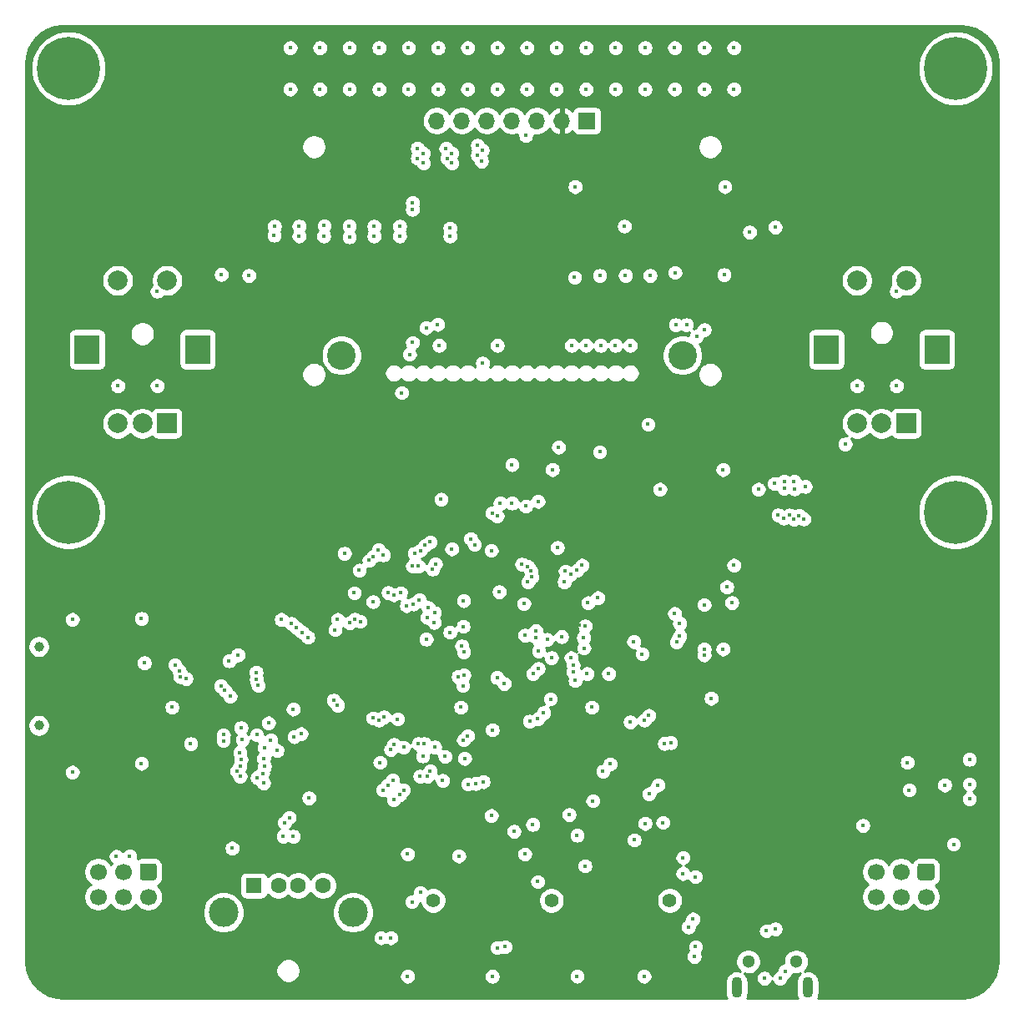
<source format=gbr>
%TF.GenerationSoftware,KiCad,Pcbnew,(5.1.8-0-10_14)*%
%TF.CreationDate,2021-11-08T19:43:21+01:00*%
%TF.ProjectId,KLST_SHEEP,4b4c5354-5f53-4484-9545-502e6b696361,0.1*%
%TF.SameCoordinates,Original*%
%TF.FileFunction,Copper,L3,Inr*%
%TF.FilePolarity,Positive*%
%FSLAX46Y46*%
G04 Gerber Fmt 4.6, Leading zero omitted, Abs format (unit mm)*
G04 Created by KiCad (PCBNEW (5.1.8-0-10_14)) date 2021-11-08 19:43:21*
%MOMM*%
%LPD*%
G01*
G04 APERTURE LIST*
%TA.AperFunction,ComponentPad*%
%ADD10C,2.900000*%
%TD*%
%TA.AperFunction,ComponentPad*%
%ADD11R,1.700000X1.700000*%
%TD*%
%TA.AperFunction,ComponentPad*%
%ADD12O,1.700000X1.700000*%
%TD*%
%TA.AperFunction,ComponentPad*%
%ADD13C,1.700000*%
%TD*%
%TA.AperFunction,WasherPad*%
%ADD14C,1.400000*%
%TD*%
%TA.AperFunction,ComponentPad*%
%ADD15C,1.300000*%
%TD*%
%TA.AperFunction,ComponentPad*%
%ADD16O,1.070000X2.140000*%
%TD*%
%TA.AperFunction,WasherPad*%
%ADD17C,1.000000*%
%TD*%
%TA.AperFunction,ComponentPad*%
%ADD18C,1.600000*%
%TD*%
%TA.AperFunction,ComponentPad*%
%ADD19R,1.600000X1.500000*%
%TD*%
%TA.AperFunction,ComponentPad*%
%ADD20C,3.000000*%
%TD*%
%TA.AperFunction,ComponentPad*%
%ADD21C,2.000000*%
%TD*%
%TA.AperFunction,ComponentPad*%
%ADD22R,2.500000X3.000000*%
%TD*%
%TA.AperFunction,ComponentPad*%
%ADD23R,2.000000X2.000000*%
%TD*%
%TA.AperFunction,ComponentPad*%
%ADD24C,6.400000*%
%TD*%
%TA.AperFunction,ComponentPad*%
%ADD25C,0.800000*%
%TD*%
%TA.AperFunction,ViaPad*%
%ADD26C,0.400000*%
%TD*%
%TA.AperFunction,Conductor*%
%ADD27C,0.254000*%
%TD*%
%TA.AperFunction,Conductor*%
%ADD28C,0.100000*%
%TD*%
G04 APERTURE END LIST*
D10*
%TO.N,Net-(DS1-PadA)*%
%TO.C,DS1*%
X147300000Y-84100000D03*
%TO.N,GND*%
X112700000Y-84100000D03*
%TD*%
D11*
%TO.N,GND*%
%TO.C,J8*%
X137600000Y-60300000D03*
D12*
%TO.N,+3V3*%
X135060000Y-60300000D03*
%TO.N,/SPI_DISPLAY_SCK*%
X132520000Y-60300000D03*
%TO.N,/SPI_DISPLAY_MOSI*%
X129980000Y-60300000D03*
%TO.N,/SPI_DISPLAY_RESET*%
X127440000Y-60300000D03*
%TO.N,/SPI_DISPLAY_REGISTER_SELECT*%
X124900000Y-60300000D03*
%TO.N,/SPI_DISPLAY_CS*%
X122360000Y-60300000D03*
%TD*%
%TO.N,GND*%
%TO.C,J13*%
%TA.AperFunction,ComponentPad*%
G36*
G01*
X171400000Y-135650000D02*
X172600000Y-135650000D01*
G75*
G02*
X172850000Y-135900000I0J-250000D01*
G01*
X172850000Y-137100000D01*
G75*
G02*
X172600000Y-137350000I-250000J0D01*
G01*
X171400000Y-137350000D01*
G75*
G02*
X171150000Y-137100000I0J250000D01*
G01*
X171150000Y-135900000D01*
G75*
G02*
X171400000Y-135650000I250000J0D01*
G01*
G37*
%TD.AperFunction*%
D13*
%TO.N,Net-(D18-Pad2)*%
X169460000Y-136500000D03*
%TO.N,/SERIAL_00_RX*%
X166920000Y-136500000D03*
%TO.N,/SERIAL_00_TX*%
X172000000Y-139040000D03*
%TO.N,Net-(D18-Pad2)*%
X169460000Y-139040000D03*
%TO.N,GND*%
X166920000Y-139040000D03*
%TD*%
D14*
%TO.N,*%
%TO.C,J10*%
X146000000Y-139400000D03*
%TD*%
%TO.N,*%
%TO.C,J12*%
X122000000Y-139400000D03*
%TD*%
%TO.N,*%
%TO.C,J11*%
X134000000Y-139400000D03*
%TD*%
%TO.N,GND*%
%TO.C,J15*%
%TA.AperFunction,ComponentPad*%
G36*
G01*
X92500000Y-135650000D02*
X93700000Y-135650000D01*
G75*
G02*
X93950000Y-135900000I0J-250000D01*
G01*
X93950000Y-137100000D01*
G75*
G02*
X93700000Y-137350000I-250000J0D01*
G01*
X92500000Y-137350000D01*
G75*
G02*
X92250000Y-137100000I0J250000D01*
G01*
X92250000Y-135900000D01*
G75*
G02*
X92500000Y-135650000I250000J0D01*
G01*
G37*
%TD.AperFunction*%
D13*
%TO.N,Net-(D19-Pad2)*%
X90560000Y-136500000D03*
%TO.N,/SERIAL_01_RX*%
X88020000Y-136500000D03*
%TO.N,/SERIAL_01_TX*%
X93100000Y-139040000D03*
%TO.N,Net-(D19-Pad2)*%
X90560000Y-139040000D03*
%TO.N,GND*%
X88020000Y-139040000D03*
%TD*%
D15*
%TO.N,GND*%
%TO.C,J5*%
X153975000Y-145600000D03*
X158825000Y-145600000D03*
D16*
X152800000Y-148250000D03*
X160000000Y-148250000D03*
%TD*%
D17*
%TO.N,*%
%TO.C,J1*%
X82000000Y-121650000D03*
X82000000Y-113650000D03*
%TD*%
D18*
%TO.N,GND*%
%TO.C,J3*%
X110800000Y-137900000D03*
%TO.N,Net-(J3-Pad3)*%
X108300000Y-137900000D03*
%TO.N,Net-(J3-Pad2)*%
X106300000Y-137900000D03*
D19*
%TO.N,+5V*%
X103800000Y-137900000D03*
D20*
%TO.N,GND*%
X113870000Y-140610000D03*
X100730000Y-140610000D03*
%TD*%
D21*
%TO.N,GND*%
%TO.C,SW4*%
X90000000Y-76500000D03*
%TO.N,Net-(R47-Pad1)*%
X95000000Y-76500000D03*
D22*
%TO.N,N/C*%
X86900000Y-83500000D03*
X98100000Y-83500000D03*
D21*
%TO.N,Net-(C52-Pad1)*%
X90000000Y-91000000D03*
%TO.N,GND*%
X92500000Y-91000000D03*
D23*
%TO.N,Net-(C51-Pad1)*%
X95000000Y-91000000D03*
%TD*%
D21*
%TO.N,GND*%
%TO.C,SW3*%
X165000000Y-76500000D03*
%TO.N,Net-(R41-Pad1)*%
X170000000Y-76500000D03*
D22*
%TO.N,N/C*%
X161900000Y-83500000D03*
X173100000Y-83500000D03*
D21*
%TO.N,Net-(C49-Pad1)*%
X165000000Y-91000000D03*
%TO.N,GND*%
X167500000Y-91000000D03*
D23*
%TO.N,Net-(C48-Pad1)*%
X170000000Y-91000000D03*
%TD*%
D24*
%TO.N,N/C*%
%TO.C,H4*%
X175000000Y-100000000D03*
D25*
X177400000Y-100000000D03*
X176697056Y-101697056D03*
X175000000Y-102400000D03*
X173302944Y-101697056D03*
X172600000Y-100000000D03*
X173302944Y-98302944D03*
X175000000Y-97600000D03*
X176697056Y-98302944D03*
%TD*%
D24*
%TO.N,N/C*%
%TO.C,H3*%
X85000000Y-100000000D03*
D25*
X87400000Y-100000000D03*
X86697056Y-101697056D03*
X85000000Y-102400000D03*
X83302944Y-101697056D03*
X82600000Y-100000000D03*
X83302944Y-98302944D03*
X85000000Y-97600000D03*
X86697056Y-98302944D03*
%TD*%
D24*
%TO.N,N/C*%
%TO.C,H2*%
X175000000Y-55000000D03*
D25*
X177400000Y-55000000D03*
X176697056Y-56697056D03*
X175000000Y-57400000D03*
X173302944Y-56697056D03*
X172600000Y-55000000D03*
X173302944Y-53302944D03*
X175000000Y-52600000D03*
X176697056Y-53302944D03*
%TD*%
D24*
%TO.N,N/C*%
%TO.C,H1*%
X85000000Y-55000000D03*
D25*
X87400000Y-55000000D03*
X86697056Y-56697056D03*
X85000000Y-57400000D03*
X83302944Y-56697056D03*
X82600000Y-55000000D03*
X83302944Y-53302944D03*
X85000000Y-52600000D03*
X86697056Y-53302944D03*
%TD*%
D26*
%TO.N,GND*%
X137400000Y-135900000D03*
X142399811Y-133266313D03*
X155600000Y-147300000D03*
X157200000Y-147300000D03*
X157700000Y-146600000D03*
X174800000Y-133700000D03*
X176400000Y-125100000D03*
X176400000Y-129100000D03*
X124600000Y-134900000D03*
X119400000Y-134700000D03*
X143400000Y-147100000D03*
X136600000Y-147100000D03*
X128000000Y-147100000D03*
X119400000Y-147100000D03*
X85400000Y-126400000D03*
X92400000Y-125500000D03*
X92400000Y-110800000D03*
X85400000Y-110900000D03*
X92700000Y-115300000D03*
X132100000Y-131700000D03*
X136600000Y-132800006D03*
X131300000Y-134700000D03*
X149500000Y-113900000D03*
X149500000Y-114500000D03*
X152300000Y-109200000D03*
X151800000Y-107600000D03*
X138700000Y-108700000D03*
X139800000Y-116400000D03*
X176400000Y-127600000D03*
X173900000Y-127700000D03*
X113000000Y-104200000D03*
X129200000Y-117400000D03*
X131300000Y-112499976D03*
X90000000Y-87200000D03*
X94000000Y-87200000D03*
X94000000Y-77600000D03*
X103300000Y-76000000D03*
X136400000Y-67000000D03*
X151600000Y-67000000D03*
X163800000Y-93100000D03*
X143800000Y-91100000D03*
X128800000Y-99100000D03*
X130000000Y-99100000D03*
X169000000Y-77600000D03*
X169000000Y-87200000D03*
X137599992Y-116400000D03*
X138100000Y-119800000D03*
X150200000Y-118900000D03*
X127000000Y-84900000D03*
X107800000Y-119999990D03*
X165000000Y-87200000D03*
X107500000Y-57100000D03*
X110500000Y-57100000D03*
X113500000Y-57100000D03*
X116500000Y-57100000D03*
X119500000Y-57100000D03*
X125500000Y-57100000D03*
X128500000Y-57100000D03*
X131500000Y-57100000D03*
X134500000Y-57100000D03*
X137500000Y-57100000D03*
X140500000Y-57100000D03*
X143500000Y-57100000D03*
X146500000Y-57100000D03*
X149500000Y-57100000D03*
X152500000Y-57100000D03*
X151513589Y-75913589D03*
X136349942Y-76200000D03*
X100499990Y-75908606D03*
X136048413Y-83100032D03*
X137486357Y-83100032D03*
X138992219Y-83100032D03*
X140486357Y-83100032D03*
X141986357Y-83100032D03*
X128511412Y-83100010D03*
X131200000Y-109300000D03*
X128700000Y-108100000D03*
X125049652Y-111602461D03*
X137701805Y-109205316D03*
X132641761Y-98917798D03*
X123888120Y-103739208D03*
X155000000Y-97699930D03*
X145000000Y-97699930D03*
X122500000Y-57099979D03*
X149500000Y-109400000D03*
X128500000Y-116800000D03*
X102200000Y-114500000D03*
X151400000Y-113900000D03*
X125198973Y-124997738D03*
X127900000Y-130800000D03*
X109400000Y-129000000D03*
X97400000Y-123500000D03*
X105300000Y-121400000D03*
X116600000Y-125400000D03*
X101600000Y-134100000D03*
X128000000Y-122100000D03*
X165600000Y-131800000D03*
X138900000Y-93900000D03*
X122800000Y-98700000D03*
X118800000Y-87900000D03*
X115900000Y-109100000D03*
X151400000Y-95700000D03*
X121300000Y-112900000D03*
X127900000Y-103900000D03*
X134600000Y-103600000D03*
X112300000Y-110900000D03*
X119600000Y-84000000D03*
X106600000Y-110900000D03*
%TO.N,+3V3*%
X168200000Y-126500000D03*
X170200000Y-133000000D03*
X176400000Y-123100000D03*
X91400000Y-133000000D03*
X92700000Y-117600000D03*
X151699978Y-110300000D03*
X139900000Y-110000000D03*
X136800000Y-111500000D03*
X176200000Y-126400000D03*
X172000000Y-127649998D03*
X111800018Y-104900000D03*
X95000000Y-87200000D03*
X91000000Y-87200000D03*
X96000000Y-80000000D03*
X149000000Y-67000000D03*
X149000000Y-76000000D03*
X159200000Y-67000000D03*
X156300000Y-93100000D03*
X127500000Y-99100000D03*
X154100000Y-63400000D03*
X171000000Y-80000000D03*
X170000000Y-87200000D03*
X109300000Y-121300000D03*
X125500000Y-83400000D03*
X166000000Y-87200021D03*
X146200004Y-93100000D03*
X156563589Y-63436411D03*
X131290049Y-111062804D03*
X145790006Y-106990000D03*
X143400000Y-107000000D03*
X124700000Y-105400000D03*
X165000000Y-97699930D03*
X159200000Y-76000000D03*
X103300000Y-67200010D03*
X149500000Y-110800000D03*
X128349988Y-115600000D03*
X124800000Y-118500000D03*
X127700000Y-117200000D03*
X125300000Y-124000000D03*
%TO.N,+3.3VA*%
X137300000Y-113800000D03*
X136000000Y-114800000D03*
X132426203Y-112051048D03*
X136399997Y-117099997D03*
%TO.N,/audio_codec_WM8731/SIGNAL_IN_RIGHT*%
X130200000Y-132400000D03*
X138200000Y-129300000D03*
%TO.N,/ENCODER_01_BUTTON*%
X96926918Y-116900140D03*
X104239300Y-117599979D03*
%TO.N,/ENCODER_00_BUTTON*%
X131600000Y-107100000D03*
X135299992Y-107100000D03*
%TO.N,/LED_00*%
X125087484Y-108999947D03*
%TO.N,Net-(D1-Pad1)*%
X107500000Y-52900000D03*
%TO.N,/LED_01*%
X122235904Y-105263101D03*
%TO.N,Net-(D2-Pad1)*%
X110500000Y-52900000D03*
%TO.N,/LED_02*%
X121941345Y-105785833D03*
%TO.N,Net-(D3-Pad1)*%
X113500000Y-52900000D03*
%TO.N,Net-(D4-Pad1)*%
X116500000Y-52900000D03*
%TO.N,/ADC_00*%
X120700000Y-103900000D03*
X148726108Y-82173233D03*
%TO.N,/ADC_01*%
X120100000Y-104200000D03*
X146600010Y-81000010D03*
%TO.N,/GPIO_07*%
X107600000Y-111300000D03*
X116000000Y-71000004D03*
%TO.N,/GPIO_06*%
X108150000Y-111750000D03*
X116000000Y-71999978D03*
%TO.N,/GPIO_05*%
X108700000Y-112200000D03*
X118600000Y-71000000D03*
%TO.N,/GPIO_04*%
X109300000Y-112700000D03*
X118600000Y-72000000D03*
%TO.N,/GPIO_03*%
X115900000Y-120900000D03*
X119900000Y-68600000D03*
%TO.N,/GPIO_02*%
X116485494Y-121108703D03*
X119900000Y-69300000D03*
%TO.N,/GPIO_01*%
X117000000Y-120800000D03*
X123700000Y-71200000D03*
%TO.N,/GPIO_00*%
X118400000Y-121000000D03*
X123700000Y-72000000D03*
%TO.N,/SWD_NRST*%
X132699990Y-114100000D03*
X125100021Y-114182029D03*
X133563306Y-112926768D03*
X135037151Y-112638077D03*
%TO.N,/SWD_SWCLK*%
X100873296Y-118090780D03*
X112300000Y-119600000D03*
%TO.N,/SWD_SWDIO*%
X100471943Y-117644765D03*
X111900000Y-119100032D03*
%TO.N,/BOOT_FLASH*%
X120946439Y-124753561D03*
X122962552Y-127235373D03*
X152500000Y-105400000D03*
X142000000Y-121300000D03*
%TO.N,/AUDIOCODEC_I2C_SCL*%
X147000010Y-112600000D03*
X147000010Y-111300000D03*
X120500000Y-123500000D03*
X139227004Y-126300175D03*
%TO.N,/AUDIOCODEC_I2C_SDA*%
X146700000Y-113200000D03*
X146500000Y-110300000D03*
X121100000Y-123500000D03*
X139963581Y-125563598D03*
%TO.N,/ENCODER_01_A*%
X96257099Y-116122834D03*
X104040409Y-116259591D03*
%TO.N,/ENCODER_01_B*%
X104058808Y-116985112D03*
X96339494Y-116717161D03*
%TO.N,/ENCODER_00_A*%
X135405137Y-105999990D03*
X131933236Y-106004293D03*
%TO.N,/ENCODER_00_B*%
X135928935Y-106315427D03*
X132005059Y-106599990D03*
%TO.N,/AUDIOCODEC_I2S_MCK*%
X143200000Y-114400000D03*
X136203566Y-116196444D03*
%TO.N,/AUDIOCODEC_I2S_CK*%
X137424751Y-111563812D03*
X137250367Y-112726755D03*
%TO.N,/audio_codec_WM8731/MIC_IN*%
X147900000Y-142100000D03*
X148500000Y-145100000D03*
%TO.N,/audio_codec_WM8731/SIGNAL_MIC_BIAS*%
X143900000Y-128600000D03*
X144800000Y-127700002D03*
%TO.N,/ADCDAT*%
X142346432Y-113146446D03*
X136200000Y-115499994D03*
%TO.N,/audio_codec_WM8731/HEADPHONE_LEFT*%
X147335752Y-136674297D03*
X147346434Y-135053556D03*
X143500000Y-131600000D03*
%TO.N,/audio_codec_WM8731/SIGNAL_HEADPHONE_LEFT*%
X143881805Y-120642568D03*
X146100000Y-123400000D03*
%TO.N,/audio_codec_WM8731/HEADPHONE_RIGHT*%
X148600000Y-137000000D03*
X145300000Y-131500000D03*
X148360008Y-141300000D03*
X148624272Y-144100000D03*
%TO.N,/audio_codec_WM8731/SIGNAL_HEADPHONE_RIGHT*%
X143412188Y-121112188D03*
X145455943Y-123476779D03*
%TO.N,/LINE_OUT_LEFT*%
X119853564Y-139546442D03*
X120700000Y-138600021D03*
X123400000Y-64100000D03*
X126500000Y-63799994D03*
X120400601Y-64100011D03*
X117700000Y-143200000D03*
%TO.N,/LINE_OUT_RIGHT*%
X123882746Y-64600012D03*
X121017248Y-64600021D03*
X126900000Y-64400000D03*
X116700000Y-143199968D03*
%TO.N,/LINE_IN_LEFT*%
X135800000Y-130700000D03*
X132600000Y-137499979D03*
X123300000Y-63100000D03*
X126495733Y-62799989D03*
X120400000Y-63100000D03*
X129300000Y-144100000D03*
%TO.N,/LINE_IN_RIGHT*%
X121000004Y-63600010D03*
X126979003Y-63301588D03*
X123888604Y-63600000D03*
X128500000Y-144199990D03*
%TO.N,/SDCARD_MOSI*%
X117900000Y-127200000D03*
X104700000Y-126500000D03*
X119000000Y-128200000D03*
X125072748Y-123121271D03*
X102406514Y-125789449D03*
X125518476Y-127600058D03*
%TO.N,/SDCARD_SCK*%
X95800000Y-115500000D03*
X101300000Y-115100000D03*
%TO.N,/SDCARD_MISO*%
X117400000Y-127700000D03*
X118600000Y-128699990D03*
X125500000Y-122700000D03*
X104150000Y-126950000D03*
X102091297Y-126299990D03*
X126308391Y-127553087D03*
%TO.N,/SDCARD_CS*%
X95500000Y-119800000D03*
X101400000Y-118700000D03*
%TO.N,/SDCARD_CARD_DETECT*%
X124800000Y-119800000D03*
X118000000Y-129200000D03*
X116900000Y-128200000D03*
X104800000Y-127500000D03*
X102419352Y-126816894D03*
X127070111Y-127357068D03*
%TO.N,/SERIAL_DEBUG_RX*%
X132123105Y-116406974D03*
X118008704Y-123585495D03*
X132606877Y-120970166D03*
X134100000Y-95700000D03*
X134718561Y-93418561D03*
X121423372Y-126797588D03*
%TO.N,/SERIAL_DEBUG_TX*%
X132654174Y-115875905D03*
X117700000Y-124100000D03*
X133205297Y-120371746D03*
X120664569Y-126807064D03*
%TO.N,/SWD_SWO*%
X130000000Y-95200000D03*
X118999996Y-123869670D03*
X131790282Y-121216839D03*
X121699968Y-126265133D03*
X132399956Y-112719568D03*
X131400000Y-99400000D03*
%TO.N,/SERIAL_01_RX*%
X89851046Y-134937070D03*
X91210010Y-134885974D03*
%TO.N,/SERIAL_00_RX*%
X131572053Y-105525167D03*
X136596439Y-105896439D03*
%TO.N,/SERIAL_00_TX*%
X131000000Y-105299967D03*
X137096439Y-105396439D03*
%TO.N,/USB_DEVICE-*%
X155800000Y-142500000D03*
X107900000Y-122800000D03*
%TO.N,/USB_DEVICE+*%
X156700000Y-142300000D03*
X108599996Y-122500000D03*
%TO.N,/USB_HOST+*%
X107799994Y-132900000D03*
X107400000Y-131000000D03*
%TO.N,/USB_HOST-*%
X106920589Y-131500010D03*
X106800000Y-132900032D03*
%TO.N,Net-(C10-Pad1)*%
X170300000Y-128200000D03*
X170099998Y-125400000D03*
%TO.N,Net-(D5-Pad1)*%
X119500000Y-52900000D03*
%TO.N,Net-(D6-Pad1)*%
X122500000Y-52900000D03*
%TO.N,Net-(D7-Pad1)*%
X125500000Y-52900000D03*
%TO.N,Net-(D8-Pad1)*%
X128500000Y-52900000D03*
%TO.N,Net-(D10-Pad1)*%
X131500000Y-52900000D03*
%TO.N,Net-(D11-Pad1)*%
X134500000Y-52900000D03*
%TO.N,Net-(D12-Pad1)*%
X137500000Y-52900000D03*
%TO.N,Net-(D13-Pad1)*%
X140500000Y-52900000D03*
%TO.N,Net-(D14-Pad1)*%
X143500000Y-52900000D03*
%TO.N,Net-(D15-Pad1)*%
X146500000Y-52900000D03*
%TO.N,Net-(D16-Pad1)*%
X149500000Y-52900000D03*
%TO.N,Net-(D17-Pad1)*%
X152500000Y-52900000D03*
%TO.N,/SPI_DISPLAY_MOSI*%
X104102821Y-122599355D03*
X102509182Y-121897463D03*
X131400000Y-61800000D03*
%TO.N,/SPI_DISPLAY_SCK*%
X106162936Y-124199946D03*
X102646189Y-123100010D03*
X122600000Y-83100000D03*
%TO.N,/SPI_DISPLAY_REGISTER_SELECT*%
X104800000Y-125000000D03*
X102400000Y-124400000D03*
%TO.N,/SPI_DISPLAY_RESET*%
X104896434Y-125803556D03*
X122460780Y-80960780D03*
X121303561Y-81303561D03*
X102503561Y-125096439D03*
%TO.N,/SPI_DISPLAY_CS*%
X100727216Y-122602043D03*
X105525877Y-123112997D03*
%TO.N,/BUTTON_PRG*%
X133898527Y-118971394D03*
X123200000Y-124800000D03*
X122149250Y-123837924D03*
X133999966Y-114774468D03*
%TO.N,/LED_03*%
X120500000Y-105500000D03*
%TO.N,/LED_04*%
X119900547Y-105474109D03*
%TO.N,/LED_05*%
X113542893Y-111246443D03*
%TO.N,/LED_06*%
X114042903Y-110877161D03*
%TO.N,/LED_07*%
X114600000Y-111100000D03*
%TO.N,/LED_08*%
X119300000Y-109500000D03*
X127981585Y-100097906D03*
X125799988Y-102714379D03*
%TO.N,/LED_09*%
X119999990Y-109334002D03*
X128500000Y-100400000D03*
X126199999Y-103300001D03*
%TO.N,/LED_10*%
X120600008Y-108900000D03*
X157000000Y-100300000D03*
X156618986Y-97112691D03*
%TO.N,/LED_11*%
X121500000Y-109699970D03*
X157550938Y-100621973D03*
X157621646Y-97596196D03*
%TO.N,/LED_12*%
X122137799Y-110199980D03*
X158121656Y-100309684D03*
X157618998Y-96878821D03*
%TO.N,/LED_13*%
X121400000Y-110700000D03*
X158599989Y-100722839D03*
X158662223Y-97652499D03*
%TO.N,/LED_14*%
X122100016Y-111200000D03*
X159121668Y-100337765D03*
X158619010Y-96902165D03*
%TO.N,/LED_15*%
X123700000Y-112200000D03*
X159600002Y-100700002D03*
X159738034Y-97403600D03*
%TO.N,/I2C_USR_SDA*%
X156700000Y-71100000D03*
X114000000Y-108200000D03*
%TO.N,/I2C_USR_SCL*%
X114500000Y-105900000D03*
X154100000Y-71600000D03*
%TO.N,/SPI_USR_CS*%
X146536834Y-75699979D03*
X116946439Y-104346439D03*
%TO.N,/SPI_USR_SCK*%
X144000000Y-76000000D03*
X116446429Y-103842367D03*
%TO.N,/SPI_DISPLAY_MISO*%
X104857923Y-123899990D03*
X100708898Y-123201776D03*
X119900000Y-82800000D03*
X141400000Y-71000000D03*
%TO.N,/SPI_USR_MISO*%
X141500000Y-76000000D03*
X115946428Y-104492132D03*
%TO.N,/SPI_USR_MOSI*%
X115500000Y-104899976D03*
X138900000Y-76000000D03*
%TO.N,/GPIO_09*%
X117442903Y-108177161D03*
X113490000Y-70990014D03*
%TO.N,/GPIO_08*%
X113500000Y-72100000D03*
X112046444Y-111946434D03*
%TO.N,/GPIO_11*%
X110950003Y-70949997D03*
X118700020Y-108200000D03*
%TO.N,/GPIO_10*%
X118000000Y-108400000D03*
X110900000Y-71999998D03*
%TO.N,/GPIO_13*%
X108400006Y-71000000D03*
X125114541Y-116528331D03*
%TO.N,/GPIO_12*%
X124900000Y-113600000D03*
X108400000Y-72000000D03*
%TO.N,/GPIO_15*%
X125008703Y-117614506D03*
X105900000Y-71000000D03*
%TO.N,/GPIO_14*%
X124539608Y-116699990D03*
X105870000Y-71930024D03*
%TO.N,/DAC_01*%
X147700000Y-81000000D03*
X121192973Y-103376389D03*
%TO.N,/DAC_00*%
X149500004Y-81500000D03*
X121688076Y-103037438D03*
%TD*%
D27*
%TO.N,+3V3*%
X176225555Y-50732221D02*
X176924940Y-50937398D01*
X177572904Y-51271120D01*
X178146074Y-51721353D01*
X178623762Y-52271839D01*
X178988742Y-52902730D01*
X179227836Y-53591248D01*
X179335790Y-54335790D01*
X179340000Y-54508063D01*
X179340001Y-145468581D01*
X179267779Y-146225555D01*
X179062602Y-146924940D01*
X178728878Y-147572906D01*
X178278650Y-148146072D01*
X177728159Y-148623763D01*
X177097270Y-148988741D01*
X176408752Y-149227836D01*
X175664210Y-149335790D01*
X175491937Y-149340000D01*
X161029995Y-149340000D01*
X161086169Y-149234906D01*
X161153071Y-149014360D01*
X161170000Y-148842477D01*
X161170000Y-147657523D01*
X161153071Y-147485640D01*
X161086169Y-147265094D01*
X160977526Y-147061838D01*
X160831318Y-146883682D01*
X160653162Y-146737474D01*
X160449906Y-146628831D01*
X160229360Y-146561929D01*
X160000000Y-146539339D01*
X159770641Y-146561929D01*
X159638171Y-146602113D01*
X159644140Y-146598125D01*
X159823125Y-146419140D01*
X159963753Y-146208676D01*
X160060619Y-145974821D01*
X160110000Y-145726561D01*
X160110000Y-145473439D01*
X160060619Y-145225179D01*
X159963753Y-144991324D01*
X159823125Y-144780860D01*
X159644140Y-144601875D01*
X159433676Y-144461247D01*
X159199821Y-144364381D01*
X158951561Y-144315000D01*
X158698439Y-144315000D01*
X158450179Y-144364381D01*
X158216324Y-144461247D01*
X158005860Y-144601875D01*
X157826875Y-144780860D01*
X157686247Y-144991324D01*
X157589381Y-145225179D01*
X157540000Y-145473439D01*
X157540000Y-145726561D01*
X157550314Y-145778416D01*
X157456440Y-145797089D01*
X157304479Y-145860033D01*
X157167719Y-145951413D01*
X157051413Y-146067719D01*
X156960033Y-146204479D01*
X156897089Y-146356440D01*
X156865000Y-146517760D01*
X156865000Y-146534965D01*
X156804479Y-146560033D01*
X156667719Y-146651413D01*
X156551413Y-146767719D01*
X156460033Y-146904479D01*
X156400000Y-147049412D01*
X156339967Y-146904479D01*
X156248587Y-146767719D01*
X156132281Y-146651413D01*
X155995521Y-146560033D01*
X155843560Y-146497089D01*
X155682240Y-146465000D01*
X155517760Y-146465000D01*
X155356440Y-146497089D01*
X155204479Y-146560033D01*
X155067719Y-146651413D01*
X154951413Y-146767719D01*
X154860033Y-146904479D01*
X154797089Y-147056440D01*
X154765000Y-147217760D01*
X154765000Y-147382240D01*
X154797089Y-147543560D01*
X154860033Y-147695521D01*
X154951413Y-147832281D01*
X155067719Y-147948587D01*
X155204479Y-148039967D01*
X155356440Y-148102911D01*
X155517760Y-148135000D01*
X155682240Y-148135000D01*
X155843560Y-148102911D01*
X155995521Y-148039967D01*
X156132281Y-147948587D01*
X156248587Y-147832281D01*
X156339967Y-147695521D01*
X156400000Y-147550588D01*
X156460033Y-147695521D01*
X156551413Y-147832281D01*
X156667719Y-147948587D01*
X156804479Y-148039967D01*
X156956440Y-148102911D01*
X157117760Y-148135000D01*
X157282240Y-148135000D01*
X157443560Y-148102911D01*
X157595521Y-148039967D01*
X157732281Y-147948587D01*
X157848587Y-147832281D01*
X157939967Y-147695521D01*
X158002911Y-147543560D01*
X158035000Y-147382240D01*
X158035000Y-147365035D01*
X158095521Y-147339967D01*
X158232281Y-147248587D01*
X158348587Y-147132281D01*
X158439967Y-146995521D01*
X158501936Y-146845914D01*
X158698439Y-146885000D01*
X158951561Y-146885000D01*
X159199821Y-146835619D01*
X159255199Y-146812681D01*
X159168683Y-146883682D01*
X159022475Y-147061838D01*
X158913831Y-147265094D01*
X158846929Y-147485640D01*
X158830000Y-147657523D01*
X158830000Y-148842476D01*
X158846929Y-149014359D01*
X158913831Y-149234905D01*
X158970006Y-149340000D01*
X153829995Y-149340000D01*
X153886169Y-149234906D01*
X153953071Y-149014360D01*
X153970000Y-148842477D01*
X153970000Y-147657523D01*
X153953071Y-147485640D01*
X153886169Y-147265094D01*
X153777526Y-147061838D01*
X153631318Y-146883682D01*
X153544803Y-146812682D01*
X153600179Y-146835619D01*
X153848439Y-146885000D01*
X154101561Y-146885000D01*
X154349821Y-146835619D01*
X154583676Y-146738753D01*
X154794140Y-146598125D01*
X154973125Y-146419140D01*
X155113753Y-146208676D01*
X155210619Y-145974821D01*
X155260000Y-145726561D01*
X155260000Y-145473439D01*
X155210619Y-145225179D01*
X155113753Y-144991324D01*
X154973125Y-144780860D01*
X154794140Y-144601875D01*
X154583676Y-144461247D01*
X154349821Y-144364381D01*
X154101561Y-144315000D01*
X153848439Y-144315000D01*
X153600179Y-144364381D01*
X153366324Y-144461247D01*
X153155860Y-144601875D01*
X152976875Y-144780860D01*
X152836247Y-144991324D01*
X152739381Y-145225179D01*
X152690000Y-145473439D01*
X152690000Y-145726561D01*
X152739381Y-145974821D01*
X152836247Y-146208676D01*
X152976875Y-146419140D01*
X153155860Y-146598125D01*
X153161828Y-146602113D01*
X153029360Y-146561929D01*
X152800000Y-146539339D01*
X152570641Y-146561929D01*
X152350095Y-146628831D01*
X152146839Y-146737474D01*
X151968683Y-146883682D01*
X151822475Y-147061838D01*
X151713831Y-147265094D01*
X151646929Y-147485640D01*
X151630000Y-147657523D01*
X151630000Y-148842476D01*
X151646929Y-149014359D01*
X151713831Y-149234905D01*
X151770006Y-149340000D01*
X84531409Y-149340000D01*
X83774445Y-149267779D01*
X83075060Y-149062602D01*
X82427094Y-148728878D01*
X81853928Y-148278650D01*
X81376237Y-147728159D01*
X81011259Y-147097270D01*
X80772164Y-146408752D01*
X80771025Y-146400890D01*
X106040048Y-146400890D01*
X106040048Y-146647110D01*
X106088083Y-146888598D01*
X106182307Y-147116074D01*
X106319099Y-147320798D01*
X106493202Y-147494901D01*
X106697926Y-147631693D01*
X106925402Y-147725917D01*
X107166890Y-147773952D01*
X107413110Y-147773952D01*
X107654598Y-147725917D01*
X107882074Y-147631693D01*
X108086798Y-147494901D01*
X108260901Y-147320798D01*
X108397693Y-147116074D01*
X108438416Y-147017760D01*
X118565000Y-147017760D01*
X118565000Y-147182240D01*
X118597089Y-147343560D01*
X118660033Y-147495521D01*
X118751413Y-147632281D01*
X118867719Y-147748587D01*
X119004479Y-147839967D01*
X119156440Y-147902911D01*
X119317760Y-147935000D01*
X119482240Y-147935000D01*
X119643560Y-147902911D01*
X119795521Y-147839967D01*
X119932281Y-147748587D01*
X120048587Y-147632281D01*
X120139967Y-147495521D01*
X120202911Y-147343560D01*
X120235000Y-147182240D01*
X120235000Y-147017760D01*
X127165000Y-147017760D01*
X127165000Y-147182240D01*
X127197089Y-147343560D01*
X127260033Y-147495521D01*
X127351413Y-147632281D01*
X127467719Y-147748587D01*
X127604479Y-147839967D01*
X127756440Y-147902911D01*
X127917760Y-147935000D01*
X128082240Y-147935000D01*
X128243560Y-147902911D01*
X128395521Y-147839967D01*
X128532281Y-147748587D01*
X128648587Y-147632281D01*
X128739967Y-147495521D01*
X128802911Y-147343560D01*
X128835000Y-147182240D01*
X128835000Y-147017760D01*
X135765000Y-147017760D01*
X135765000Y-147182240D01*
X135797089Y-147343560D01*
X135860033Y-147495521D01*
X135951413Y-147632281D01*
X136067719Y-147748587D01*
X136204479Y-147839967D01*
X136356440Y-147902911D01*
X136517760Y-147935000D01*
X136682240Y-147935000D01*
X136843560Y-147902911D01*
X136995521Y-147839967D01*
X137132281Y-147748587D01*
X137248587Y-147632281D01*
X137339967Y-147495521D01*
X137402911Y-147343560D01*
X137435000Y-147182240D01*
X137435000Y-147017760D01*
X142565000Y-147017760D01*
X142565000Y-147182240D01*
X142597089Y-147343560D01*
X142660033Y-147495521D01*
X142751413Y-147632281D01*
X142867719Y-147748587D01*
X143004479Y-147839967D01*
X143156440Y-147902911D01*
X143317760Y-147935000D01*
X143482240Y-147935000D01*
X143643560Y-147902911D01*
X143795521Y-147839967D01*
X143932281Y-147748587D01*
X144048587Y-147632281D01*
X144139967Y-147495521D01*
X144202911Y-147343560D01*
X144235000Y-147182240D01*
X144235000Y-147017760D01*
X144202911Y-146856440D01*
X144139967Y-146704479D01*
X144048587Y-146567719D01*
X143932281Y-146451413D01*
X143795521Y-146360033D01*
X143643560Y-146297089D01*
X143482240Y-146265000D01*
X143317760Y-146265000D01*
X143156440Y-146297089D01*
X143004479Y-146360033D01*
X142867719Y-146451413D01*
X142751413Y-146567719D01*
X142660033Y-146704479D01*
X142597089Y-146856440D01*
X142565000Y-147017760D01*
X137435000Y-147017760D01*
X137402911Y-146856440D01*
X137339967Y-146704479D01*
X137248587Y-146567719D01*
X137132281Y-146451413D01*
X136995521Y-146360033D01*
X136843560Y-146297089D01*
X136682240Y-146265000D01*
X136517760Y-146265000D01*
X136356440Y-146297089D01*
X136204479Y-146360033D01*
X136067719Y-146451413D01*
X135951413Y-146567719D01*
X135860033Y-146704479D01*
X135797089Y-146856440D01*
X135765000Y-147017760D01*
X128835000Y-147017760D01*
X128802911Y-146856440D01*
X128739967Y-146704479D01*
X128648587Y-146567719D01*
X128532281Y-146451413D01*
X128395521Y-146360033D01*
X128243560Y-146297089D01*
X128082240Y-146265000D01*
X127917760Y-146265000D01*
X127756440Y-146297089D01*
X127604479Y-146360033D01*
X127467719Y-146451413D01*
X127351413Y-146567719D01*
X127260033Y-146704479D01*
X127197089Y-146856440D01*
X127165000Y-147017760D01*
X120235000Y-147017760D01*
X120202911Y-146856440D01*
X120139967Y-146704479D01*
X120048587Y-146567719D01*
X119932281Y-146451413D01*
X119795521Y-146360033D01*
X119643560Y-146297089D01*
X119482240Y-146265000D01*
X119317760Y-146265000D01*
X119156440Y-146297089D01*
X119004479Y-146360033D01*
X118867719Y-146451413D01*
X118751413Y-146567719D01*
X118660033Y-146704479D01*
X118597089Y-146856440D01*
X118565000Y-147017760D01*
X108438416Y-147017760D01*
X108491917Y-146888598D01*
X108539952Y-146647110D01*
X108539952Y-146400890D01*
X108491917Y-146159402D01*
X108397693Y-145931926D01*
X108260901Y-145727202D01*
X108086798Y-145553099D01*
X107882074Y-145416307D01*
X107654598Y-145322083D01*
X107413110Y-145274048D01*
X107166890Y-145274048D01*
X106925402Y-145322083D01*
X106697926Y-145416307D01*
X106493202Y-145553099D01*
X106319099Y-145727202D01*
X106182307Y-145931926D01*
X106088083Y-146159402D01*
X106040048Y-146400890D01*
X80771025Y-146400890D01*
X80664210Y-145664210D01*
X80660000Y-145491937D01*
X80660000Y-144117750D01*
X127665000Y-144117750D01*
X127665000Y-144282230D01*
X127697089Y-144443550D01*
X127760033Y-144595511D01*
X127851413Y-144732271D01*
X127967719Y-144848577D01*
X128104479Y-144939957D01*
X128256440Y-145002901D01*
X128417760Y-145034990D01*
X128582240Y-145034990D01*
X128668859Y-145017760D01*
X147665000Y-145017760D01*
X147665000Y-145182240D01*
X147697089Y-145343560D01*
X147760033Y-145495521D01*
X147851413Y-145632281D01*
X147967719Y-145748587D01*
X148104479Y-145839967D01*
X148256440Y-145902911D01*
X148417760Y-145935000D01*
X148582240Y-145935000D01*
X148743560Y-145902911D01*
X148895521Y-145839967D01*
X149032281Y-145748587D01*
X149148587Y-145632281D01*
X149239967Y-145495521D01*
X149302911Y-145343560D01*
X149335000Y-145182240D01*
X149335000Y-145017760D01*
X149302911Y-144856440D01*
X149239967Y-144704479D01*
X149224223Y-144680917D01*
X149272859Y-144632281D01*
X149364239Y-144495521D01*
X149427183Y-144343560D01*
X149459272Y-144182240D01*
X149459272Y-144017760D01*
X149427183Y-143856440D01*
X149364239Y-143704479D01*
X149272859Y-143567719D01*
X149156553Y-143451413D01*
X149019793Y-143360033D01*
X148867832Y-143297089D01*
X148706512Y-143265000D01*
X148542032Y-143265000D01*
X148380712Y-143297089D01*
X148228751Y-143360033D01*
X148091991Y-143451413D01*
X147975685Y-143567719D01*
X147884305Y-143704479D01*
X147821361Y-143856440D01*
X147789272Y-144017760D01*
X147789272Y-144182240D01*
X147821361Y-144343560D01*
X147884305Y-144495521D01*
X147900049Y-144519083D01*
X147851413Y-144567719D01*
X147760033Y-144704479D01*
X147697089Y-144856440D01*
X147665000Y-145017760D01*
X128668859Y-145017760D01*
X128743560Y-145002901D01*
X128895521Y-144939957D01*
X128991328Y-144875941D01*
X129056440Y-144902911D01*
X129217760Y-144935000D01*
X129382240Y-144935000D01*
X129543560Y-144902911D01*
X129695521Y-144839967D01*
X129832281Y-144748587D01*
X129948587Y-144632281D01*
X130039967Y-144495521D01*
X130102911Y-144343560D01*
X130135000Y-144182240D01*
X130135000Y-144017760D01*
X130102911Y-143856440D01*
X130039967Y-143704479D01*
X129948587Y-143567719D01*
X129832281Y-143451413D01*
X129695521Y-143360033D01*
X129543560Y-143297089D01*
X129382240Y-143265000D01*
X129217760Y-143265000D01*
X129056440Y-143297089D01*
X128904479Y-143360033D01*
X128808672Y-143424049D01*
X128743560Y-143397079D01*
X128582240Y-143364990D01*
X128417760Y-143364990D01*
X128256440Y-143397079D01*
X128104479Y-143460023D01*
X127967719Y-143551403D01*
X127851413Y-143667709D01*
X127760033Y-143804469D01*
X127697089Y-143956430D01*
X127665000Y-144117750D01*
X80660000Y-144117750D01*
X80660000Y-143117728D01*
X115865000Y-143117728D01*
X115865000Y-143282208D01*
X115897089Y-143443528D01*
X115960033Y-143595489D01*
X116051413Y-143732249D01*
X116167719Y-143848555D01*
X116304479Y-143939935D01*
X116456440Y-144002879D01*
X116617760Y-144034968D01*
X116782240Y-144034968D01*
X116943560Y-144002879D01*
X117095521Y-143939935D01*
X117199976Y-143870140D01*
X117304479Y-143939967D01*
X117456440Y-144002911D01*
X117617760Y-144035000D01*
X117782240Y-144035000D01*
X117943560Y-144002911D01*
X118095521Y-143939967D01*
X118232281Y-143848587D01*
X118348587Y-143732281D01*
X118439967Y-143595521D01*
X118502911Y-143443560D01*
X118535000Y-143282240D01*
X118535000Y-143117760D01*
X118502911Y-142956440D01*
X118439967Y-142804479D01*
X118348587Y-142667719D01*
X118232281Y-142551413D01*
X118095521Y-142460033D01*
X117943560Y-142397089D01*
X117782240Y-142365000D01*
X117617760Y-142365000D01*
X117456440Y-142397089D01*
X117304479Y-142460033D01*
X117200024Y-142529828D01*
X117095521Y-142460001D01*
X116943560Y-142397057D01*
X116782240Y-142364968D01*
X116617760Y-142364968D01*
X116456440Y-142397057D01*
X116304479Y-142460001D01*
X116167719Y-142551381D01*
X116051413Y-142667687D01*
X115960033Y-142804447D01*
X115897089Y-142956408D01*
X115865000Y-143117728D01*
X80660000Y-143117728D01*
X80660000Y-136353740D01*
X86535000Y-136353740D01*
X86535000Y-136646260D01*
X86592068Y-136933158D01*
X86704010Y-137203411D01*
X86866525Y-137446632D01*
X87073368Y-137653475D01*
X87247760Y-137770000D01*
X87073368Y-137886525D01*
X86866525Y-138093368D01*
X86704010Y-138336589D01*
X86592068Y-138606842D01*
X86535000Y-138893740D01*
X86535000Y-139186260D01*
X86592068Y-139473158D01*
X86704010Y-139743411D01*
X86866525Y-139986632D01*
X87073368Y-140193475D01*
X87316589Y-140355990D01*
X87586842Y-140467932D01*
X87873740Y-140525000D01*
X88166260Y-140525000D01*
X88453158Y-140467932D01*
X88723411Y-140355990D01*
X88966632Y-140193475D01*
X89173475Y-139986632D01*
X89290000Y-139812240D01*
X89406525Y-139986632D01*
X89613368Y-140193475D01*
X89856589Y-140355990D01*
X90126842Y-140467932D01*
X90413740Y-140525000D01*
X90706260Y-140525000D01*
X90993158Y-140467932D01*
X91263411Y-140355990D01*
X91506632Y-140193475D01*
X91713475Y-139986632D01*
X91830000Y-139812240D01*
X91946525Y-139986632D01*
X92153368Y-140193475D01*
X92396589Y-140355990D01*
X92666842Y-140467932D01*
X92953740Y-140525000D01*
X93246260Y-140525000D01*
X93533158Y-140467932D01*
X93697834Y-140399721D01*
X98595000Y-140399721D01*
X98595000Y-140820279D01*
X98677047Y-141232756D01*
X98837988Y-141621302D01*
X99071637Y-141970983D01*
X99369017Y-142268363D01*
X99718698Y-142502012D01*
X100107244Y-142662953D01*
X100519721Y-142745000D01*
X100940279Y-142745000D01*
X101352756Y-142662953D01*
X101741302Y-142502012D01*
X102090983Y-142268363D01*
X102388363Y-141970983D01*
X102622012Y-141621302D01*
X102782953Y-141232756D01*
X102865000Y-140820279D01*
X102865000Y-140399721D01*
X111735000Y-140399721D01*
X111735000Y-140820279D01*
X111817047Y-141232756D01*
X111977988Y-141621302D01*
X112211637Y-141970983D01*
X112509017Y-142268363D01*
X112858698Y-142502012D01*
X113247244Y-142662953D01*
X113659721Y-142745000D01*
X114080279Y-142745000D01*
X114492756Y-142662953D01*
X114881302Y-142502012D01*
X115230983Y-142268363D01*
X115481586Y-142017760D01*
X147065000Y-142017760D01*
X147065000Y-142182240D01*
X147097089Y-142343560D01*
X147160033Y-142495521D01*
X147251413Y-142632281D01*
X147367719Y-142748587D01*
X147504479Y-142839967D01*
X147656440Y-142902911D01*
X147817760Y-142935000D01*
X147982240Y-142935000D01*
X148143560Y-142902911D01*
X148295521Y-142839967D01*
X148432281Y-142748587D01*
X148548587Y-142632281D01*
X148639967Y-142495521D01*
X148672176Y-142417760D01*
X154965000Y-142417760D01*
X154965000Y-142582240D01*
X154997089Y-142743560D01*
X155060033Y-142895521D01*
X155151413Y-143032281D01*
X155267719Y-143148587D01*
X155404479Y-143239967D01*
X155556440Y-143302911D01*
X155717760Y-143335000D01*
X155882240Y-143335000D01*
X156043560Y-143302911D01*
X156195521Y-143239967D01*
X156332281Y-143148587D01*
X156400944Y-143079924D01*
X156456440Y-143102911D01*
X156617760Y-143135000D01*
X156782240Y-143135000D01*
X156943560Y-143102911D01*
X157095521Y-143039967D01*
X157232281Y-142948587D01*
X157348587Y-142832281D01*
X157439967Y-142695521D01*
X157502911Y-142543560D01*
X157535000Y-142382240D01*
X157535000Y-142217760D01*
X157502911Y-142056440D01*
X157439967Y-141904479D01*
X157348587Y-141767719D01*
X157232281Y-141651413D01*
X157095521Y-141560033D01*
X156943560Y-141497089D01*
X156782240Y-141465000D01*
X156617760Y-141465000D01*
X156456440Y-141497089D01*
X156304479Y-141560033D01*
X156167719Y-141651413D01*
X156099056Y-141720076D01*
X156043560Y-141697089D01*
X155882240Y-141665000D01*
X155717760Y-141665000D01*
X155556440Y-141697089D01*
X155404479Y-141760033D01*
X155267719Y-141851413D01*
X155151413Y-141967719D01*
X155060033Y-142104479D01*
X154997089Y-142256440D01*
X154965000Y-142417760D01*
X148672176Y-142417760D01*
X148702911Y-142343560D01*
X148735000Y-142182240D01*
X148735000Y-142048470D01*
X148755529Y-142039967D01*
X148892289Y-141948587D01*
X149008595Y-141832281D01*
X149099975Y-141695521D01*
X149162919Y-141543560D01*
X149195008Y-141382240D01*
X149195008Y-141217760D01*
X149162919Y-141056440D01*
X149099975Y-140904479D01*
X149008595Y-140767719D01*
X148892289Y-140651413D01*
X148755529Y-140560033D01*
X148603568Y-140497089D01*
X148442248Y-140465000D01*
X148277768Y-140465000D01*
X148116448Y-140497089D01*
X147964487Y-140560033D01*
X147827727Y-140651413D01*
X147711421Y-140767719D01*
X147620041Y-140904479D01*
X147557097Y-141056440D01*
X147525008Y-141217760D01*
X147525008Y-141351530D01*
X147504479Y-141360033D01*
X147367719Y-141451413D01*
X147251413Y-141567719D01*
X147160033Y-141704479D01*
X147097089Y-141856440D01*
X147065000Y-142017760D01*
X115481586Y-142017760D01*
X115528363Y-141970983D01*
X115762012Y-141621302D01*
X115922953Y-141232756D01*
X116005000Y-140820279D01*
X116005000Y-140399721D01*
X115922953Y-139987244D01*
X115762012Y-139598698D01*
X115672145Y-139464202D01*
X119018564Y-139464202D01*
X119018564Y-139628682D01*
X119050653Y-139790002D01*
X119113597Y-139941963D01*
X119204977Y-140078723D01*
X119321283Y-140195029D01*
X119458043Y-140286409D01*
X119610004Y-140349353D01*
X119771324Y-140381442D01*
X119935804Y-140381442D01*
X120097124Y-140349353D01*
X120249085Y-140286409D01*
X120385845Y-140195029D01*
X120502151Y-140078723D01*
X120593531Y-139941963D01*
X120656475Y-139790002D01*
X120686449Y-139639315D01*
X120716304Y-139789405D01*
X120816939Y-140032359D01*
X120963038Y-140251013D01*
X121148987Y-140436962D01*
X121367641Y-140583061D01*
X121610595Y-140683696D01*
X121868514Y-140735000D01*
X122131486Y-140735000D01*
X122389405Y-140683696D01*
X122632359Y-140583061D01*
X122851013Y-140436962D01*
X123036962Y-140251013D01*
X123183061Y-140032359D01*
X123283696Y-139789405D01*
X123335000Y-139531486D01*
X123335000Y-139268514D01*
X132665000Y-139268514D01*
X132665000Y-139531486D01*
X132716304Y-139789405D01*
X132816939Y-140032359D01*
X132963038Y-140251013D01*
X133148987Y-140436962D01*
X133367641Y-140583061D01*
X133610595Y-140683696D01*
X133868514Y-140735000D01*
X134131486Y-140735000D01*
X134389405Y-140683696D01*
X134632359Y-140583061D01*
X134851013Y-140436962D01*
X135036962Y-140251013D01*
X135183061Y-140032359D01*
X135283696Y-139789405D01*
X135335000Y-139531486D01*
X135335000Y-139268514D01*
X144665000Y-139268514D01*
X144665000Y-139531486D01*
X144716304Y-139789405D01*
X144816939Y-140032359D01*
X144963038Y-140251013D01*
X145148987Y-140436962D01*
X145367641Y-140583061D01*
X145610595Y-140683696D01*
X145868514Y-140735000D01*
X146131486Y-140735000D01*
X146389405Y-140683696D01*
X146632359Y-140583061D01*
X146851013Y-140436962D01*
X147036962Y-140251013D01*
X147183061Y-140032359D01*
X147283696Y-139789405D01*
X147335000Y-139531486D01*
X147335000Y-139268514D01*
X147283696Y-139010595D01*
X147183061Y-138767641D01*
X147036962Y-138548987D01*
X146851013Y-138363038D01*
X146632359Y-138216939D01*
X146389405Y-138116304D01*
X146131486Y-138065000D01*
X145868514Y-138065000D01*
X145610595Y-138116304D01*
X145367641Y-138216939D01*
X145148987Y-138363038D01*
X144963038Y-138548987D01*
X144816939Y-138767641D01*
X144716304Y-139010595D01*
X144665000Y-139268514D01*
X135335000Y-139268514D01*
X135283696Y-139010595D01*
X135183061Y-138767641D01*
X135036962Y-138548987D01*
X134851013Y-138363038D01*
X134632359Y-138216939D01*
X134389405Y-138116304D01*
X134131486Y-138065000D01*
X133868514Y-138065000D01*
X133610595Y-138116304D01*
X133367641Y-138216939D01*
X133148987Y-138363038D01*
X132963038Y-138548987D01*
X132816939Y-138767641D01*
X132716304Y-139010595D01*
X132665000Y-139268514D01*
X123335000Y-139268514D01*
X123283696Y-139010595D01*
X123183061Y-138767641D01*
X123036962Y-138548987D01*
X122851013Y-138363038D01*
X122632359Y-138216939D01*
X122389405Y-138116304D01*
X122131486Y-138065000D01*
X121868514Y-138065000D01*
X121610595Y-138116304D01*
X121430798Y-138190778D01*
X121348587Y-138067740D01*
X121232281Y-137951434D01*
X121095521Y-137860054D01*
X120943560Y-137797110D01*
X120782240Y-137765021D01*
X120617760Y-137765021D01*
X120456440Y-137797110D01*
X120304479Y-137860054D01*
X120167719Y-137951434D01*
X120051413Y-138067740D01*
X119960033Y-138204500D01*
X119897089Y-138356461D01*
X119865000Y-138517781D01*
X119865000Y-138682261D01*
X119870805Y-138711442D01*
X119771324Y-138711442D01*
X119610004Y-138743531D01*
X119458043Y-138806475D01*
X119321283Y-138897855D01*
X119204977Y-139014161D01*
X119113597Y-139150921D01*
X119050653Y-139302882D01*
X119018564Y-139464202D01*
X115672145Y-139464202D01*
X115528363Y-139249017D01*
X115230983Y-138951637D01*
X114881302Y-138717988D01*
X114492756Y-138557047D01*
X114080279Y-138475000D01*
X113659721Y-138475000D01*
X113247244Y-138557047D01*
X112858698Y-138717988D01*
X112509017Y-138951637D01*
X112211637Y-139249017D01*
X111977988Y-139598698D01*
X111817047Y-139987244D01*
X111735000Y-140399721D01*
X102865000Y-140399721D01*
X102782953Y-139987244D01*
X102622012Y-139598698D01*
X102388363Y-139249017D01*
X102090983Y-138951637D01*
X101741302Y-138717988D01*
X101352756Y-138557047D01*
X100940279Y-138475000D01*
X100519721Y-138475000D01*
X100107244Y-138557047D01*
X99718698Y-138717988D01*
X99369017Y-138951637D01*
X99071637Y-139249017D01*
X98837988Y-139598698D01*
X98677047Y-139987244D01*
X98595000Y-140399721D01*
X93697834Y-140399721D01*
X93803411Y-140355990D01*
X94046632Y-140193475D01*
X94253475Y-139986632D01*
X94415990Y-139743411D01*
X94527932Y-139473158D01*
X94585000Y-139186260D01*
X94585000Y-138893740D01*
X94527932Y-138606842D01*
X94415990Y-138336589D01*
X94253475Y-138093368D01*
X94066392Y-137906285D01*
X94193386Y-137838405D01*
X94327962Y-137727962D01*
X94438405Y-137593386D01*
X94520472Y-137439850D01*
X94571008Y-137273254D01*
X94583147Y-137150000D01*
X102361928Y-137150000D01*
X102361928Y-138650000D01*
X102374188Y-138774482D01*
X102410498Y-138894180D01*
X102469463Y-139004494D01*
X102548815Y-139101185D01*
X102645506Y-139180537D01*
X102755820Y-139239502D01*
X102875518Y-139275812D01*
X103000000Y-139288072D01*
X104600000Y-139288072D01*
X104724482Y-139275812D01*
X104844180Y-139239502D01*
X104954494Y-139180537D01*
X105051185Y-139101185D01*
X105130537Y-139004494D01*
X105189502Y-138894180D01*
X105207023Y-138836419D01*
X105385241Y-139014637D01*
X105620273Y-139171680D01*
X105881426Y-139279853D01*
X106158665Y-139335000D01*
X106441335Y-139335000D01*
X106718574Y-139279853D01*
X106979727Y-139171680D01*
X107214759Y-139014637D01*
X107300000Y-138929396D01*
X107385241Y-139014637D01*
X107620273Y-139171680D01*
X107881426Y-139279853D01*
X108158665Y-139335000D01*
X108441335Y-139335000D01*
X108718574Y-139279853D01*
X108979727Y-139171680D01*
X109214759Y-139014637D01*
X109414637Y-138814759D01*
X109550000Y-138612173D01*
X109685363Y-138814759D01*
X109885241Y-139014637D01*
X110120273Y-139171680D01*
X110381426Y-139279853D01*
X110658665Y-139335000D01*
X110941335Y-139335000D01*
X111218574Y-139279853D01*
X111479727Y-139171680D01*
X111714759Y-139014637D01*
X111914637Y-138814759D01*
X112071680Y-138579727D01*
X112179853Y-138318574D01*
X112235000Y-138041335D01*
X112235000Y-137758665D01*
X112179853Y-137481426D01*
X112153474Y-137417739D01*
X131765000Y-137417739D01*
X131765000Y-137582219D01*
X131797089Y-137743539D01*
X131860033Y-137895500D01*
X131951413Y-138032260D01*
X132067719Y-138148566D01*
X132204479Y-138239946D01*
X132356440Y-138302890D01*
X132517760Y-138334979D01*
X132682240Y-138334979D01*
X132843560Y-138302890D01*
X132995521Y-138239946D01*
X133132281Y-138148566D01*
X133248587Y-138032260D01*
X133339967Y-137895500D01*
X133402911Y-137743539D01*
X133435000Y-137582219D01*
X133435000Y-137417739D01*
X133402911Y-137256419D01*
X133339967Y-137104458D01*
X133248587Y-136967698D01*
X133132281Y-136851392D01*
X132995521Y-136760012D01*
X132843560Y-136697068D01*
X132682240Y-136664979D01*
X132517760Y-136664979D01*
X132356440Y-136697068D01*
X132204479Y-136760012D01*
X132067719Y-136851392D01*
X131951413Y-136967698D01*
X131860033Y-137104458D01*
X131797089Y-137256419D01*
X131765000Y-137417739D01*
X112153474Y-137417739D01*
X112071680Y-137220273D01*
X111914637Y-136985241D01*
X111714759Y-136785363D01*
X111479727Y-136628320D01*
X111218574Y-136520147D01*
X110941335Y-136465000D01*
X110658665Y-136465000D01*
X110381426Y-136520147D01*
X110120273Y-136628320D01*
X109885241Y-136785363D01*
X109685363Y-136985241D01*
X109550000Y-137187827D01*
X109414637Y-136985241D01*
X109214759Y-136785363D01*
X108979727Y-136628320D01*
X108718574Y-136520147D01*
X108441335Y-136465000D01*
X108158665Y-136465000D01*
X107881426Y-136520147D01*
X107620273Y-136628320D01*
X107385241Y-136785363D01*
X107300000Y-136870604D01*
X107214759Y-136785363D01*
X106979727Y-136628320D01*
X106718574Y-136520147D01*
X106441335Y-136465000D01*
X106158665Y-136465000D01*
X105881426Y-136520147D01*
X105620273Y-136628320D01*
X105385241Y-136785363D01*
X105207023Y-136963581D01*
X105189502Y-136905820D01*
X105130537Y-136795506D01*
X105051185Y-136698815D01*
X104954494Y-136619463D01*
X104844180Y-136560498D01*
X104724482Y-136524188D01*
X104600000Y-136511928D01*
X103000000Y-136511928D01*
X102875518Y-136524188D01*
X102755820Y-136560498D01*
X102645506Y-136619463D01*
X102548815Y-136698815D01*
X102469463Y-136795506D01*
X102410498Y-136905820D01*
X102374188Y-137025518D01*
X102361928Y-137150000D01*
X94583147Y-137150000D01*
X94588072Y-137100000D01*
X94588072Y-135900000D01*
X94579973Y-135817760D01*
X136565000Y-135817760D01*
X136565000Y-135982240D01*
X136597089Y-136143560D01*
X136660033Y-136295521D01*
X136751413Y-136432281D01*
X136867719Y-136548587D01*
X137004479Y-136639967D01*
X137156440Y-136702911D01*
X137317760Y-136735000D01*
X137482240Y-136735000D01*
X137643560Y-136702911D01*
X137795521Y-136639967D01*
X137867223Y-136592057D01*
X146500752Y-136592057D01*
X146500752Y-136756537D01*
X146532841Y-136917857D01*
X146595785Y-137069818D01*
X146687165Y-137206578D01*
X146803471Y-137322884D01*
X146940231Y-137414264D01*
X147092192Y-137477208D01*
X147253512Y-137509297D01*
X147417992Y-137509297D01*
X147579312Y-137477208D01*
X147731273Y-137414264D01*
X147838202Y-137342816D01*
X147860033Y-137395521D01*
X147951413Y-137532281D01*
X148067719Y-137648587D01*
X148204479Y-137739967D01*
X148356440Y-137802911D01*
X148517760Y-137835000D01*
X148682240Y-137835000D01*
X148843560Y-137802911D01*
X148995521Y-137739967D01*
X149132281Y-137648587D01*
X149248587Y-137532281D01*
X149339967Y-137395521D01*
X149402911Y-137243560D01*
X149435000Y-137082240D01*
X149435000Y-136917760D01*
X149402911Y-136756440D01*
X149339967Y-136604479D01*
X149248587Y-136467719D01*
X149134608Y-136353740D01*
X165435000Y-136353740D01*
X165435000Y-136646260D01*
X165492068Y-136933158D01*
X165604010Y-137203411D01*
X165766525Y-137446632D01*
X165973368Y-137653475D01*
X166147760Y-137770000D01*
X165973368Y-137886525D01*
X165766525Y-138093368D01*
X165604010Y-138336589D01*
X165492068Y-138606842D01*
X165435000Y-138893740D01*
X165435000Y-139186260D01*
X165492068Y-139473158D01*
X165604010Y-139743411D01*
X165766525Y-139986632D01*
X165973368Y-140193475D01*
X166216589Y-140355990D01*
X166486842Y-140467932D01*
X166773740Y-140525000D01*
X167066260Y-140525000D01*
X167353158Y-140467932D01*
X167623411Y-140355990D01*
X167866632Y-140193475D01*
X168073475Y-139986632D01*
X168190000Y-139812240D01*
X168306525Y-139986632D01*
X168513368Y-140193475D01*
X168756589Y-140355990D01*
X169026842Y-140467932D01*
X169313740Y-140525000D01*
X169606260Y-140525000D01*
X169893158Y-140467932D01*
X170163411Y-140355990D01*
X170406632Y-140193475D01*
X170613475Y-139986632D01*
X170730000Y-139812240D01*
X170846525Y-139986632D01*
X171053368Y-140193475D01*
X171296589Y-140355990D01*
X171566842Y-140467932D01*
X171853740Y-140525000D01*
X172146260Y-140525000D01*
X172433158Y-140467932D01*
X172703411Y-140355990D01*
X172946632Y-140193475D01*
X173153475Y-139986632D01*
X173315990Y-139743411D01*
X173427932Y-139473158D01*
X173485000Y-139186260D01*
X173485000Y-138893740D01*
X173427932Y-138606842D01*
X173315990Y-138336589D01*
X173153475Y-138093368D01*
X172966392Y-137906285D01*
X173093386Y-137838405D01*
X173227962Y-137727962D01*
X173338405Y-137593386D01*
X173420472Y-137439850D01*
X173471008Y-137273254D01*
X173488072Y-137100000D01*
X173488072Y-135900000D01*
X173471008Y-135726746D01*
X173420472Y-135560150D01*
X173338405Y-135406614D01*
X173227962Y-135272038D01*
X173093386Y-135161595D01*
X172939850Y-135079528D01*
X172773254Y-135028992D01*
X172600000Y-135011928D01*
X171400000Y-135011928D01*
X171226746Y-135028992D01*
X171060150Y-135079528D01*
X170906614Y-135161595D01*
X170772038Y-135272038D01*
X170661595Y-135406614D01*
X170593715Y-135533608D01*
X170406632Y-135346525D01*
X170163411Y-135184010D01*
X169893158Y-135072068D01*
X169606260Y-135015000D01*
X169313740Y-135015000D01*
X169026842Y-135072068D01*
X168756589Y-135184010D01*
X168513368Y-135346525D01*
X168306525Y-135553368D01*
X168190000Y-135727760D01*
X168073475Y-135553368D01*
X167866632Y-135346525D01*
X167623411Y-135184010D01*
X167353158Y-135072068D01*
X167066260Y-135015000D01*
X166773740Y-135015000D01*
X166486842Y-135072068D01*
X166216589Y-135184010D01*
X165973368Y-135346525D01*
X165766525Y-135553368D01*
X165604010Y-135796589D01*
X165492068Y-136066842D01*
X165435000Y-136353740D01*
X149134608Y-136353740D01*
X149132281Y-136351413D01*
X148995521Y-136260033D01*
X148843560Y-136197089D01*
X148682240Y-136165000D01*
X148517760Y-136165000D01*
X148356440Y-136197089D01*
X148204479Y-136260033D01*
X148097550Y-136331481D01*
X148075719Y-136278776D01*
X147984339Y-136142016D01*
X147868033Y-136025710D01*
X147731273Y-135934330D01*
X147579312Y-135871386D01*
X147547152Y-135864989D01*
X147589994Y-135856467D01*
X147741955Y-135793523D01*
X147878715Y-135702143D01*
X147995021Y-135585837D01*
X148086401Y-135449077D01*
X148149345Y-135297116D01*
X148181434Y-135135796D01*
X148181434Y-134971316D01*
X148149345Y-134809996D01*
X148086401Y-134658035D01*
X147995021Y-134521275D01*
X147878715Y-134404969D01*
X147741955Y-134313589D01*
X147589994Y-134250645D01*
X147428674Y-134218556D01*
X147264194Y-134218556D01*
X147102874Y-134250645D01*
X146950913Y-134313589D01*
X146814153Y-134404969D01*
X146697847Y-134521275D01*
X146606467Y-134658035D01*
X146543523Y-134809996D01*
X146511434Y-134971316D01*
X146511434Y-135135796D01*
X146543523Y-135297116D01*
X146606467Y-135449077D01*
X146697847Y-135585837D01*
X146814153Y-135702143D01*
X146950913Y-135793523D01*
X147102874Y-135856467D01*
X147135034Y-135862864D01*
X147092192Y-135871386D01*
X146940231Y-135934330D01*
X146803471Y-136025710D01*
X146687165Y-136142016D01*
X146595785Y-136278776D01*
X146532841Y-136430737D01*
X146500752Y-136592057D01*
X137867223Y-136592057D01*
X137932281Y-136548587D01*
X138048587Y-136432281D01*
X138139967Y-136295521D01*
X138202911Y-136143560D01*
X138235000Y-135982240D01*
X138235000Y-135817760D01*
X138202911Y-135656440D01*
X138139967Y-135504479D01*
X138048587Y-135367719D01*
X137932281Y-135251413D01*
X137795521Y-135160033D01*
X137643560Y-135097089D01*
X137482240Y-135065000D01*
X137317760Y-135065000D01*
X137156440Y-135097089D01*
X137004479Y-135160033D01*
X136867719Y-135251413D01*
X136751413Y-135367719D01*
X136660033Y-135504479D01*
X136597089Y-135656440D01*
X136565000Y-135817760D01*
X94579973Y-135817760D01*
X94571008Y-135726746D01*
X94520472Y-135560150D01*
X94438405Y-135406614D01*
X94327962Y-135272038D01*
X94193386Y-135161595D01*
X94039850Y-135079528D01*
X93873254Y-135028992D01*
X93700000Y-135011928D01*
X92500000Y-135011928D01*
X92326746Y-135028992D01*
X92160150Y-135079528D01*
X92006614Y-135161595D01*
X91996050Y-135170265D01*
X92012921Y-135129534D01*
X92045010Y-134968214D01*
X92045010Y-134803734D01*
X92012921Y-134642414D01*
X91949977Y-134490453D01*
X91858597Y-134353693D01*
X91742291Y-134237387D01*
X91605531Y-134146007D01*
X91453570Y-134083063D01*
X91292250Y-134050974D01*
X91127770Y-134050974D01*
X90966450Y-134083063D01*
X90814489Y-134146007D01*
X90677729Y-134237387D01*
X90561423Y-134353693D01*
X90513457Y-134425479D01*
X90499633Y-134404789D01*
X90383327Y-134288483D01*
X90246567Y-134197103D01*
X90094606Y-134134159D01*
X89933286Y-134102070D01*
X89768806Y-134102070D01*
X89607486Y-134134159D01*
X89455525Y-134197103D01*
X89318765Y-134288483D01*
X89202459Y-134404789D01*
X89111079Y-134541549D01*
X89048135Y-134693510D01*
X89016046Y-134854830D01*
X89016046Y-135019310D01*
X89048135Y-135180630D01*
X89111079Y-135332591D01*
X89202459Y-135469351D01*
X89318765Y-135585657D01*
X89364522Y-135616231D01*
X89290000Y-135727760D01*
X89173475Y-135553368D01*
X88966632Y-135346525D01*
X88723411Y-135184010D01*
X88453158Y-135072068D01*
X88166260Y-135015000D01*
X87873740Y-135015000D01*
X87586842Y-135072068D01*
X87316589Y-135184010D01*
X87073368Y-135346525D01*
X86866525Y-135553368D01*
X86704010Y-135796589D01*
X86592068Y-136066842D01*
X86535000Y-136353740D01*
X80660000Y-136353740D01*
X80660000Y-134017760D01*
X100765000Y-134017760D01*
X100765000Y-134182240D01*
X100797089Y-134343560D01*
X100860033Y-134495521D01*
X100951413Y-134632281D01*
X101067719Y-134748587D01*
X101204479Y-134839967D01*
X101356440Y-134902911D01*
X101517760Y-134935000D01*
X101682240Y-134935000D01*
X101843560Y-134902911D01*
X101995521Y-134839967D01*
X102132281Y-134748587D01*
X102248587Y-134632281D01*
X102258289Y-134617760D01*
X118565000Y-134617760D01*
X118565000Y-134782240D01*
X118597089Y-134943560D01*
X118660033Y-135095521D01*
X118751413Y-135232281D01*
X118867719Y-135348587D01*
X119004479Y-135439967D01*
X119156440Y-135502911D01*
X119317760Y-135535000D01*
X119482240Y-135535000D01*
X119643560Y-135502911D01*
X119795521Y-135439967D01*
X119932281Y-135348587D01*
X120048587Y-135232281D01*
X120139967Y-135095521D01*
X120202911Y-134943560D01*
X120227934Y-134817760D01*
X123765000Y-134817760D01*
X123765000Y-134982240D01*
X123797089Y-135143560D01*
X123860033Y-135295521D01*
X123951413Y-135432281D01*
X124067719Y-135548587D01*
X124204479Y-135639967D01*
X124356440Y-135702911D01*
X124517760Y-135735000D01*
X124682240Y-135735000D01*
X124843560Y-135702911D01*
X124995521Y-135639967D01*
X125132281Y-135548587D01*
X125248587Y-135432281D01*
X125339967Y-135295521D01*
X125402911Y-135143560D01*
X125435000Y-134982240D01*
X125435000Y-134817760D01*
X125402911Y-134656440D01*
X125386890Y-134617760D01*
X130465000Y-134617760D01*
X130465000Y-134782240D01*
X130497089Y-134943560D01*
X130560033Y-135095521D01*
X130651413Y-135232281D01*
X130767719Y-135348587D01*
X130904479Y-135439967D01*
X131056440Y-135502911D01*
X131217760Y-135535000D01*
X131382240Y-135535000D01*
X131543560Y-135502911D01*
X131695521Y-135439967D01*
X131832281Y-135348587D01*
X131948587Y-135232281D01*
X132039967Y-135095521D01*
X132102911Y-134943560D01*
X132135000Y-134782240D01*
X132135000Y-134617760D01*
X132102911Y-134456440D01*
X132039967Y-134304479D01*
X131948587Y-134167719D01*
X131832281Y-134051413D01*
X131695521Y-133960033D01*
X131543560Y-133897089D01*
X131382240Y-133865000D01*
X131217760Y-133865000D01*
X131056440Y-133897089D01*
X130904479Y-133960033D01*
X130767719Y-134051413D01*
X130651413Y-134167719D01*
X130560033Y-134304479D01*
X130497089Y-134456440D01*
X130465000Y-134617760D01*
X125386890Y-134617760D01*
X125339967Y-134504479D01*
X125248587Y-134367719D01*
X125132281Y-134251413D01*
X124995521Y-134160033D01*
X124843560Y-134097089D01*
X124682240Y-134065000D01*
X124517760Y-134065000D01*
X124356440Y-134097089D01*
X124204479Y-134160033D01*
X124067719Y-134251413D01*
X123951413Y-134367719D01*
X123860033Y-134504479D01*
X123797089Y-134656440D01*
X123765000Y-134817760D01*
X120227934Y-134817760D01*
X120235000Y-134782240D01*
X120235000Y-134617760D01*
X120202911Y-134456440D01*
X120139967Y-134304479D01*
X120048587Y-134167719D01*
X119932281Y-134051413D01*
X119795521Y-133960033D01*
X119643560Y-133897089D01*
X119482240Y-133865000D01*
X119317760Y-133865000D01*
X119156440Y-133897089D01*
X119004479Y-133960033D01*
X118867719Y-134051413D01*
X118751413Y-134167719D01*
X118660033Y-134304479D01*
X118597089Y-134456440D01*
X118565000Y-134617760D01*
X102258289Y-134617760D01*
X102339967Y-134495521D01*
X102402911Y-134343560D01*
X102435000Y-134182240D01*
X102435000Y-134017760D01*
X102402911Y-133856440D01*
X102339967Y-133704479D01*
X102248587Y-133567719D01*
X102132281Y-133451413D01*
X101995521Y-133360033D01*
X101843560Y-133297089D01*
X101682240Y-133265000D01*
X101517760Y-133265000D01*
X101356440Y-133297089D01*
X101204479Y-133360033D01*
X101067719Y-133451413D01*
X100951413Y-133567719D01*
X100860033Y-133704479D01*
X100797089Y-133856440D01*
X100765000Y-134017760D01*
X80660000Y-134017760D01*
X80660000Y-132817792D01*
X105965000Y-132817792D01*
X105965000Y-132982272D01*
X105997089Y-133143592D01*
X106060033Y-133295553D01*
X106151413Y-133432313D01*
X106267719Y-133548619D01*
X106404479Y-133639999D01*
X106556440Y-133702943D01*
X106717760Y-133735032D01*
X106882240Y-133735032D01*
X107043560Y-133702943D01*
X107195521Y-133639999D01*
X107300021Y-133570174D01*
X107404473Y-133639967D01*
X107556434Y-133702911D01*
X107717754Y-133735000D01*
X107882234Y-133735000D01*
X108043554Y-133702911D01*
X108195515Y-133639967D01*
X108332275Y-133548587D01*
X108448581Y-133432281D01*
X108539961Y-133295521D01*
X108602905Y-133143560D01*
X108634994Y-132982240D01*
X108634994Y-132817760D01*
X108602905Y-132656440D01*
X108539961Y-132504479D01*
X108448581Y-132367719D01*
X108398622Y-132317760D01*
X129365000Y-132317760D01*
X129365000Y-132482240D01*
X129397089Y-132643560D01*
X129460033Y-132795521D01*
X129551413Y-132932281D01*
X129667719Y-133048587D01*
X129804479Y-133139967D01*
X129956440Y-133202911D01*
X130117760Y-133235000D01*
X130282240Y-133235000D01*
X130443560Y-133202911D01*
X130595521Y-133139967D01*
X130732281Y-133048587D01*
X130848587Y-132932281D01*
X130939967Y-132795521D01*
X130972174Y-132717766D01*
X135765000Y-132717766D01*
X135765000Y-132882246D01*
X135797089Y-133043566D01*
X135860033Y-133195527D01*
X135951413Y-133332287D01*
X136067719Y-133448593D01*
X136204479Y-133539973D01*
X136356440Y-133602917D01*
X136517760Y-133635006D01*
X136682240Y-133635006D01*
X136843560Y-133602917D01*
X136995521Y-133539973D01*
X137132281Y-133448593D01*
X137248587Y-133332287D01*
X137339967Y-133195527D01*
X137344711Y-133184073D01*
X141564811Y-133184073D01*
X141564811Y-133348553D01*
X141596900Y-133509873D01*
X141659844Y-133661834D01*
X141751224Y-133798594D01*
X141867530Y-133914900D01*
X142004290Y-134006280D01*
X142156251Y-134069224D01*
X142317571Y-134101313D01*
X142482051Y-134101313D01*
X142643371Y-134069224D01*
X142795332Y-134006280D01*
X142932092Y-133914900D01*
X143048398Y-133798594D01*
X143139778Y-133661834D01*
X143158033Y-133617760D01*
X173965000Y-133617760D01*
X173965000Y-133782240D01*
X173997089Y-133943560D01*
X174060033Y-134095521D01*
X174151413Y-134232281D01*
X174267719Y-134348587D01*
X174404479Y-134439967D01*
X174556440Y-134502911D01*
X174717760Y-134535000D01*
X174882240Y-134535000D01*
X175043560Y-134502911D01*
X175195521Y-134439967D01*
X175332281Y-134348587D01*
X175448587Y-134232281D01*
X175539967Y-134095521D01*
X175602911Y-133943560D01*
X175635000Y-133782240D01*
X175635000Y-133617760D01*
X175602911Y-133456440D01*
X175539967Y-133304479D01*
X175448587Y-133167719D01*
X175332281Y-133051413D01*
X175195521Y-132960033D01*
X175043560Y-132897089D01*
X174882240Y-132865000D01*
X174717760Y-132865000D01*
X174556440Y-132897089D01*
X174404479Y-132960033D01*
X174267719Y-133051413D01*
X174151413Y-133167719D01*
X174060033Y-133304479D01*
X173997089Y-133456440D01*
X173965000Y-133617760D01*
X143158033Y-133617760D01*
X143202722Y-133509873D01*
X143234811Y-133348553D01*
X143234811Y-133184073D01*
X143202722Y-133022753D01*
X143139778Y-132870792D01*
X143048398Y-132734032D01*
X142932092Y-132617726D01*
X142795332Y-132526346D01*
X142643371Y-132463402D01*
X142482051Y-132431313D01*
X142317571Y-132431313D01*
X142156251Y-132463402D01*
X142004290Y-132526346D01*
X141867530Y-132617726D01*
X141751224Y-132734032D01*
X141659844Y-132870792D01*
X141596900Y-133022753D01*
X141564811Y-133184073D01*
X137344711Y-133184073D01*
X137402911Y-133043566D01*
X137435000Y-132882246D01*
X137435000Y-132717766D01*
X137402911Y-132556446D01*
X137339967Y-132404485D01*
X137248587Y-132267725D01*
X137132281Y-132151419D01*
X136995521Y-132060039D01*
X136843560Y-131997095D01*
X136682240Y-131965006D01*
X136517760Y-131965006D01*
X136356440Y-131997095D01*
X136204479Y-132060039D01*
X136067719Y-132151419D01*
X135951413Y-132267725D01*
X135860033Y-132404485D01*
X135797089Y-132556446D01*
X135765000Y-132717766D01*
X130972174Y-132717766D01*
X131002911Y-132643560D01*
X131035000Y-132482240D01*
X131035000Y-132317760D01*
X131002911Y-132156440D01*
X130939967Y-132004479D01*
X130848587Y-131867719D01*
X130732281Y-131751413D01*
X130595521Y-131660033D01*
X130493465Y-131617760D01*
X131265000Y-131617760D01*
X131265000Y-131782240D01*
X131297089Y-131943560D01*
X131360033Y-132095521D01*
X131451413Y-132232281D01*
X131567719Y-132348587D01*
X131704479Y-132439967D01*
X131856440Y-132502911D01*
X132017760Y-132535000D01*
X132182240Y-132535000D01*
X132343560Y-132502911D01*
X132495521Y-132439967D01*
X132632281Y-132348587D01*
X132748587Y-132232281D01*
X132839967Y-132095521D01*
X132902911Y-131943560D01*
X132935000Y-131782240D01*
X132935000Y-131617760D01*
X132902911Y-131456440D01*
X132839967Y-131304479D01*
X132748587Y-131167719D01*
X132632281Y-131051413D01*
X132495521Y-130960033D01*
X132343560Y-130897089D01*
X132182240Y-130865000D01*
X132017760Y-130865000D01*
X131856440Y-130897089D01*
X131704479Y-130960033D01*
X131567719Y-131051413D01*
X131451413Y-131167719D01*
X131360033Y-131304479D01*
X131297089Y-131456440D01*
X131265000Y-131617760D01*
X130493465Y-131617760D01*
X130443560Y-131597089D01*
X130282240Y-131565000D01*
X130117760Y-131565000D01*
X129956440Y-131597089D01*
X129804479Y-131660033D01*
X129667719Y-131751413D01*
X129551413Y-131867719D01*
X129460033Y-132004479D01*
X129397089Y-132156440D01*
X129365000Y-132317760D01*
X108398622Y-132317760D01*
X108332275Y-132251413D01*
X108195515Y-132160033D01*
X108043554Y-132097089D01*
X107882234Y-132065000D01*
X107717754Y-132065000D01*
X107556434Y-132097089D01*
X107467569Y-132133898D01*
X107569176Y-132032291D01*
X107660556Y-131895531D01*
X107710386Y-131775231D01*
X107795521Y-131739967D01*
X107932281Y-131648587D01*
X108048587Y-131532281D01*
X108139967Y-131395521D01*
X108202911Y-131243560D01*
X108235000Y-131082240D01*
X108235000Y-130917760D01*
X108202911Y-130756440D01*
X108186890Y-130717760D01*
X127065000Y-130717760D01*
X127065000Y-130882240D01*
X127097089Y-131043560D01*
X127160033Y-131195521D01*
X127251413Y-131332281D01*
X127367719Y-131448587D01*
X127504479Y-131539967D01*
X127656440Y-131602911D01*
X127817760Y-131635000D01*
X127982240Y-131635000D01*
X128143560Y-131602911D01*
X128295521Y-131539967D01*
X128432281Y-131448587D01*
X128548587Y-131332281D01*
X128639967Y-131195521D01*
X128702911Y-131043560D01*
X128735000Y-130882240D01*
X128735000Y-130717760D01*
X128715109Y-130617760D01*
X134965000Y-130617760D01*
X134965000Y-130782240D01*
X134997089Y-130943560D01*
X135060033Y-131095521D01*
X135151413Y-131232281D01*
X135267719Y-131348587D01*
X135404479Y-131439967D01*
X135556440Y-131502911D01*
X135717760Y-131535000D01*
X135882240Y-131535000D01*
X135968910Y-131517760D01*
X142665000Y-131517760D01*
X142665000Y-131682240D01*
X142697089Y-131843560D01*
X142760033Y-131995521D01*
X142851413Y-132132281D01*
X142967719Y-132248587D01*
X143104479Y-132339967D01*
X143256440Y-132402911D01*
X143417760Y-132435000D01*
X143582240Y-132435000D01*
X143743560Y-132402911D01*
X143895521Y-132339967D01*
X144032281Y-132248587D01*
X144148587Y-132132281D01*
X144239967Y-131995521D01*
X144302911Y-131843560D01*
X144335000Y-131682240D01*
X144335000Y-131517760D01*
X144315109Y-131417760D01*
X144465000Y-131417760D01*
X144465000Y-131582240D01*
X144497089Y-131743560D01*
X144560033Y-131895521D01*
X144651413Y-132032281D01*
X144767719Y-132148587D01*
X144904479Y-132239967D01*
X145056440Y-132302911D01*
X145217760Y-132335000D01*
X145382240Y-132335000D01*
X145543560Y-132302911D01*
X145695521Y-132239967D01*
X145832281Y-132148587D01*
X145948587Y-132032281D01*
X146039967Y-131895521D01*
X146102911Y-131743560D01*
X146108043Y-131717760D01*
X164765000Y-131717760D01*
X164765000Y-131882240D01*
X164797089Y-132043560D01*
X164860033Y-132195521D01*
X164951413Y-132332281D01*
X165067719Y-132448587D01*
X165204479Y-132539967D01*
X165356440Y-132602911D01*
X165517760Y-132635000D01*
X165682240Y-132635000D01*
X165843560Y-132602911D01*
X165995521Y-132539967D01*
X166132281Y-132448587D01*
X166248587Y-132332281D01*
X166339967Y-132195521D01*
X166402911Y-132043560D01*
X166435000Y-131882240D01*
X166435000Y-131717760D01*
X166402911Y-131556440D01*
X166339967Y-131404479D01*
X166248587Y-131267719D01*
X166132281Y-131151413D01*
X165995521Y-131060033D01*
X165843560Y-130997089D01*
X165682240Y-130965000D01*
X165517760Y-130965000D01*
X165356440Y-130997089D01*
X165204479Y-131060033D01*
X165067719Y-131151413D01*
X164951413Y-131267719D01*
X164860033Y-131404479D01*
X164797089Y-131556440D01*
X164765000Y-131717760D01*
X146108043Y-131717760D01*
X146135000Y-131582240D01*
X146135000Y-131417760D01*
X146102911Y-131256440D01*
X146039967Y-131104479D01*
X145948587Y-130967719D01*
X145832281Y-130851413D01*
X145695521Y-130760033D01*
X145543560Y-130697089D01*
X145382240Y-130665000D01*
X145217760Y-130665000D01*
X145056440Y-130697089D01*
X144904479Y-130760033D01*
X144767719Y-130851413D01*
X144651413Y-130967719D01*
X144560033Y-131104479D01*
X144497089Y-131256440D01*
X144465000Y-131417760D01*
X144315109Y-131417760D01*
X144302911Y-131356440D01*
X144239967Y-131204479D01*
X144148587Y-131067719D01*
X144032281Y-130951413D01*
X143895521Y-130860033D01*
X143743560Y-130797089D01*
X143582240Y-130765000D01*
X143417760Y-130765000D01*
X143256440Y-130797089D01*
X143104479Y-130860033D01*
X142967719Y-130951413D01*
X142851413Y-131067719D01*
X142760033Y-131204479D01*
X142697089Y-131356440D01*
X142665000Y-131517760D01*
X135968910Y-131517760D01*
X136043560Y-131502911D01*
X136195521Y-131439967D01*
X136332281Y-131348587D01*
X136448587Y-131232281D01*
X136539967Y-131095521D01*
X136602911Y-130943560D01*
X136635000Y-130782240D01*
X136635000Y-130617760D01*
X136602911Y-130456440D01*
X136539967Y-130304479D01*
X136448587Y-130167719D01*
X136332281Y-130051413D01*
X136195521Y-129960033D01*
X136043560Y-129897089D01*
X135882240Y-129865000D01*
X135717760Y-129865000D01*
X135556440Y-129897089D01*
X135404479Y-129960033D01*
X135267719Y-130051413D01*
X135151413Y-130167719D01*
X135060033Y-130304479D01*
X134997089Y-130456440D01*
X134965000Y-130617760D01*
X128715109Y-130617760D01*
X128702911Y-130556440D01*
X128639967Y-130404479D01*
X128548587Y-130267719D01*
X128432281Y-130151413D01*
X128295521Y-130060033D01*
X128143560Y-129997089D01*
X127982240Y-129965000D01*
X127817760Y-129965000D01*
X127656440Y-129997089D01*
X127504479Y-130060033D01*
X127367719Y-130151413D01*
X127251413Y-130267719D01*
X127160033Y-130404479D01*
X127097089Y-130556440D01*
X127065000Y-130717760D01*
X108186890Y-130717760D01*
X108139967Y-130604479D01*
X108048587Y-130467719D01*
X107932281Y-130351413D01*
X107795521Y-130260033D01*
X107643560Y-130197089D01*
X107482240Y-130165000D01*
X107317760Y-130165000D01*
X107156440Y-130197089D01*
X107004479Y-130260033D01*
X106867719Y-130351413D01*
X106751413Y-130467719D01*
X106660033Y-130604479D01*
X106610203Y-130724779D01*
X106525068Y-130760043D01*
X106388308Y-130851423D01*
X106272002Y-130967729D01*
X106180622Y-131104489D01*
X106117678Y-131256450D01*
X106085589Y-131417770D01*
X106085589Y-131582250D01*
X106117678Y-131743570D01*
X106180622Y-131895531D01*
X106272002Y-132032291D01*
X106388308Y-132148597D01*
X106405091Y-132159811D01*
X106404479Y-132160065D01*
X106267719Y-132251445D01*
X106151413Y-132367751D01*
X106060033Y-132504511D01*
X105997089Y-132656472D01*
X105965000Y-132817792D01*
X80660000Y-132817792D01*
X80660000Y-128917760D01*
X108565000Y-128917760D01*
X108565000Y-129082240D01*
X108597089Y-129243560D01*
X108660033Y-129395521D01*
X108751413Y-129532281D01*
X108867719Y-129648587D01*
X109004479Y-129739967D01*
X109156440Y-129802911D01*
X109317760Y-129835000D01*
X109482240Y-129835000D01*
X109643560Y-129802911D01*
X109795521Y-129739967D01*
X109932281Y-129648587D01*
X110048587Y-129532281D01*
X110139967Y-129395521D01*
X110202911Y-129243560D01*
X110235000Y-129082240D01*
X110235000Y-128917760D01*
X110202911Y-128756440D01*
X110139967Y-128604479D01*
X110048587Y-128467719D01*
X109932281Y-128351413D01*
X109795521Y-128260033D01*
X109643560Y-128197089D01*
X109482240Y-128165000D01*
X109317760Y-128165000D01*
X109156440Y-128197089D01*
X109004479Y-128260033D01*
X108867719Y-128351413D01*
X108751413Y-128467719D01*
X108660033Y-128604479D01*
X108597089Y-128756440D01*
X108565000Y-128917760D01*
X80660000Y-128917760D01*
X80660000Y-126317760D01*
X84565000Y-126317760D01*
X84565000Y-126482240D01*
X84597089Y-126643560D01*
X84660033Y-126795521D01*
X84751413Y-126932281D01*
X84867719Y-127048587D01*
X85004479Y-127139967D01*
X85156440Y-127202911D01*
X85317760Y-127235000D01*
X85482240Y-127235000D01*
X85643560Y-127202911D01*
X85795521Y-127139967D01*
X85932281Y-127048587D01*
X86048587Y-126932281D01*
X86139967Y-126795521D01*
X86202911Y-126643560D01*
X86235000Y-126482240D01*
X86235000Y-126317760D01*
X86202911Y-126156440D01*
X86139967Y-126004479D01*
X86048587Y-125867719D01*
X85932281Y-125751413D01*
X85795521Y-125660033D01*
X85643560Y-125597089D01*
X85482240Y-125565000D01*
X85317760Y-125565000D01*
X85156440Y-125597089D01*
X85004479Y-125660033D01*
X84867719Y-125751413D01*
X84751413Y-125867719D01*
X84660033Y-126004479D01*
X84597089Y-126156440D01*
X84565000Y-126317760D01*
X80660000Y-126317760D01*
X80660000Y-125417760D01*
X91565000Y-125417760D01*
X91565000Y-125582240D01*
X91597089Y-125743560D01*
X91660033Y-125895521D01*
X91751413Y-126032281D01*
X91867719Y-126148587D01*
X92004479Y-126239967D01*
X92156440Y-126302911D01*
X92317760Y-126335000D01*
X92482240Y-126335000D01*
X92643560Y-126302911D01*
X92795521Y-126239967D01*
X92828771Y-126217750D01*
X101256297Y-126217750D01*
X101256297Y-126382230D01*
X101288386Y-126543550D01*
X101351330Y-126695511D01*
X101442710Y-126832271D01*
X101559016Y-126948577D01*
X101599578Y-126975680D01*
X101616441Y-127060454D01*
X101679385Y-127212415D01*
X101770765Y-127349175D01*
X101887071Y-127465481D01*
X102023831Y-127556861D01*
X102175792Y-127619805D01*
X102337112Y-127651894D01*
X102501592Y-127651894D01*
X102662912Y-127619805D01*
X102814873Y-127556861D01*
X102951633Y-127465481D01*
X103067939Y-127349175D01*
X103159319Y-127212415D01*
X103222263Y-127060454D01*
X103254352Y-126899134D01*
X103254352Y-126734654D01*
X103222263Y-126573334D01*
X103159319Y-126421373D01*
X103073920Y-126293565D01*
X103146481Y-126184970D01*
X103209425Y-126033009D01*
X103241514Y-125871689D01*
X103241514Y-125707209D01*
X103209425Y-125545889D01*
X103208686Y-125544105D01*
X103243528Y-125491960D01*
X103306472Y-125339999D01*
X103338561Y-125178679D01*
X103338561Y-125014199D01*
X103306472Y-124852879D01*
X103243528Y-124700918D01*
X103203437Y-124640917D01*
X103235000Y-124482240D01*
X103235000Y-124317760D01*
X103202911Y-124156440D01*
X103139967Y-124004479D01*
X103048587Y-123867719D01*
X103026956Y-123846088D01*
X103041710Y-123839977D01*
X103178470Y-123748597D01*
X103294776Y-123632291D01*
X103386156Y-123495531D01*
X103449100Y-123343570D01*
X103481189Y-123182250D01*
X103481189Y-123158591D01*
X103570540Y-123247942D01*
X103707300Y-123339322D01*
X103859261Y-123402266D01*
X104020581Y-123434355D01*
X104164805Y-123434355D01*
X104117956Y-123504469D01*
X104055012Y-123656430D01*
X104022923Y-123817750D01*
X104022923Y-123982230D01*
X104055012Y-124143550D01*
X104117956Y-124295511D01*
X104200334Y-124418798D01*
X104151413Y-124467719D01*
X104060033Y-124604479D01*
X103997089Y-124756440D01*
X103965000Y-124917760D01*
X103965000Y-125082240D01*
X103997089Y-125243560D01*
X104060033Y-125395521D01*
X104122763Y-125489404D01*
X104093523Y-125559996D01*
X104061434Y-125721316D01*
X104061434Y-125885796D01*
X104073363Y-125945769D01*
X104051413Y-125967719D01*
X103960033Y-126104479D01*
X103945611Y-126139297D01*
X103906440Y-126147089D01*
X103754479Y-126210033D01*
X103617719Y-126301413D01*
X103501413Y-126417719D01*
X103410033Y-126554479D01*
X103347089Y-126706440D01*
X103315000Y-126867760D01*
X103315000Y-127032240D01*
X103347089Y-127193560D01*
X103410033Y-127345521D01*
X103501413Y-127482281D01*
X103617719Y-127598587D01*
X103754479Y-127689967D01*
X103906440Y-127752911D01*
X104009450Y-127773401D01*
X104060033Y-127895521D01*
X104151413Y-128032281D01*
X104267719Y-128148587D01*
X104404479Y-128239967D01*
X104556440Y-128302911D01*
X104717760Y-128335000D01*
X104882240Y-128335000D01*
X105043560Y-128302911D01*
X105195521Y-128239967D01*
X105332281Y-128148587D01*
X105363108Y-128117760D01*
X116065000Y-128117760D01*
X116065000Y-128282240D01*
X116097089Y-128443560D01*
X116160033Y-128595521D01*
X116251413Y-128732281D01*
X116367719Y-128848587D01*
X116504479Y-128939967D01*
X116656440Y-129002911D01*
X116817760Y-129035000D01*
X116982240Y-129035000D01*
X117143560Y-129002911D01*
X117191822Y-128982920D01*
X117165000Y-129117760D01*
X117165000Y-129282240D01*
X117197089Y-129443560D01*
X117260033Y-129595521D01*
X117351413Y-129732281D01*
X117467719Y-129848587D01*
X117604479Y-129939967D01*
X117756440Y-130002911D01*
X117917760Y-130035000D01*
X118082240Y-130035000D01*
X118243560Y-130002911D01*
X118395521Y-129939967D01*
X118532281Y-129848587D01*
X118648587Y-129732281D01*
X118739967Y-129595521D01*
X118772474Y-129517041D01*
X118843560Y-129502901D01*
X118995521Y-129439957D01*
X119132281Y-129348577D01*
X119248587Y-129232271D01*
X119258282Y-129217760D01*
X137365000Y-129217760D01*
X137365000Y-129382240D01*
X137397089Y-129543560D01*
X137460033Y-129695521D01*
X137551413Y-129832281D01*
X137667719Y-129948587D01*
X137804479Y-130039967D01*
X137956440Y-130102911D01*
X138117760Y-130135000D01*
X138282240Y-130135000D01*
X138443560Y-130102911D01*
X138595521Y-130039967D01*
X138732281Y-129948587D01*
X138848587Y-129832281D01*
X138939967Y-129695521D01*
X139002911Y-129543560D01*
X139035000Y-129382240D01*
X139035000Y-129217760D01*
X139002911Y-129056440D01*
X138939967Y-128904479D01*
X138848587Y-128767719D01*
X138732281Y-128651413D01*
X138595521Y-128560033D01*
X138493465Y-128517760D01*
X143065000Y-128517760D01*
X143065000Y-128682240D01*
X143097089Y-128843560D01*
X143160033Y-128995521D01*
X143251413Y-129132281D01*
X143367719Y-129248587D01*
X143504479Y-129339967D01*
X143656440Y-129402911D01*
X143817760Y-129435000D01*
X143982240Y-129435000D01*
X144143560Y-129402911D01*
X144295521Y-129339967D01*
X144432281Y-129248587D01*
X144548587Y-129132281D01*
X144639967Y-128995521D01*
X144702911Y-128843560D01*
X144735000Y-128682240D01*
X144735000Y-128535002D01*
X144882240Y-128535002D01*
X145043560Y-128502913D01*
X145195521Y-128439969D01*
X145332281Y-128348589D01*
X145448587Y-128232283D01*
X145525108Y-128117760D01*
X169465000Y-128117760D01*
X169465000Y-128282240D01*
X169497089Y-128443560D01*
X169560033Y-128595521D01*
X169651413Y-128732281D01*
X169767719Y-128848587D01*
X169904479Y-128939967D01*
X170056440Y-129002911D01*
X170217760Y-129035000D01*
X170382240Y-129035000D01*
X170543560Y-129002911D01*
X170695521Y-128939967D01*
X170832281Y-128848587D01*
X170948587Y-128732281D01*
X171039967Y-128595521D01*
X171102911Y-128443560D01*
X171135000Y-128282240D01*
X171135000Y-128117760D01*
X171102911Y-127956440D01*
X171039967Y-127804479D01*
X170948587Y-127667719D01*
X170898628Y-127617760D01*
X173065000Y-127617760D01*
X173065000Y-127782240D01*
X173097089Y-127943560D01*
X173160033Y-128095521D01*
X173251413Y-128232281D01*
X173367719Y-128348587D01*
X173504479Y-128439967D01*
X173656440Y-128502911D01*
X173817760Y-128535000D01*
X173982240Y-128535000D01*
X174143560Y-128502911D01*
X174295521Y-128439967D01*
X174432281Y-128348587D01*
X174548587Y-128232281D01*
X174639967Y-128095521D01*
X174702911Y-127943560D01*
X174735000Y-127782240D01*
X174735000Y-127617760D01*
X174715109Y-127517760D01*
X175565000Y-127517760D01*
X175565000Y-127682240D01*
X175597089Y-127843560D01*
X175660033Y-127995521D01*
X175751413Y-128132281D01*
X175867719Y-128248587D01*
X176004479Y-128339967D01*
X176028701Y-128350000D01*
X176004479Y-128360033D01*
X175867719Y-128451413D01*
X175751413Y-128567719D01*
X175660033Y-128704479D01*
X175597089Y-128856440D01*
X175565000Y-129017760D01*
X175565000Y-129182240D01*
X175597089Y-129343560D01*
X175660033Y-129495521D01*
X175751413Y-129632281D01*
X175867719Y-129748587D01*
X176004479Y-129839967D01*
X176156440Y-129902911D01*
X176317760Y-129935000D01*
X176482240Y-129935000D01*
X176643560Y-129902911D01*
X176795521Y-129839967D01*
X176932281Y-129748587D01*
X177048587Y-129632281D01*
X177139967Y-129495521D01*
X177202911Y-129343560D01*
X177235000Y-129182240D01*
X177235000Y-129017760D01*
X177202911Y-128856440D01*
X177139967Y-128704479D01*
X177048587Y-128567719D01*
X176932281Y-128451413D01*
X176795521Y-128360033D01*
X176771299Y-128350000D01*
X176795521Y-128339967D01*
X176932281Y-128248587D01*
X177048587Y-128132281D01*
X177139967Y-127995521D01*
X177202911Y-127843560D01*
X177235000Y-127682240D01*
X177235000Y-127517760D01*
X177202911Y-127356440D01*
X177139967Y-127204479D01*
X177048587Y-127067719D01*
X176932281Y-126951413D01*
X176795521Y-126860033D01*
X176643560Y-126797089D01*
X176482240Y-126765000D01*
X176317760Y-126765000D01*
X176156440Y-126797089D01*
X176004479Y-126860033D01*
X175867719Y-126951413D01*
X175751413Y-127067719D01*
X175660033Y-127204479D01*
X175597089Y-127356440D01*
X175565000Y-127517760D01*
X174715109Y-127517760D01*
X174702911Y-127456440D01*
X174639967Y-127304479D01*
X174548587Y-127167719D01*
X174432281Y-127051413D01*
X174295521Y-126960033D01*
X174143560Y-126897089D01*
X173982240Y-126865000D01*
X173817760Y-126865000D01*
X173656440Y-126897089D01*
X173504479Y-126960033D01*
X173367719Y-127051413D01*
X173251413Y-127167719D01*
X173160033Y-127304479D01*
X173097089Y-127456440D01*
X173065000Y-127617760D01*
X170898628Y-127617760D01*
X170832281Y-127551413D01*
X170695521Y-127460033D01*
X170543560Y-127397089D01*
X170382240Y-127365000D01*
X170217760Y-127365000D01*
X170056440Y-127397089D01*
X169904479Y-127460033D01*
X169767719Y-127551413D01*
X169651413Y-127667719D01*
X169560033Y-127804479D01*
X169497089Y-127956440D01*
X169465000Y-128117760D01*
X145525108Y-128117760D01*
X145539967Y-128095523D01*
X145602911Y-127943562D01*
X145635000Y-127782242D01*
X145635000Y-127617762D01*
X145602911Y-127456442D01*
X145539967Y-127304481D01*
X145448587Y-127167721D01*
X145332281Y-127051415D01*
X145195521Y-126960035D01*
X145043560Y-126897091D01*
X144882240Y-126865002D01*
X144717760Y-126865002D01*
X144556440Y-126897091D01*
X144404479Y-126960035D01*
X144267719Y-127051415D01*
X144151413Y-127167721D01*
X144060033Y-127304481D01*
X143997089Y-127456442D01*
X143965000Y-127617762D01*
X143965000Y-127765000D01*
X143817760Y-127765000D01*
X143656440Y-127797089D01*
X143504479Y-127860033D01*
X143367719Y-127951413D01*
X143251413Y-128067719D01*
X143160033Y-128204479D01*
X143097089Y-128356440D01*
X143065000Y-128517760D01*
X138493465Y-128517760D01*
X138443560Y-128497089D01*
X138282240Y-128465000D01*
X138117760Y-128465000D01*
X137956440Y-128497089D01*
X137804479Y-128560033D01*
X137667719Y-128651413D01*
X137551413Y-128767719D01*
X137460033Y-128904479D01*
X137397089Y-129056440D01*
X137365000Y-129217760D01*
X119258282Y-129217760D01*
X119339967Y-129095511D01*
X119402911Y-128943550D01*
X119404866Y-128933723D01*
X119532281Y-128848587D01*
X119648587Y-128732281D01*
X119739967Y-128595521D01*
X119802911Y-128443560D01*
X119835000Y-128282240D01*
X119835000Y-128117760D01*
X119802911Y-127956440D01*
X119739967Y-127804479D01*
X119648587Y-127667719D01*
X119532281Y-127551413D01*
X119395521Y-127460033D01*
X119243560Y-127397089D01*
X119082240Y-127365000D01*
X118917760Y-127365000D01*
X118756440Y-127397089D01*
X118708178Y-127417080D01*
X118735000Y-127282240D01*
X118735000Y-127117760D01*
X118702911Y-126956440D01*
X118639967Y-126804479D01*
X118586744Y-126724824D01*
X119829569Y-126724824D01*
X119829569Y-126889304D01*
X119861658Y-127050624D01*
X119924602Y-127202585D01*
X120015982Y-127339345D01*
X120132288Y-127455651D01*
X120269048Y-127547031D01*
X120421009Y-127609975D01*
X120582329Y-127642064D01*
X120746809Y-127642064D01*
X120908129Y-127609975D01*
X121055409Y-127548970D01*
X121179812Y-127600499D01*
X121341132Y-127632588D01*
X121505612Y-127632588D01*
X121666932Y-127600499D01*
X121818893Y-127537555D01*
X121955653Y-127446175D01*
X122071959Y-127329869D01*
X122127552Y-127246668D01*
X122127552Y-127317613D01*
X122159641Y-127478933D01*
X122222585Y-127630894D01*
X122313965Y-127767654D01*
X122430271Y-127883960D01*
X122567031Y-127975340D01*
X122718992Y-128038284D01*
X122880312Y-128070373D01*
X123044792Y-128070373D01*
X123206112Y-128038284D01*
X123358073Y-127975340D01*
X123494833Y-127883960D01*
X123611139Y-127767654D01*
X123702519Y-127630894D01*
X123749356Y-127517818D01*
X124683476Y-127517818D01*
X124683476Y-127682298D01*
X124715565Y-127843618D01*
X124778509Y-127995579D01*
X124869889Y-128132339D01*
X124986195Y-128248645D01*
X125122955Y-128340025D01*
X125274916Y-128402969D01*
X125436236Y-128435058D01*
X125600716Y-128435058D01*
X125762036Y-128402969D01*
X125913997Y-128340025D01*
X125956961Y-128311317D01*
X126064831Y-128355998D01*
X126226151Y-128388087D01*
X126390631Y-128388087D01*
X126551951Y-128355998D01*
X126703912Y-128293054D01*
X126840672Y-128201674D01*
X126873106Y-128169240D01*
X126987871Y-128192068D01*
X127152351Y-128192068D01*
X127313671Y-128159979D01*
X127465632Y-128097035D01*
X127602392Y-128005655D01*
X127718698Y-127889349D01*
X127810078Y-127752589D01*
X127873022Y-127600628D01*
X127905111Y-127439308D01*
X127905111Y-127274828D01*
X127873022Y-127113508D01*
X127810078Y-126961547D01*
X127718698Y-126824787D01*
X127602392Y-126708481D01*
X127465632Y-126617101D01*
X127313671Y-126554157D01*
X127152351Y-126522068D01*
X126987871Y-126522068D01*
X126826551Y-126554157D01*
X126674590Y-126617101D01*
X126537830Y-126708481D01*
X126505396Y-126740915D01*
X126390631Y-126718087D01*
X126226151Y-126718087D01*
X126064831Y-126750176D01*
X125912870Y-126813120D01*
X125869906Y-126841828D01*
X125762036Y-126797147D01*
X125600716Y-126765058D01*
X125436236Y-126765058D01*
X125274916Y-126797147D01*
X125122955Y-126860091D01*
X124986195Y-126951471D01*
X124869889Y-127067777D01*
X124778509Y-127204537D01*
X124715565Y-127356498D01*
X124683476Y-127517818D01*
X123749356Y-127517818D01*
X123765463Y-127478933D01*
X123797552Y-127317613D01*
X123797552Y-127153133D01*
X123765463Y-126991813D01*
X123702519Y-126839852D01*
X123611139Y-126703092D01*
X123494833Y-126586786D01*
X123358073Y-126495406D01*
X123206112Y-126432462D01*
X123044792Y-126400373D01*
X122880312Y-126400373D01*
X122718992Y-126432462D01*
X122567031Y-126495406D01*
X122485939Y-126549590D01*
X122502879Y-126508693D01*
X122534968Y-126347373D01*
X122534968Y-126217935D01*
X138392004Y-126217935D01*
X138392004Y-126382415D01*
X138424093Y-126543735D01*
X138487037Y-126695696D01*
X138578417Y-126832456D01*
X138694723Y-126948762D01*
X138831483Y-127040142D01*
X138983444Y-127103086D01*
X139144764Y-127135175D01*
X139309244Y-127135175D01*
X139470564Y-127103086D01*
X139622525Y-127040142D01*
X139759285Y-126948762D01*
X139875591Y-126832456D01*
X139966971Y-126695696D01*
X140029915Y-126543735D01*
X140059319Y-126395913D01*
X140207141Y-126366509D01*
X140359102Y-126303565D01*
X140495862Y-126212185D01*
X140612168Y-126095879D01*
X140703548Y-125959119D01*
X140766492Y-125807158D01*
X140798581Y-125645838D01*
X140798581Y-125481358D01*
X140766492Y-125320038D01*
X140765549Y-125317760D01*
X169264998Y-125317760D01*
X169264998Y-125482240D01*
X169297087Y-125643560D01*
X169360031Y-125795521D01*
X169451411Y-125932281D01*
X169567717Y-126048587D01*
X169704477Y-126139967D01*
X169856438Y-126202911D01*
X170017758Y-126235000D01*
X170182238Y-126235000D01*
X170343558Y-126202911D01*
X170495519Y-126139967D01*
X170632279Y-126048587D01*
X170748585Y-125932281D01*
X170839965Y-125795521D01*
X170902909Y-125643560D01*
X170934998Y-125482240D01*
X170934998Y-125317760D01*
X170902909Y-125156440D01*
X170845467Y-125017760D01*
X175565000Y-125017760D01*
X175565000Y-125182240D01*
X175597089Y-125343560D01*
X175660033Y-125495521D01*
X175751413Y-125632281D01*
X175867719Y-125748587D01*
X176004479Y-125839967D01*
X176156440Y-125902911D01*
X176317760Y-125935000D01*
X176482240Y-125935000D01*
X176643560Y-125902911D01*
X176795521Y-125839967D01*
X176932281Y-125748587D01*
X177048587Y-125632281D01*
X177139967Y-125495521D01*
X177202911Y-125343560D01*
X177235000Y-125182240D01*
X177235000Y-125017760D01*
X177202911Y-124856440D01*
X177139967Y-124704479D01*
X177048587Y-124567719D01*
X176932281Y-124451413D01*
X176795521Y-124360033D01*
X176643560Y-124297089D01*
X176482240Y-124265000D01*
X176317760Y-124265000D01*
X176156440Y-124297089D01*
X176004479Y-124360033D01*
X175867719Y-124451413D01*
X175751413Y-124567719D01*
X175660033Y-124704479D01*
X175597089Y-124856440D01*
X175565000Y-125017760D01*
X170845467Y-125017760D01*
X170839965Y-125004479D01*
X170748585Y-124867719D01*
X170632279Y-124751413D01*
X170495519Y-124660033D01*
X170343558Y-124597089D01*
X170182238Y-124565000D01*
X170017758Y-124565000D01*
X169856438Y-124597089D01*
X169704477Y-124660033D01*
X169567717Y-124751413D01*
X169451411Y-124867719D01*
X169360031Y-125004479D01*
X169297087Y-125156440D01*
X169264998Y-125317760D01*
X140765549Y-125317760D01*
X140703548Y-125168077D01*
X140612168Y-125031317D01*
X140495862Y-124915011D01*
X140359102Y-124823631D01*
X140207141Y-124760687D01*
X140045821Y-124728598D01*
X139881341Y-124728598D01*
X139720021Y-124760687D01*
X139568060Y-124823631D01*
X139431300Y-124915011D01*
X139314994Y-125031317D01*
X139223614Y-125168077D01*
X139160670Y-125320038D01*
X139131266Y-125467860D01*
X138983444Y-125497264D01*
X138831483Y-125560208D01*
X138694723Y-125651588D01*
X138578417Y-125767894D01*
X138487037Y-125904654D01*
X138424093Y-126056615D01*
X138392004Y-126217935D01*
X122534968Y-126217935D01*
X122534968Y-126182893D01*
X122502879Y-126021573D01*
X122439935Y-125869612D01*
X122348555Y-125732852D01*
X122232249Y-125616546D01*
X122095489Y-125525166D01*
X121943528Y-125462222D01*
X121782208Y-125430133D01*
X121617728Y-125430133D01*
X121456408Y-125462222D01*
X121304447Y-125525166D01*
X121167687Y-125616546D01*
X121051381Y-125732852D01*
X120960001Y-125869612D01*
X120904566Y-126003444D01*
X120746809Y-125972064D01*
X120582329Y-125972064D01*
X120421009Y-126004153D01*
X120269048Y-126067097D01*
X120132288Y-126158477D01*
X120015982Y-126274783D01*
X119924602Y-126411543D01*
X119861658Y-126563504D01*
X119829569Y-126724824D01*
X118586744Y-126724824D01*
X118548587Y-126667719D01*
X118432281Y-126551413D01*
X118295521Y-126460033D01*
X118143560Y-126397089D01*
X117982240Y-126365000D01*
X117817760Y-126365000D01*
X117656440Y-126397089D01*
X117504479Y-126460033D01*
X117367719Y-126551413D01*
X117251413Y-126667719D01*
X117160033Y-126804479D01*
X117114472Y-126914472D01*
X117004479Y-126960033D01*
X116867719Y-127051413D01*
X116751413Y-127167719D01*
X116660033Y-127304479D01*
X116614472Y-127414472D01*
X116504479Y-127460033D01*
X116367719Y-127551413D01*
X116251413Y-127667719D01*
X116160033Y-127804479D01*
X116097089Y-127956440D01*
X116065000Y-128117760D01*
X105363108Y-128117760D01*
X105448587Y-128032281D01*
X105539967Y-127895521D01*
X105602911Y-127743560D01*
X105635000Y-127582240D01*
X105635000Y-127417760D01*
X105602911Y-127256440D01*
X105539967Y-127104479D01*
X105448587Y-126967719D01*
X105414501Y-126933633D01*
X105439967Y-126895521D01*
X105502911Y-126743560D01*
X105535000Y-126582240D01*
X105535000Y-126417760D01*
X105523071Y-126357787D01*
X105545021Y-126335837D01*
X105636401Y-126199077D01*
X105699345Y-126047116D01*
X105731434Y-125885796D01*
X105731434Y-125721316D01*
X105699345Y-125559996D01*
X105636401Y-125408035D01*
X105576082Y-125317760D01*
X115765000Y-125317760D01*
X115765000Y-125482240D01*
X115797089Y-125643560D01*
X115860033Y-125795521D01*
X115951413Y-125932281D01*
X116067719Y-126048587D01*
X116204479Y-126139967D01*
X116356440Y-126202911D01*
X116517760Y-126235000D01*
X116682240Y-126235000D01*
X116843560Y-126202911D01*
X116995521Y-126139967D01*
X117132281Y-126048587D01*
X117248587Y-125932281D01*
X117339967Y-125795521D01*
X117402911Y-125643560D01*
X117435000Y-125482240D01*
X117435000Y-125317760D01*
X117402911Y-125156440D01*
X117339967Y-125004479D01*
X117248587Y-124867719D01*
X117132281Y-124751413D01*
X116995521Y-124660033D01*
X116843560Y-124597089D01*
X116682240Y-124565000D01*
X116517760Y-124565000D01*
X116356440Y-124597089D01*
X116204479Y-124660033D01*
X116067719Y-124751413D01*
X115951413Y-124867719D01*
X115860033Y-125004479D01*
X115797089Y-125156440D01*
X115765000Y-125317760D01*
X105576082Y-125317760D01*
X105573671Y-125314152D01*
X105602911Y-125243560D01*
X105635000Y-125082240D01*
X105635000Y-124917760D01*
X105618889Y-124836767D01*
X105630655Y-124848533D01*
X105767415Y-124939913D01*
X105919376Y-125002857D01*
X106080696Y-125034946D01*
X106245176Y-125034946D01*
X106406496Y-125002857D01*
X106558457Y-124939913D01*
X106695217Y-124848533D01*
X106811523Y-124732227D01*
X106902903Y-124595467D01*
X106965847Y-124443506D01*
X106997936Y-124282186D01*
X106997936Y-124117706D01*
X106978056Y-124017760D01*
X116865000Y-124017760D01*
X116865000Y-124182240D01*
X116897089Y-124343560D01*
X116960033Y-124495521D01*
X117051413Y-124632281D01*
X117167719Y-124748587D01*
X117304479Y-124839967D01*
X117456440Y-124902911D01*
X117617760Y-124935000D01*
X117782240Y-124935000D01*
X117943560Y-124902911D01*
X118095521Y-124839967D01*
X118232281Y-124748587D01*
X118348587Y-124632281D01*
X118439967Y-124495521D01*
X118441435Y-124491977D01*
X118467715Y-124518257D01*
X118604475Y-124609637D01*
X118756436Y-124672581D01*
X118917756Y-124704670D01*
X119082236Y-124704670D01*
X119243556Y-124672581D01*
X119395517Y-124609637D01*
X119532277Y-124518257D01*
X119648583Y-124401951D01*
X119739963Y-124265191D01*
X119802907Y-124113230D01*
X119826443Y-123994910D01*
X119851413Y-124032281D01*
X119967719Y-124148587D01*
X120104479Y-124239967D01*
X120246155Y-124298651D01*
X120206472Y-124358040D01*
X120143528Y-124510001D01*
X120111439Y-124671321D01*
X120111439Y-124835801D01*
X120143528Y-124997121D01*
X120206472Y-125149082D01*
X120297852Y-125285842D01*
X120414158Y-125402148D01*
X120550918Y-125493528D01*
X120702879Y-125556472D01*
X120864199Y-125588561D01*
X121028679Y-125588561D01*
X121189999Y-125556472D01*
X121341960Y-125493528D01*
X121478720Y-125402148D01*
X121595026Y-125285842D01*
X121686406Y-125149082D01*
X121749350Y-124997121D01*
X121781439Y-124835801D01*
X121781439Y-124671321D01*
X121763674Y-124582010D01*
X121905690Y-124640835D01*
X122067010Y-124672924D01*
X122231490Y-124672924D01*
X122379786Y-124643426D01*
X122365000Y-124717760D01*
X122365000Y-124882240D01*
X122397089Y-125043560D01*
X122460033Y-125195521D01*
X122551413Y-125332281D01*
X122667719Y-125448587D01*
X122804479Y-125539967D01*
X122956440Y-125602911D01*
X123117760Y-125635000D01*
X123282240Y-125635000D01*
X123443560Y-125602911D01*
X123595521Y-125539967D01*
X123732281Y-125448587D01*
X123848587Y-125332281D01*
X123939967Y-125195521D01*
X124002911Y-125043560D01*
X124028384Y-124915498D01*
X124363973Y-124915498D01*
X124363973Y-125079978D01*
X124396062Y-125241298D01*
X124459006Y-125393259D01*
X124550386Y-125530019D01*
X124666692Y-125646325D01*
X124803452Y-125737705D01*
X124955413Y-125800649D01*
X125116733Y-125832738D01*
X125281213Y-125832738D01*
X125442533Y-125800649D01*
X125594494Y-125737705D01*
X125731254Y-125646325D01*
X125847560Y-125530019D01*
X125938940Y-125393259D01*
X126001884Y-125241298D01*
X126033973Y-125079978D01*
X126033973Y-124915498D01*
X126001884Y-124754178D01*
X125938940Y-124602217D01*
X125847560Y-124465457D01*
X125731254Y-124349151D01*
X125594494Y-124257771D01*
X125442533Y-124194827D01*
X125281213Y-124162738D01*
X125116733Y-124162738D01*
X124955413Y-124194827D01*
X124803452Y-124257771D01*
X124666692Y-124349151D01*
X124550386Y-124465457D01*
X124459006Y-124602217D01*
X124396062Y-124754178D01*
X124363973Y-124915498D01*
X124028384Y-124915498D01*
X124035000Y-124882240D01*
X124035000Y-124717760D01*
X124002911Y-124556440D01*
X123939967Y-124404479D01*
X123848587Y-124267719D01*
X123732281Y-124151413D01*
X123595521Y-124060033D01*
X123443560Y-123997089D01*
X123282240Y-123965000D01*
X123117760Y-123965000D01*
X122969464Y-123994498D01*
X122984250Y-123920164D01*
X122984250Y-123755684D01*
X122952161Y-123594364D01*
X122889217Y-123442403D01*
X122797837Y-123305643D01*
X122681531Y-123189337D01*
X122544771Y-123097957D01*
X122402511Y-123039031D01*
X124237748Y-123039031D01*
X124237748Y-123203511D01*
X124269837Y-123364831D01*
X124332781Y-123516792D01*
X124424161Y-123653552D01*
X124540467Y-123769858D01*
X124677227Y-123861238D01*
X124829188Y-123924182D01*
X124990508Y-123956271D01*
X125154988Y-123956271D01*
X125316308Y-123924182D01*
X125468269Y-123861238D01*
X125605029Y-123769858D01*
X125721335Y-123653552D01*
X125812715Y-123516792D01*
X125833978Y-123465459D01*
X125895521Y-123439967D01*
X125963508Y-123394539D01*
X144620943Y-123394539D01*
X144620943Y-123559019D01*
X144653032Y-123720339D01*
X144715976Y-123872300D01*
X144807356Y-124009060D01*
X144923662Y-124125366D01*
X145060422Y-124216746D01*
X145212383Y-124279690D01*
X145373703Y-124311779D01*
X145538183Y-124311779D01*
X145699503Y-124279690D01*
X145851464Y-124216746D01*
X145868561Y-124205322D01*
X146017760Y-124235000D01*
X146182240Y-124235000D01*
X146343560Y-124202911D01*
X146495521Y-124139967D01*
X146632281Y-124048587D01*
X146748587Y-123932281D01*
X146839967Y-123795521D01*
X146902911Y-123643560D01*
X146935000Y-123482240D01*
X146935000Y-123317760D01*
X146902911Y-123156440D01*
X146839967Y-123004479D01*
X146748587Y-122867719D01*
X146632281Y-122751413D01*
X146495521Y-122660033D01*
X146343560Y-122597089D01*
X146182240Y-122565000D01*
X146017760Y-122565000D01*
X145856440Y-122597089D01*
X145704479Y-122660033D01*
X145687382Y-122671457D01*
X145538183Y-122641779D01*
X145373703Y-122641779D01*
X145212383Y-122673868D01*
X145060422Y-122736812D01*
X144923662Y-122828192D01*
X144807356Y-122944498D01*
X144715976Y-123081258D01*
X144653032Y-123233219D01*
X144620943Y-123394539D01*
X125963508Y-123394539D01*
X126032281Y-123348587D01*
X126148587Y-123232281D01*
X126239967Y-123095521D01*
X126302911Y-122943560D01*
X126335000Y-122782240D01*
X126335000Y-122617760D01*
X126302911Y-122456440D01*
X126239967Y-122304479D01*
X126148587Y-122167719D01*
X126032281Y-122051413D01*
X125981916Y-122017760D01*
X127165000Y-122017760D01*
X127165000Y-122182240D01*
X127197089Y-122343560D01*
X127260033Y-122495521D01*
X127351413Y-122632281D01*
X127467719Y-122748587D01*
X127604479Y-122839967D01*
X127756440Y-122902911D01*
X127917760Y-122935000D01*
X128082240Y-122935000D01*
X128243560Y-122902911D01*
X128395521Y-122839967D01*
X128532281Y-122748587D01*
X128648587Y-122632281D01*
X128739967Y-122495521D01*
X128802911Y-122343560D01*
X128835000Y-122182240D01*
X128835000Y-122017760D01*
X128802911Y-121856440D01*
X128739967Y-121704479D01*
X128648587Y-121567719D01*
X128532281Y-121451413D01*
X128395521Y-121360033D01*
X128243560Y-121297089D01*
X128082240Y-121265000D01*
X127917760Y-121265000D01*
X127756440Y-121297089D01*
X127604479Y-121360033D01*
X127467719Y-121451413D01*
X127351413Y-121567719D01*
X127260033Y-121704479D01*
X127197089Y-121856440D01*
X127165000Y-122017760D01*
X125981916Y-122017760D01*
X125895521Y-121960033D01*
X125743560Y-121897089D01*
X125582240Y-121865000D01*
X125417760Y-121865000D01*
X125256440Y-121897089D01*
X125104479Y-121960033D01*
X124967719Y-122051413D01*
X124851413Y-122167719D01*
X124760033Y-122304479D01*
X124738770Y-122355812D01*
X124677227Y-122381304D01*
X124540467Y-122472684D01*
X124424161Y-122588990D01*
X124332781Y-122725750D01*
X124269837Y-122877711D01*
X124237748Y-123039031D01*
X122402511Y-123039031D01*
X122392810Y-123035013D01*
X122231490Y-123002924D01*
X122067010Y-123002924D01*
X121905690Y-123035013D01*
X121817860Y-123071393D01*
X121748587Y-122967719D01*
X121632281Y-122851413D01*
X121495521Y-122760033D01*
X121343560Y-122697089D01*
X121182240Y-122665000D01*
X121017760Y-122665000D01*
X120856440Y-122697089D01*
X120800000Y-122720467D01*
X120743560Y-122697089D01*
X120582240Y-122665000D01*
X120417760Y-122665000D01*
X120256440Y-122697089D01*
X120104479Y-122760033D01*
X119967719Y-122851413D01*
X119851413Y-122967719D01*
X119760033Y-123104479D01*
X119697089Y-123256440D01*
X119673553Y-123374760D01*
X119648583Y-123337389D01*
X119532277Y-123221083D01*
X119395517Y-123129703D01*
X119243556Y-123066759D01*
X119082236Y-123034670D01*
X118917756Y-123034670D01*
X118756436Y-123066759D01*
X118685871Y-123095988D01*
X118657291Y-123053214D01*
X118540985Y-122936908D01*
X118404225Y-122845528D01*
X118252264Y-122782584D01*
X118090944Y-122750495D01*
X117926464Y-122750495D01*
X117765144Y-122782584D01*
X117613183Y-122845528D01*
X117476423Y-122936908D01*
X117360117Y-123053214D01*
X117268737Y-123189974D01*
X117205793Y-123341935D01*
X117186514Y-123438854D01*
X117167719Y-123451413D01*
X117051413Y-123567719D01*
X116960033Y-123704479D01*
X116897089Y-123856440D01*
X116865000Y-124017760D01*
X106978056Y-124017760D01*
X106965847Y-123956386D01*
X106902903Y-123804425D01*
X106811523Y-123667665D01*
X106695217Y-123551359D01*
X106558457Y-123459979D01*
X106406496Y-123397035D01*
X106319213Y-123379673D01*
X106328788Y-123356557D01*
X106360877Y-123195237D01*
X106360877Y-123030757D01*
X106328788Y-122869437D01*
X106265962Y-122717760D01*
X107065000Y-122717760D01*
X107065000Y-122882240D01*
X107097089Y-123043560D01*
X107160033Y-123195521D01*
X107251413Y-123332281D01*
X107367719Y-123448587D01*
X107504479Y-123539967D01*
X107656440Y-123602911D01*
X107817760Y-123635000D01*
X107982240Y-123635000D01*
X108143560Y-123602911D01*
X108295521Y-123539967D01*
X108432281Y-123448587D01*
X108545868Y-123335000D01*
X108682236Y-123335000D01*
X108843556Y-123302911D01*
X108995517Y-123239967D01*
X109132277Y-123148587D01*
X109248583Y-123032281D01*
X109339963Y-122895521D01*
X109402907Y-122743560D01*
X109434996Y-122582240D01*
X109434996Y-122417760D01*
X109402907Y-122256440D01*
X109339963Y-122104479D01*
X109248583Y-121967719D01*
X109132277Y-121851413D01*
X108995517Y-121760033D01*
X108843556Y-121697089D01*
X108682236Y-121665000D01*
X108517756Y-121665000D01*
X108356436Y-121697089D01*
X108204475Y-121760033D01*
X108067715Y-121851413D01*
X107954128Y-121965000D01*
X107817760Y-121965000D01*
X107656440Y-121997089D01*
X107504479Y-122060033D01*
X107367719Y-122151413D01*
X107251413Y-122267719D01*
X107160033Y-122404479D01*
X107097089Y-122556440D01*
X107065000Y-122717760D01*
X106265962Y-122717760D01*
X106265844Y-122717476D01*
X106174464Y-122580716D01*
X106058158Y-122464410D01*
X105921398Y-122373030D01*
X105769437Y-122310086D01*
X105608117Y-122277997D01*
X105443637Y-122277997D01*
X105282317Y-122310086D01*
X105130356Y-122373030D01*
X104993596Y-122464410D01*
X104937821Y-122520185D01*
X104937821Y-122517115D01*
X104905732Y-122355795D01*
X104842788Y-122203834D01*
X104751408Y-122067074D01*
X104635102Y-121950768D01*
X104498342Y-121859388D01*
X104346381Y-121796444D01*
X104185061Y-121764355D01*
X104020581Y-121764355D01*
X103859261Y-121796444D01*
X103707300Y-121859388D01*
X103570540Y-121950768D01*
X103454234Y-122067074D01*
X103362854Y-122203834D01*
X103299910Y-122355795D01*
X103267821Y-122517115D01*
X103267821Y-122540774D01*
X103178470Y-122451423D01*
X103153065Y-122434448D01*
X103157769Y-122429744D01*
X103249149Y-122292984D01*
X103312093Y-122141023D01*
X103344182Y-121979703D01*
X103344182Y-121815223D01*
X103312093Y-121653903D01*
X103249149Y-121501942D01*
X103157769Y-121365182D01*
X103110347Y-121317760D01*
X104465000Y-121317760D01*
X104465000Y-121482240D01*
X104497089Y-121643560D01*
X104560033Y-121795521D01*
X104651413Y-121932281D01*
X104767719Y-122048587D01*
X104904479Y-122139967D01*
X105056440Y-122202911D01*
X105217760Y-122235000D01*
X105382240Y-122235000D01*
X105543560Y-122202911D01*
X105695521Y-122139967D01*
X105832281Y-122048587D01*
X105948587Y-121932281D01*
X106039967Y-121795521D01*
X106102911Y-121643560D01*
X106135000Y-121482240D01*
X106135000Y-121317760D01*
X106102911Y-121156440D01*
X106039967Y-121004479D01*
X105948587Y-120867719D01*
X105832281Y-120751413D01*
X105695521Y-120660033D01*
X105543560Y-120597089D01*
X105382240Y-120565000D01*
X105217760Y-120565000D01*
X105056440Y-120597089D01*
X104904479Y-120660033D01*
X104767719Y-120751413D01*
X104651413Y-120867719D01*
X104560033Y-121004479D01*
X104497089Y-121156440D01*
X104465000Y-121317760D01*
X103110347Y-121317760D01*
X103041463Y-121248876D01*
X102904703Y-121157496D01*
X102752742Y-121094552D01*
X102591422Y-121062463D01*
X102426942Y-121062463D01*
X102265622Y-121094552D01*
X102113661Y-121157496D01*
X101976901Y-121248876D01*
X101860595Y-121365182D01*
X101769215Y-121501942D01*
X101706271Y-121653903D01*
X101674182Y-121815223D01*
X101674182Y-121979703D01*
X101706271Y-122141023D01*
X101769215Y-122292984D01*
X101860595Y-122429744D01*
X101976901Y-122546050D01*
X102002306Y-122563025D01*
X101997602Y-122567729D01*
X101906222Y-122704489D01*
X101843278Y-122856450D01*
X101811189Y-123017770D01*
X101811189Y-123182250D01*
X101843278Y-123343570D01*
X101906222Y-123495531D01*
X101997602Y-123632291D01*
X102019233Y-123653922D01*
X102004479Y-123660033D01*
X101867719Y-123751413D01*
X101751413Y-123867719D01*
X101660033Y-124004479D01*
X101597089Y-124156440D01*
X101565000Y-124317760D01*
X101565000Y-124482240D01*
X101597089Y-124643560D01*
X101660033Y-124795521D01*
X101700124Y-124855522D01*
X101668561Y-125014199D01*
X101668561Y-125178679D01*
X101700650Y-125339999D01*
X101701389Y-125341783D01*
X101666547Y-125393928D01*
X101603603Y-125545889D01*
X101586232Y-125633218D01*
X101559016Y-125651403D01*
X101442710Y-125767709D01*
X101351330Y-125904469D01*
X101288386Y-126056430D01*
X101256297Y-126217750D01*
X92828771Y-126217750D01*
X92932281Y-126148587D01*
X93048587Y-126032281D01*
X93139967Y-125895521D01*
X93202911Y-125743560D01*
X93235000Y-125582240D01*
X93235000Y-125417760D01*
X93202911Y-125256440D01*
X93139967Y-125104479D01*
X93048587Y-124967719D01*
X92932281Y-124851413D01*
X92795521Y-124760033D01*
X92643560Y-124697089D01*
X92482240Y-124665000D01*
X92317760Y-124665000D01*
X92156440Y-124697089D01*
X92004479Y-124760033D01*
X91867719Y-124851413D01*
X91751413Y-124967719D01*
X91660033Y-125104479D01*
X91597089Y-125256440D01*
X91565000Y-125417760D01*
X80660000Y-125417760D01*
X80660000Y-123417760D01*
X96565000Y-123417760D01*
X96565000Y-123582240D01*
X96597089Y-123743560D01*
X96660033Y-123895521D01*
X96751413Y-124032281D01*
X96867719Y-124148587D01*
X97004479Y-124239967D01*
X97156440Y-124302911D01*
X97317760Y-124335000D01*
X97482240Y-124335000D01*
X97643560Y-124302911D01*
X97795521Y-124239967D01*
X97932281Y-124148587D01*
X98048587Y-124032281D01*
X98139967Y-123895521D01*
X98202911Y-123743560D01*
X98235000Y-123582240D01*
X98235000Y-123417760D01*
X98202911Y-123256440D01*
X98146204Y-123119536D01*
X99873898Y-123119536D01*
X99873898Y-123284016D01*
X99905987Y-123445336D01*
X99968931Y-123597297D01*
X100060311Y-123734057D01*
X100176617Y-123850363D01*
X100313377Y-123941743D01*
X100465338Y-124004687D01*
X100626658Y-124036776D01*
X100791138Y-124036776D01*
X100952458Y-124004687D01*
X101104419Y-123941743D01*
X101241179Y-123850363D01*
X101357485Y-123734057D01*
X101448865Y-123597297D01*
X101511809Y-123445336D01*
X101543898Y-123284016D01*
X101543898Y-123119536D01*
X101511809Y-122958216D01*
X101497645Y-122924021D01*
X101530127Y-122845603D01*
X101562216Y-122684283D01*
X101562216Y-122519803D01*
X101530127Y-122358483D01*
X101467183Y-122206522D01*
X101375803Y-122069762D01*
X101259497Y-121953456D01*
X101122737Y-121862076D01*
X100970776Y-121799132D01*
X100809456Y-121767043D01*
X100644976Y-121767043D01*
X100483656Y-121799132D01*
X100331695Y-121862076D01*
X100194935Y-121953456D01*
X100078629Y-122069762D01*
X99987249Y-122206522D01*
X99924305Y-122358483D01*
X99892216Y-122519803D01*
X99892216Y-122684283D01*
X99924305Y-122845603D01*
X99938469Y-122879798D01*
X99905987Y-122958216D01*
X99873898Y-123119536D01*
X98146204Y-123119536D01*
X98139967Y-123104479D01*
X98048587Y-122967719D01*
X97932281Y-122851413D01*
X97795521Y-122760033D01*
X97643560Y-122697089D01*
X97482240Y-122665000D01*
X97317760Y-122665000D01*
X97156440Y-122697089D01*
X97004479Y-122760033D01*
X96867719Y-122851413D01*
X96751413Y-122967719D01*
X96660033Y-123104479D01*
X96597089Y-123256440D01*
X96565000Y-123417760D01*
X80660000Y-123417760D01*
X80660000Y-121538212D01*
X80865000Y-121538212D01*
X80865000Y-121761788D01*
X80908617Y-121981067D01*
X80994176Y-122187624D01*
X81118388Y-122373520D01*
X81276480Y-122531612D01*
X81462376Y-122655824D01*
X81668933Y-122741383D01*
X81888212Y-122785000D01*
X82111788Y-122785000D01*
X82331067Y-122741383D01*
X82537624Y-122655824D01*
X82723520Y-122531612D01*
X82881612Y-122373520D01*
X83005824Y-122187624D01*
X83091383Y-121981067D01*
X83135000Y-121761788D01*
X83135000Y-121538212D01*
X83091383Y-121318933D01*
X83005824Y-121112376D01*
X82881612Y-120926480D01*
X82723520Y-120768388D01*
X82537624Y-120644176D01*
X82331067Y-120558617D01*
X82111788Y-120515000D01*
X81888212Y-120515000D01*
X81668933Y-120558617D01*
X81462376Y-120644176D01*
X81276480Y-120768388D01*
X81118388Y-120926480D01*
X80994176Y-121112376D01*
X80908617Y-121318933D01*
X80865000Y-121538212D01*
X80660000Y-121538212D01*
X80660000Y-119717760D01*
X94665000Y-119717760D01*
X94665000Y-119882240D01*
X94697089Y-120043560D01*
X94760033Y-120195521D01*
X94851413Y-120332281D01*
X94967719Y-120448587D01*
X95104479Y-120539967D01*
X95256440Y-120602911D01*
X95417760Y-120635000D01*
X95582240Y-120635000D01*
X95743560Y-120602911D01*
X95895521Y-120539967D01*
X96032281Y-120448587D01*
X96148587Y-120332281D01*
X96239967Y-120195521D01*
X96302911Y-120043560D01*
X96327936Y-119917750D01*
X106965000Y-119917750D01*
X106965000Y-120082230D01*
X106997089Y-120243550D01*
X107060033Y-120395511D01*
X107151413Y-120532271D01*
X107267719Y-120648577D01*
X107404479Y-120739957D01*
X107556440Y-120802901D01*
X107717760Y-120834990D01*
X107882240Y-120834990D01*
X107968859Y-120817760D01*
X115065000Y-120817760D01*
X115065000Y-120982240D01*
X115097089Y-121143560D01*
X115160033Y-121295521D01*
X115251413Y-121432281D01*
X115367719Y-121548587D01*
X115504479Y-121639967D01*
X115656440Y-121702911D01*
X115817760Y-121735000D01*
X115930923Y-121735000D01*
X115953213Y-121757290D01*
X116089973Y-121848670D01*
X116241934Y-121911614D01*
X116403254Y-121943703D01*
X116567734Y-121943703D01*
X116729054Y-121911614D01*
X116881015Y-121848670D01*
X117017775Y-121757290D01*
X117134081Y-121640984D01*
X117146639Y-121622190D01*
X117243560Y-121602911D01*
X117395521Y-121539967D01*
X117532281Y-121448587D01*
X117638158Y-121342710D01*
X117660033Y-121395521D01*
X117751413Y-121532281D01*
X117867719Y-121648587D01*
X118004479Y-121739967D01*
X118156440Y-121802911D01*
X118317760Y-121835000D01*
X118482240Y-121835000D01*
X118643560Y-121802911D01*
X118795521Y-121739967D01*
X118932281Y-121648587D01*
X119048587Y-121532281D01*
X119139967Y-121395521D01*
X119202911Y-121243560D01*
X119224584Y-121134599D01*
X130955282Y-121134599D01*
X130955282Y-121299079D01*
X130987371Y-121460399D01*
X131050315Y-121612360D01*
X131141695Y-121749120D01*
X131258001Y-121865426D01*
X131394761Y-121956806D01*
X131546722Y-122019750D01*
X131708042Y-122051839D01*
X131872522Y-122051839D01*
X132033842Y-122019750D01*
X132185803Y-121956806D01*
X132322563Y-121865426D01*
X132406352Y-121781637D01*
X132524637Y-121805166D01*
X132689117Y-121805166D01*
X132850437Y-121773077D01*
X133002398Y-121710133D01*
X133139158Y-121618753D01*
X133255464Y-121502447D01*
X133346844Y-121365687D01*
X133408117Y-121217760D01*
X141165000Y-121217760D01*
X141165000Y-121382240D01*
X141197089Y-121543560D01*
X141260033Y-121695521D01*
X141351413Y-121832281D01*
X141467719Y-121948587D01*
X141604479Y-122039967D01*
X141756440Y-122102911D01*
X141917760Y-122135000D01*
X142082240Y-122135000D01*
X142243560Y-122102911D01*
X142395521Y-122039967D01*
X142532281Y-121948587D01*
X142648587Y-121832281D01*
X142739967Y-121695521D01*
X142762065Y-121642171D01*
X142763601Y-121644469D01*
X142879907Y-121760775D01*
X143016667Y-121852155D01*
X143168628Y-121915099D01*
X143329948Y-121947188D01*
X143494428Y-121947188D01*
X143655748Y-121915099D01*
X143807709Y-121852155D01*
X143944469Y-121760775D01*
X144060775Y-121644469D01*
X144152155Y-121507709D01*
X144188818Y-121419196D01*
X144277326Y-121382535D01*
X144414086Y-121291155D01*
X144530392Y-121174849D01*
X144621772Y-121038089D01*
X144684716Y-120886128D01*
X144716805Y-120724808D01*
X144716805Y-120560328D01*
X144684716Y-120399008D01*
X144621772Y-120247047D01*
X144530392Y-120110287D01*
X144414086Y-119993981D01*
X144277326Y-119902601D01*
X144125365Y-119839657D01*
X143964045Y-119807568D01*
X143799565Y-119807568D01*
X143638245Y-119839657D01*
X143486284Y-119902601D01*
X143349524Y-119993981D01*
X143233218Y-120110287D01*
X143141838Y-120247047D01*
X143105175Y-120335560D01*
X143016667Y-120372221D01*
X142879907Y-120463601D01*
X142763601Y-120579907D01*
X142672221Y-120716667D01*
X142650123Y-120770017D01*
X142648587Y-120767719D01*
X142532281Y-120651413D01*
X142395521Y-120560033D01*
X142243560Y-120497089D01*
X142082240Y-120465000D01*
X141917760Y-120465000D01*
X141756440Y-120497089D01*
X141604479Y-120560033D01*
X141467719Y-120651413D01*
X141351413Y-120767719D01*
X141260033Y-120904479D01*
X141197089Y-121056440D01*
X141165000Y-121217760D01*
X133408117Y-121217760D01*
X133409788Y-121213726D01*
X133416270Y-121181139D01*
X133448857Y-121174657D01*
X133600818Y-121111713D01*
X133737578Y-121020333D01*
X133853884Y-120904027D01*
X133945264Y-120767267D01*
X134008208Y-120615306D01*
X134040297Y-120453986D01*
X134040297Y-120289506D01*
X134008208Y-120128186D01*
X133945264Y-119976225D01*
X133853884Y-119839465D01*
X133820813Y-119806394D01*
X133980767Y-119806394D01*
X134142087Y-119774305D01*
X134278599Y-119717760D01*
X137265000Y-119717760D01*
X137265000Y-119882240D01*
X137297089Y-120043560D01*
X137360033Y-120195521D01*
X137451413Y-120332281D01*
X137567719Y-120448587D01*
X137704479Y-120539967D01*
X137856440Y-120602911D01*
X138017760Y-120635000D01*
X138182240Y-120635000D01*
X138343560Y-120602911D01*
X138495521Y-120539967D01*
X138632281Y-120448587D01*
X138748587Y-120332281D01*
X138839967Y-120195521D01*
X138902911Y-120043560D01*
X138935000Y-119882240D01*
X138935000Y-119717760D01*
X138902911Y-119556440D01*
X138839967Y-119404479D01*
X138748587Y-119267719D01*
X138632281Y-119151413D01*
X138495521Y-119060033D01*
X138343560Y-118997089D01*
X138182240Y-118965000D01*
X138017760Y-118965000D01*
X137856440Y-118997089D01*
X137704479Y-119060033D01*
X137567719Y-119151413D01*
X137451413Y-119267719D01*
X137360033Y-119404479D01*
X137297089Y-119556440D01*
X137265000Y-119717760D01*
X134278599Y-119717760D01*
X134294048Y-119711361D01*
X134430808Y-119619981D01*
X134547114Y-119503675D01*
X134638494Y-119366915D01*
X134701438Y-119214954D01*
X134733527Y-119053634D01*
X134733527Y-118889154D01*
X134719326Y-118817760D01*
X149365000Y-118817760D01*
X149365000Y-118982240D01*
X149397089Y-119143560D01*
X149460033Y-119295521D01*
X149551413Y-119432281D01*
X149667719Y-119548587D01*
X149804479Y-119639967D01*
X149956440Y-119702911D01*
X150117760Y-119735000D01*
X150282240Y-119735000D01*
X150443560Y-119702911D01*
X150595521Y-119639967D01*
X150732281Y-119548587D01*
X150848587Y-119432281D01*
X150939967Y-119295521D01*
X151002911Y-119143560D01*
X151035000Y-118982240D01*
X151035000Y-118817760D01*
X151002911Y-118656440D01*
X150939967Y-118504479D01*
X150848587Y-118367719D01*
X150732281Y-118251413D01*
X150595521Y-118160033D01*
X150443560Y-118097089D01*
X150282240Y-118065000D01*
X150117760Y-118065000D01*
X149956440Y-118097089D01*
X149804479Y-118160033D01*
X149667719Y-118251413D01*
X149551413Y-118367719D01*
X149460033Y-118504479D01*
X149397089Y-118656440D01*
X149365000Y-118817760D01*
X134719326Y-118817760D01*
X134701438Y-118727834D01*
X134638494Y-118575873D01*
X134547114Y-118439113D01*
X134430808Y-118322807D01*
X134294048Y-118231427D01*
X134142087Y-118168483D01*
X133980767Y-118136394D01*
X133816287Y-118136394D01*
X133654967Y-118168483D01*
X133503006Y-118231427D01*
X133366246Y-118322807D01*
X133249940Y-118439113D01*
X133158560Y-118575873D01*
X133095616Y-118727834D01*
X133063527Y-118889154D01*
X133063527Y-119053634D01*
X133095616Y-119214954D01*
X133158560Y-119366915D01*
X133249940Y-119503675D01*
X133283011Y-119536746D01*
X133123057Y-119536746D01*
X132961737Y-119568835D01*
X132809776Y-119631779D01*
X132673016Y-119723159D01*
X132556710Y-119839465D01*
X132465330Y-119976225D01*
X132402386Y-120128186D01*
X132395904Y-120160773D01*
X132363317Y-120167255D01*
X132211356Y-120230199D01*
X132074596Y-120321579D01*
X131990807Y-120405368D01*
X131872522Y-120381839D01*
X131708042Y-120381839D01*
X131546722Y-120413928D01*
X131394761Y-120476872D01*
X131258001Y-120568252D01*
X131141695Y-120684558D01*
X131050315Y-120821318D01*
X130987371Y-120973279D01*
X130955282Y-121134599D01*
X119224584Y-121134599D01*
X119235000Y-121082240D01*
X119235000Y-120917760D01*
X119202911Y-120756440D01*
X119139967Y-120604479D01*
X119048587Y-120467719D01*
X118932281Y-120351413D01*
X118795521Y-120260033D01*
X118643560Y-120197089D01*
X118482240Y-120165000D01*
X118317760Y-120165000D01*
X118156440Y-120197089D01*
X118004479Y-120260033D01*
X117867719Y-120351413D01*
X117761842Y-120457290D01*
X117739967Y-120404479D01*
X117648587Y-120267719D01*
X117532281Y-120151413D01*
X117395521Y-120060033D01*
X117243560Y-119997089D01*
X117082240Y-119965000D01*
X116917760Y-119965000D01*
X116756440Y-119997089D01*
X116604479Y-120060033D01*
X116467719Y-120151413D01*
X116393579Y-120225553D01*
X116295521Y-120160033D01*
X116143560Y-120097089D01*
X115982240Y-120065000D01*
X115817760Y-120065000D01*
X115656440Y-120097089D01*
X115504479Y-120160033D01*
X115367719Y-120251413D01*
X115251413Y-120367719D01*
X115160033Y-120504479D01*
X115097089Y-120656440D01*
X115065000Y-120817760D01*
X107968859Y-120817760D01*
X108043560Y-120802901D01*
X108195521Y-120739957D01*
X108332281Y-120648577D01*
X108448587Y-120532271D01*
X108539967Y-120395511D01*
X108602911Y-120243550D01*
X108635000Y-120082230D01*
X108635000Y-119917750D01*
X108602911Y-119756430D01*
X108539967Y-119604469D01*
X108448587Y-119467709D01*
X108332281Y-119351403D01*
X108195521Y-119260023D01*
X108043560Y-119197079D01*
X107882240Y-119164990D01*
X107717760Y-119164990D01*
X107556440Y-119197079D01*
X107404479Y-119260023D01*
X107267719Y-119351403D01*
X107151413Y-119467709D01*
X107060033Y-119604469D01*
X106997089Y-119756430D01*
X106965000Y-119917750D01*
X96327936Y-119917750D01*
X96335000Y-119882240D01*
X96335000Y-119717760D01*
X96302911Y-119556440D01*
X96239967Y-119404479D01*
X96148587Y-119267719D01*
X96032281Y-119151413D01*
X95895521Y-119060033D01*
X95743560Y-118997089D01*
X95582240Y-118965000D01*
X95417760Y-118965000D01*
X95256440Y-118997089D01*
X95104479Y-119060033D01*
X94967719Y-119151413D01*
X94851413Y-119267719D01*
X94760033Y-119404479D01*
X94697089Y-119556440D01*
X94665000Y-119717760D01*
X80660000Y-119717760D01*
X80660000Y-115217760D01*
X91865000Y-115217760D01*
X91865000Y-115382240D01*
X91897089Y-115543560D01*
X91960033Y-115695521D01*
X92051413Y-115832281D01*
X92167719Y-115948587D01*
X92304479Y-116039967D01*
X92456440Y-116102911D01*
X92617760Y-116135000D01*
X92782240Y-116135000D01*
X92943560Y-116102911D01*
X93095521Y-116039967D01*
X93232281Y-115948587D01*
X93348587Y-115832281D01*
X93439967Y-115695521D01*
X93502911Y-115543560D01*
X93527934Y-115417760D01*
X94965000Y-115417760D01*
X94965000Y-115582240D01*
X94997089Y-115743560D01*
X95060033Y-115895521D01*
X95151413Y-116032281D01*
X95267719Y-116148587D01*
X95404479Y-116239967D01*
X95431245Y-116251054D01*
X95454188Y-116366394D01*
X95517132Y-116518355D01*
X95525261Y-116530521D01*
X95504494Y-116634921D01*
X95504494Y-116799401D01*
X95536583Y-116960721D01*
X95599527Y-117112682D01*
X95690907Y-117249442D01*
X95807213Y-117365748D01*
X95943973Y-117457128D01*
X96095934Y-117520072D01*
X96257254Y-117552161D01*
X96399776Y-117552161D01*
X96531397Y-117640107D01*
X96683358Y-117703051D01*
X96844678Y-117735140D01*
X97009158Y-117735140D01*
X97170478Y-117703051D01*
X97322439Y-117640107D01*
X97438548Y-117562525D01*
X99636943Y-117562525D01*
X99636943Y-117727005D01*
X99669032Y-117888325D01*
X99731976Y-118040286D01*
X99823356Y-118177046D01*
X99939662Y-118293352D01*
X100076422Y-118384732D01*
X100094331Y-118392150D01*
X100133329Y-118486301D01*
X100224709Y-118623061D01*
X100341015Y-118739367D01*
X100477775Y-118830747D01*
X100583347Y-118874476D01*
X100597089Y-118943560D01*
X100660033Y-119095521D01*
X100751413Y-119232281D01*
X100867719Y-119348587D01*
X101004479Y-119439967D01*
X101156440Y-119502911D01*
X101317760Y-119535000D01*
X101482240Y-119535000D01*
X101643560Y-119502911D01*
X101795521Y-119439967D01*
X101932281Y-119348587D01*
X102048587Y-119232281D01*
X102139967Y-119095521D01*
X102172163Y-119017792D01*
X111065000Y-119017792D01*
X111065000Y-119182272D01*
X111097089Y-119343592D01*
X111160033Y-119495553D01*
X111251413Y-119632313D01*
X111367719Y-119748619D01*
X111495139Y-119833758D01*
X111497089Y-119843560D01*
X111560033Y-119995521D01*
X111651413Y-120132281D01*
X111767719Y-120248587D01*
X111904479Y-120339967D01*
X112056440Y-120402911D01*
X112217760Y-120435000D01*
X112382240Y-120435000D01*
X112543560Y-120402911D01*
X112695521Y-120339967D01*
X112832281Y-120248587D01*
X112948587Y-120132281D01*
X113039967Y-119995521D01*
X113102911Y-119843560D01*
X113127934Y-119717760D01*
X123965000Y-119717760D01*
X123965000Y-119882240D01*
X123997089Y-120043560D01*
X124060033Y-120195521D01*
X124151413Y-120332281D01*
X124267719Y-120448587D01*
X124404479Y-120539967D01*
X124556440Y-120602911D01*
X124717760Y-120635000D01*
X124882240Y-120635000D01*
X125043560Y-120602911D01*
X125195521Y-120539967D01*
X125332281Y-120448587D01*
X125448587Y-120332281D01*
X125539967Y-120195521D01*
X125602911Y-120043560D01*
X125635000Y-119882240D01*
X125635000Y-119717760D01*
X125602911Y-119556440D01*
X125539967Y-119404479D01*
X125448587Y-119267719D01*
X125332281Y-119151413D01*
X125195521Y-119060033D01*
X125043560Y-118997089D01*
X124882240Y-118965000D01*
X124717760Y-118965000D01*
X124556440Y-118997089D01*
X124404479Y-119060033D01*
X124267719Y-119151413D01*
X124151413Y-119267719D01*
X124060033Y-119404479D01*
X123997089Y-119556440D01*
X123965000Y-119717760D01*
X113127934Y-119717760D01*
X113135000Y-119682240D01*
X113135000Y-119517760D01*
X113102911Y-119356440D01*
X113039967Y-119204479D01*
X112948587Y-119067719D01*
X112832281Y-118951413D01*
X112704861Y-118866274D01*
X112702911Y-118856472D01*
X112639967Y-118704511D01*
X112548587Y-118567751D01*
X112432281Y-118451445D01*
X112295521Y-118360065D01*
X112143560Y-118297121D01*
X111982240Y-118265032D01*
X111817760Y-118265032D01*
X111656440Y-118297121D01*
X111504479Y-118360065D01*
X111367719Y-118451445D01*
X111251413Y-118567751D01*
X111160033Y-118704511D01*
X111097089Y-118856472D01*
X111065000Y-119017792D01*
X102172163Y-119017792D01*
X102202911Y-118943560D01*
X102235000Y-118782240D01*
X102235000Y-118617760D01*
X102202911Y-118456440D01*
X102139967Y-118304479D01*
X102048587Y-118167719D01*
X101932281Y-118051413D01*
X101795521Y-117960033D01*
X101689949Y-117916304D01*
X101676207Y-117847220D01*
X101613263Y-117695259D01*
X101521883Y-117558499D01*
X101405577Y-117442193D01*
X101268817Y-117350813D01*
X101250908Y-117343395D01*
X101211910Y-117249244D01*
X101120530Y-117112484D01*
X101004224Y-116996178D01*
X100867464Y-116904798D01*
X100715503Y-116841854D01*
X100554183Y-116809765D01*
X100389703Y-116809765D01*
X100228383Y-116841854D01*
X100076422Y-116904798D01*
X99939662Y-116996178D01*
X99823356Y-117112484D01*
X99731976Y-117249244D01*
X99669032Y-117401205D01*
X99636943Y-117562525D01*
X97438548Y-117562525D01*
X97459199Y-117548727D01*
X97575505Y-117432421D01*
X97666885Y-117295661D01*
X97729829Y-117143700D01*
X97761918Y-116982380D01*
X97761918Y-116817900D01*
X97729829Y-116656580D01*
X97666885Y-116504619D01*
X97575505Y-116367859D01*
X97459199Y-116251553D01*
X97348148Y-116177351D01*
X103205409Y-116177351D01*
X103205409Y-116341831D01*
X103237498Y-116503151D01*
X103296072Y-116644561D01*
X103255897Y-116741552D01*
X103223808Y-116902872D01*
X103223808Y-117067352D01*
X103255897Y-117228672D01*
X103318841Y-117380633D01*
X103405711Y-117510644D01*
X103404300Y-117517739D01*
X103404300Y-117682219D01*
X103436389Y-117843539D01*
X103499333Y-117995500D01*
X103590713Y-118132260D01*
X103707019Y-118248566D01*
X103843779Y-118339946D01*
X103995740Y-118402890D01*
X104157060Y-118434979D01*
X104321540Y-118434979D01*
X104482860Y-118402890D01*
X104634821Y-118339946D01*
X104771581Y-118248566D01*
X104887887Y-118132260D01*
X104979267Y-117995500D01*
X105042211Y-117843539D01*
X105074300Y-117682219D01*
X105074300Y-117517739D01*
X105042211Y-117356419D01*
X104979267Y-117204458D01*
X104892397Y-117074447D01*
X104893808Y-117067352D01*
X104893808Y-116902872D01*
X104861719Y-116741552D01*
X104810439Y-116617750D01*
X123704608Y-116617750D01*
X123704608Y-116782230D01*
X123736697Y-116943550D01*
X123799641Y-117095511D01*
X123891021Y-117232271D01*
X124007327Y-117348577D01*
X124144087Y-117439957D01*
X124188413Y-117458317D01*
X124173703Y-117532266D01*
X124173703Y-117696746D01*
X124205792Y-117858066D01*
X124268736Y-118010027D01*
X124360116Y-118146787D01*
X124476422Y-118263093D01*
X124613182Y-118354473D01*
X124765143Y-118417417D01*
X124926463Y-118449506D01*
X125090943Y-118449506D01*
X125252263Y-118417417D01*
X125404224Y-118354473D01*
X125540984Y-118263093D01*
X125657290Y-118146787D01*
X125748670Y-118010027D01*
X125811614Y-117858066D01*
X125843703Y-117696746D01*
X125843703Y-117532266D01*
X125811614Y-117370946D01*
X125748670Y-117218985D01*
X125691026Y-117132714D01*
X125763128Y-117060612D01*
X125854508Y-116923852D01*
X125917452Y-116771891D01*
X125928219Y-116717760D01*
X127665000Y-116717760D01*
X127665000Y-116882240D01*
X127697089Y-117043560D01*
X127760033Y-117195521D01*
X127851413Y-117332281D01*
X127967719Y-117448587D01*
X128104479Y-117539967D01*
X128256440Y-117602911D01*
X128394465Y-117630366D01*
X128397089Y-117643560D01*
X128460033Y-117795521D01*
X128551413Y-117932281D01*
X128667719Y-118048587D01*
X128804479Y-118139967D01*
X128956440Y-118202911D01*
X129117760Y-118235000D01*
X129282240Y-118235000D01*
X129443560Y-118202911D01*
X129595521Y-118139967D01*
X129732281Y-118048587D01*
X129848587Y-117932281D01*
X129939967Y-117795521D01*
X130002911Y-117643560D01*
X130035000Y-117482240D01*
X130035000Y-117317760D01*
X130002911Y-117156440D01*
X129939967Y-117004479D01*
X129848587Y-116867719D01*
X129732281Y-116751413D01*
X129595521Y-116660033D01*
X129443560Y-116597089D01*
X129305535Y-116569634D01*
X129302911Y-116556440D01*
X129239967Y-116404479D01*
X129186684Y-116324734D01*
X131288105Y-116324734D01*
X131288105Y-116489214D01*
X131320194Y-116650534D01*
X131383138Y-116802495D01*
X131474518Y-116939255D01*
X131590824Y-117055561D01*
X131727584Y-117146941D01*
X131879545Y-117209885D01*
X132040865Y-117241974D01*
X132205345Y-117241974D01*
X132366665Y-117209885D01*
X132518626Y-117146941D01*
X132655386Y-117055561D01*
X132771692Y-116939255D01*
X132863072Y-116802495D01*
X132917732Y-116670532D01*
X133049695Y-116615872D01*
X133186455Y-116524492D01*
X133302761Y-116408186D01*
X133394141Y-116271426D01*
X133457085Y-116119465D01*
X133489174Y-115958145D01*
X133489174Y-115793665D01*
X133457085Y-115632345D01*
X133394141Y-115480384D01*
X133302761Y-115343624D01*
X133186455Y-115227318D01*
X133049695Y-115135938D01*
X132897734Y-115072994D01*
X132736414Y-115040905D01*
X132571934Y-115040905D01*
X132410614Y-115072994D01*
X132258653Y-115135938D01*
X132121893Y-115227318D01*
X132005587Y-115343624D01*
X131914207Y-115480384D01*
X131859547Y-115612347D01*
X131727584Y-115667007D01*
X131590824Y-115758387D01*
X131474518Y-115874693D01*
X131383138Y-116011453D01*
X131320194Y-116163414D01*
X131288105Y-116324734D01*
X129186684Y-116324734D01*
X129148587Y-116267719D01*
X129032281Y-116151413D01*
X128895521Y-116060033D01*
X128743560Y-115997089D01*
X128582240Y-115965000D01*
X128417760Y-115965000D01*
X128256440Y-115997089D01*
X128104479Y-116060033D01*
X127967719Y-116151413D01*
X127851413Y-116267719D01*
X127760033Y-116404479D01*
X127697089Y-116556440D01*
X127665000Y-116717760D01*
X125928219Y-116717760D01*
X125949541Y-116610571D01*
X125949541Y-116446091D01*
X125917452Y-116284771D01*
X125854508Y-116132810D01*
X125763128Y-115996050D01*
X125646822Y-115879744D01*
X125510062Y-115788364D01*
X125358101Y-115725420D01*
X125196781Y-115693331D01*
X125032301Y-115693331D01*
X124870981Y-115725420D01*
X124719020Y-115788364D01*
X124604341Y-115864990D01*
X124457368Y-115864990D01*
X124296048Y-115897079D01*
X124144087Y-115960023D01*
X124007327Y-116051403D01*
X123891021Y-116167709D01*
X123799641Y-116304469D01*
X123736697Y-116456430D01*
X123704608Y-116617750D01*
X104810439Y-116617750D01*
X104803145Y-116600142D01*
X104843320Y-116503151D01*
X104875409Y-116341831D01*
X104875409Y-116177351D01*
X104843320Y-116016031D01*
X104780376Y-115864070D01*
X104688996Y-115727310D01*
X104572690Y-115611004D01*
X104435930Y-115519624D01*
X104283969Y-115456680D01*
X104122649Y-115424591D01*
X103958169Y-115424591D01*
X103796849Y-115456680D01*
X103644888Y-115519624D01*
X103508128Y-115611004D01*
X103391822Y-115727310D01*
X103300442Y-115864070D01*
X103237498Y-116016031D01*
X103205409Y-116177351D01*
X97348148Y-116177351D01*
X97322439Y-116160173D01*
X97170478Y-116097229D01*
X97092099Y-116081638D01*
X97092099Y-116040594D01*
X97060010Y-115879274D01*
X96997066Y-115727313D01*
X96905686Y-115590553D01*
X96789380Y-115474247D01*
X96652620Y-115382867D01*
X96625854Y-115371780D01*
X96602911Y-115256440D01*
X96539967Y-115104479D01*
X96482024Y-115017760D01*
X100465000Y-115017760D01*
X100465000Y-115182240D01*
X100497089Y-115343560D01*
X100560033Y-115495521D01*
X100651413Y-115632281D01*
X100767719Y-115748587D01*
X100904479Y-115839967D01*
X101056440Y-115902911D01*
X101217760Y-115935000D01*
X101382240Y-115935000D01*
X101543560Y-115902911D01*
X101695521Y-115839967D01*
X101832281Y-115748587D01*
X101948587Y-115632281D01*
X102039967Y-115495521D01*
X102102911Y-115343560D01*
X102105114Y-115332485D01*
X102117760Y-115335000D01*
X102282240Y-115335000D01*
X102443560Y-115302911D01*
X102595521Y-115239967D01*
X102732281Y-115148587D01*
X102848587Y-115032281D01*
X102939967Y-114895521D01*
X103002911Y-114743560D01*
X103035000Y-114582240D01*
X103035000Y-114417760D01*
X103002911Y-114256440D01*
X102939967Y-114104479D01*
X102848587Y-113967719D01*
X102732281Y-113851413D01*
X102595521Y-113760033D01*
X102443560Y-113697089D01*
X102282240Y-113665000D01*
X102117760Y-113665000D01*
X101956440Y-113697089D01*
X101804479Y-113760033D01*
X101667719Y-113851413D01*
X101551413Y-113967719D01*
X101460033Y-114104479D01*
X101397089Y-114256440D01*
X101394886Y-114267515D01*
X101382240Y-114265000D01*
X101217760Y-114265000D01*
X101056440Y-114297089D01*
X100904479Y-114360033D01*
X100767719Y-114451413D01*
X100651413Y-114567719D01*
X100560033Y-114704479D01*
X100497089Y-114856440D01*
X100465000Y-115017760D01*
X96482024Y-115017760D01*
X96448587Y-114967719D01*
X96332281Y-114851413D01*
X96195521Y-114760033D01*
X96043560Y-114697089D01*
X95882240Y-114665000D01*
X95717760Y-114665000D01*
X95556440Y-114697089D01*
X95404479Y-114760033D01*
X95267719Y-114851413D01*
X95151413Y-114967719D01*
X95060033Y-115104479D01*
X94997089Y-115256440D01*
X94965000Y-115417760D01*
X93527934Y-115417760D01*
X93535000Y-115382240D01*
X93535000Y-115217760D01*
X93502911Y-115056440D01*
X93439967Y-114904479D01*
X93348587Y-114767719D01*
X93232281Y-114651413D01*
X93095521Y-114560033D01*
X92943560Y-114497089D01*
X92782240Y-114465000D01*
X92617760Y-114465000D01*
X92456440Y-114497089D01*
X92304479Y-114560033D01*
X92167719Y-114651413D01*
X92051413Y-114767719D01*
X91960033Y-114904479D01*
X91897089Y-115056440D01*
X91865000Y-115217760D01*
X80660000Y-115217760D01*
X80660000Y-113538212D01*
X80865000Y-113538212D01*
X80865000Y-113761788D01*
X80908617Y-113981067D01*
X80994176Y-114187624D01*
X81118388Y-114373520D01*
X81276480Y-114531612D01*
X81462376Y-114655824D01*
X81668933Y-114741383D01*
X81888212Y-114785000D01*
X82111788Y-114785000D01*
X82331067Y-114741383D01*
X82537624Y-114655824D01*
X82723520Y-114531612D01*
X82881612Y-114373520D01*
X83005824Y-114187624D01*
X83091383Y-113981067D01*
X83135000Y-113761788D01*
X83135000Y-113538212D01*
X83091383Y-113318933D01*
X83005824Y-113112376D01*
X82881612Y-112926480D01*
X82723520Y-112768388D01*
X82537624Y-112644176D01*
X82331067Y-112558617D01*
X82111788Y-112515000D01*
X81888212Y-112515000D01*
X81668933Y-112558617D01*
X81462376Y-112644176D01*
X81276480Y-112768388D01*
X81118388Y-112926480D01*
X80994176Y-113112376D01*
X80908617Y-113318933D01*
X80865000Y-113538212D01*
X80660000Y-113538212D01*
X80660000Y-110817760D01*
X84565000Y-110817760D01*
X84565000Y-110982240D01*
X84597089Y-111143560D01*
X84660033Y-111295521D01*
X84751413Y-111432281D01*
X84867719Y-111548587D01*
X85004479Y-111639967D01*
X85156440Y-111702911D01*
X85317760Y-111735000D01*
X85482240Y-111735000D01*
X85643560Y-111702911D01*
X85795521Y-111639967D01*
X85932281Y-111548587D01*
X86048587Y-111432281D01*
X86139967Y-111295521D01*
X86202911Y-111143560D01*
X86235000Y-110982240D01*
X86235000Y-110817760D01*
X86215109Y-110717760D01*
X91565000Y-110717760D01*
X91565000Y-110882240D01*
X91597089Y-111043560D01*
X91660033Y-111195521D01*
X91751413Y-111332281D01*
X91867719Y-111448587D01*
X92004479Y-111539967D01*
X92156440Y-111602911D01*
X92317760Y-111635000D01*
X92482240Y-111635000D01*
X92643560Y-111602911D01*
X92795521Y-111539967D01*
X92932281Y-111448587D01*
X93048587Y-111332281D01*
X93139967Y-111195521D01*
X93202911Y-111043560D01*
X93235000Y-110882240D01*
X93235000Y-110817760D01*
X105765000Y-110817760D01*
X105765000Y-110982240D01*
X105797089Y-111143560D01*
X105860033Y-111295521D01*
X105951413Y-111432281D01*
X106067719Y-111548587D01*
X106204479Y-111639967D01*
X106356440Y-111702911D01*
X106517760Y-111735000D01*
X106682240Y-111735000D01*
X106843560Y-111702911D01*
X106860330Y-111695965D01*
X106951413Y-111832281D01*
X107067719Y-111948587D01*
X107204479Y-112039967D01*
X107356440Y-112102911D01*
X107395611Y-112110703D01*
X107410033Y-112145521D01*
X107501413Y-112282281D01*
X107617719Y-112398587D01*
X107754479Y-112489967D01*
X107906440Y-112552911D01*
X107945611Y-112560703D01*
X107960033Y-112595521D01*
X108051413Y-112732281D01*
X108167719Y-112848587D01*
X108304479Y-112939967D01*
X108456440Y-113002911D01*
X108527530Y-113017052D01*
X108560033Y-113095521D01*
X108651413Y-113232281D01*
X108767719Y-113348587D01*
X108904479Y-113439967D01*
X109056440Y-113502911D01*
X109217760Y-113535000D01*
X109382240Y-113535000D01*
X109543560Y-113502911D01*
X109695521Y-113439967D01*
X109832281Y-113348587D01*
X109948587Y-113232281D01*
X110039967Y-113095521D01*
X110102911Y-112943560D01*
X110127934Y-112817760D01*
X120465000Y-112817760D01*
X120465000Y-112982240D01*
X120497089Y-113143560D01*
X120560033Y-113295521D01*
X120651413Y-113432281D01*
X120767719Y-113548587D01*
X120904479Y-113639967D01*
X121056440Y-113702911D01*
X121217760Y-113735000D01*
X121382240Y-113735000D01*
X121543560Y-113702911D01*
X121695521Y-113639967D01*
X121832281Y-113548587D01*
X121863108Y-113517760D01*
X124065000Y-113517760D01*
X124065000Y-113682240D01*
X124097089Y-113843560D01*
X124160033Y-113995521D01*
X124251413Y-114132281D01*
X124265021Y-114145889D01*
X124265021Y-114264269D01*
X124297110Y-114425589D01*
X124360054Y-114577550D01*
X124451434Y-114714310D01*
X124567740Y-114830616D01*
X124704500Y-114921996D01*
X124856461Y-114984940D01*
X125017781Y-115017029D01*
X125182261Y-115017029D01*
X125343581Y-114984940D01*
X125495542Y-114921996D01*
X125632302Y-114830616D01*
X125748608Y-114714310D01*
X125839988Y-114577550D01*
X125902932Y-114425589D01*
X125935021Y-114264269D01*
X125935021Y-114099789D01*
X125902932Y-113938469D01*
X125839988Y-113786508D01*
X125748608Y-113649748D01*
X125735000Y-113636140D01*
X125735000Y-113517760D01*
X125702911Y-113356440D01*
X125639967Y-113204479D01*
X125548587Y-113067719D01*
X125432281Y-112951413D01*
X125295521Y-112860033D01*
X125143560Y-112797089D01*
X124982240Y-112765000D01*
X124817760Y-112765000D01*
X124656440Y-112797089D01*
X124504479Y-112860033D01*
X124367719Y-112951413D01*
X124251413Y-113067719D01*
X124160033Y-113204479D01*
X124097089Y-113356440D01*
X124065000Y-113517760D01*
X121863108Y-113517760D01*
X121948587Y-113432281D01*
X122039967Y-113295521D01*
X122102911Y-113143560D01*
X122135000Y-112982240D01*
X122135000Y-112817760D01*
X122102911Y-112656440D01*
X122039967Y-112504479D01*
X121948587Y-112367719D01*
X121832281Y-112251413D01*
X121695521Y-112160033D01*
X121593465Y-112117760D01*
X122865000Y-112117760D01*
X122865000Y-112282240D01*
X122897089Y-112443560D01*
X122960033Y-112595521D01*
X123051413Y-112732281D01*
X123167719Y-112848587D01*
X123304479Y-112939967D01*
X123456440Y-113002911D01*
X123617760Y-113035000D01*
X123782240Y-113035000D01*
X123943560Y-113002911D01*
X124095521Y-112939967D01*
X124232281Y-112848587D01*
X124348587Y-112732281D01*
X124439967Y-112595521D01*
X124502911Y-112443560D01*
X124535000Y-112282240D01*
X124535000Y-112262827D01*
X124654131Y-112342428D01*
X124806092Y-112405372D01*
X124967412Y-112437461D01*
X125131892Y-112437461D01*
X125231054Y-112417736D01*
X130465000Y-112417736D01*
X130465000Y-112582216D01*
X130497089Y-112743536D01*
X130560033Y-112895497D01*
X130651413Y-113032257D01*
X130767719Y-113148563D01*
X130904479Y-113239943D01*
X131056440Y-113302887D01*
X131217760Y-113334976D01*
X131382240Y-113334976D01*
X131543560Y-113302887D01*
X131695521Y-113239943D01*
X131728631Y-113217819D01*
X131751369Y-113251849D01*
X131867675Y-113368155D01*
X132004435Y-113459535D01*
X132114144Y-113504978D01*
X132051403Y-113567719D01*
X131960023Y-113704479D01*
X131897079Y-113856440D01*
X131864990Y-114017760D01*
X131864990Y-114182240D01*
X131897079Y-114343560D01*
X131960023Y-114495521D01*
X132051403Y-114632281D01*
X132167709Y-114748587D01*
X132304469Y-114839967D01*
X132456430Y-114902911D01*
X132617750Y-114935000D01*
X132782230Y-114935000D01*
X132943550Y-114902911D01*
X133095511Y-114839967D01*
X133164966Y-114793559D01*
X133164966Y-114856708D01*
X133197055Y-115018028D01*
X133259999Y-115169989D01*
X133351379Y-115306749D01*
X133467685Y-115423055D01*
X133604445Y-115514435D01*
X133756406Y-115577379D01*
X133917726Y-115609468D01*
X134082206Y-115609468D01*
X134243526Y-115577379D01*
X134395487Y-115514435D01*
X134532247Y-115423055D01*
X134648553Y-115306749D01*
X134739933Y-115169989D01*
X134802877Y-115018028D01*
X134834966Y-114856708D01*
X134834966Y-114717760D01*
X135165000Y-114717760D01*
X135165000Y-114882240D01*
X135197089Y-115043560D01*
X135260033Y-115195521D01*
X135351413Y-115332281D01*
X135376927Y-115357795D01*
X135365000Y-115417754D01*
X135365000Y-115582234D01*
X135397089Y-115743554D01*
X135442225Y-115852524D01*
X135400655Y-115952884D01*
X135368566Y-116114204D01*
X135368566Y-116278684D01*
X135400655Y-116440004D01*
X135463599Y-116591965D01*
X135554979Y-116728725D01*
X135622159Y-116795905D01*
X135597086Y-116856437D01*
X135564997Y-117017757D01*
X135564997Y-117182237D01*
X135597086Y-117343557D01*
X135660030Y-117495518D01*
X135751410Y-117632278D01*
X135867716Y-117748584D01*
X136004476Y-117839964D01*
X136156437Y-117902908D01*
X136317757Y-117934997D01*
X136482237Y-117934997D01*
X136643557Y-117902908D01*
X136795518Y-117839964D01*
X136932278Y-117748584D01*
X137048584Y-117632278D01*
X137139964Y-117495518D01*
X137202908Y-117343557D01*
X137234997Y-117182237D01*
X137234997Y-117152611D01*
X137356432Y-117202911D01*
X137517752Y-117235000D01*
X137682232Y-117235000D01*
X137843552Y-117202911D01*
X137995513Y-117139967D01*
X138132273Y-117048587D01*
X138248579Y-116932281D01*
X138339959Y-116795521D01*
X138402903Y-116643560D01*
X138434992Y-116482240D01*
X138434992Y-116317760D01*
X138965000Y-116317760D01*
X138965000Y-116482240D01*
X138997089Y-116643560D01*
X139060033Y-116795521D01*
X139151413Y-116932281D01*
X139267719Y-117048587D01*
X139404479Y-117139967D01*
X139556440Y-117202911D01*
X139717760Y-117235000D01*
X139882240Y-117235000D01*
X140043560Y-117202911D01*
X140195521Y-117139967D01*
X140332281Y-117048587D01*
X140448587Y-116932281D01*
X140539967Y-116795521D01*
X140602911Y-116643560D01*
X140635000Y-116482240D01*
X140635000Y-116317760D01*
X140602911Y-116156440D01*
X140539967Y-116004479D01*
X140448587Y-115867719D01*
X140332281Y-115751413D01*
X140195521Y-115660033D01*
X140043560Y-115597089D01*
X139882240Y-115565000D01*
X139717760Y-115565000D01*
X139556440Y-115597089D01*
X139404479Y-115660033D01*
X139267719Y-115751413D01*
X139151413Y-115867719D01*
X139060033Y-116004479D01*
X138997089Y-116156440D01*
X138965000Y-116317760D01*
X138434992Y-116317760D01*
X138402903Y-116156440D01*
X138339959Y-116004479D01*
X138248579Y-115867719D01*
X138132273Y-115751413D01*
X137995513Y-115660033D01*
X137843552Y-115597089D01*
X137682232Y-115565000D01*
X137517752Y-115565000D01*
X137356432Y-115597089D01*
X137204471Y-115660033D01*
X137067711Y-115751413D01*
X136965403Y-115853721D01*
X136961341Y-115843914D01*
X137002911Y-115743554D01*
X137035000Y-115582234D01*
X137035000Y-115417754D01*
X137002911Y-115256434D01*
X136939967Y-115104473D01*
X136848587Y-114967713D01*
X136823073Y-114942199D01*
X136835000Y-114882240D01*
X136835000Y-114717760D01*
X136802911Y-114556440D01*
X136751532Y-114432400D01*
X136767719Y-114448587D01*
X136904479Y-114539967D01*
X137056440Y-114602911D01*
X137217760Y-114635000D01*
X137382240Y-114635000D01*
X137543560Y-114602911D01*
X137695521Y-114539967D01*
X137832281Y-114448587D01*
X137948587Y-114332281D01*
X138039967Y-114195521D01*
X138102911Y-114043560D01*
X138135000Y-113882240D01*
X138135000Y-113717760D01*
X138102911Y-113556440D01*
X138039967Y-113404479D01*
X137948587Y-113267719D01*
X137915356Y-113234488D01*
X137990334Y-113122276D01*
X138014387Y-113064206D01*
X141511432Y-113064206D01*
X141511432Y-113228686D01*
X141543521Y-113390006D01*
X141606465Y-113541967D01*
X141697845Y-113678727D01*
X141814151Y-113795033D01*
X141950911Y-113886413D01*
X142102872Y-113949357D01*
X142264192Y-113981446D01*
X142428672Y-113981446D01*
X142482589Y-113970721D01*
X142460033Y-114004479D01*
X142397089Y-114156440D01*
X142365000Y-114317760D01*
X142365000Y-114482240D01*
X142397089Y-114643560D01*
X142460033Y-114795521D01*
X142551413Y-114932281D01*
X142667719Y-115048587D01*
X142804479Y-115139967D01*
X142956440Y-115202911D01*
X143117760Y-115235000D01*
X143282240Y-115235000D01*
X143443560Y-115202911D01*
X143595521Y-115139967D01*
X143732281Y-115048587D01*
X143848587Y-114932281D01*
X143939967Y-114795521D01*
X144002911Y-114643560D01*
X144035000Y-114482240D01*
X144035000Y-114317760D01*
X144002911Y-114156440D01*
X143939967Y-114004479D01*
X143848587Y-113867719D01*
X143732281Y-113751413D01*
X143595521Y-113660033D01*
X143443560Y-113597089D01*
X143282240Y-113565000D01*
X143117760Y-113565000D01*
X143063843Y-113575725D01*
X143086399Y-113541967D01*
X143149343Y-113390006D01*
X143181432Y-113228686D01*
X143181432Y-113064206D01*
X143149343Y-112902886D01*
X143086399Y-112750925D01*
X142995019Y-112614165D01*
X142878713Y-112497859D01*
X142741953Y-112406479D01*
X142589992Y-112343535D01*
X142428672Y-112311446D01*
X142264192Y-112311446D01*
X142102872Y-112343535D01*
X141950911Y-112406479D01*
X141814151Y-112497859D01*
X141697845Y-112614165D01*
X141606465Y-112750925D01*
X141543521Y-112902886D01*
X141511432Y-113064206D01*
X138014387Y-113064206D01*
X138053278Y-112970315D01*
X138085367Y-112808995D01*
X138085367Y-112644515D01*
X138053278Y-112483195D01*
X137990334Y-112331234D01*
X137925160Y-112233695D01*
X137957032Y-112212399D01*
X138073338Y-112096093D01*
X138164718Y-111959333D01*
X138227662Y-111807372D01*
X138259751Y-111646052D01*
X138259751Y-111481572D01*
X138227662Y-111320252D01*
X138164718Y-111168291D01*
X138073338Y-111031531D01*
X137957032Y-110915225D01*
X137820272Y-110823845D01*
X137668311Y-110760901D01*
X137506991Y-110728812D01*
X137342511Y-110728812D01*
X137181191Y-110760901D01*
X137029230Y-110823845D01*
X136892470Y-110915225D01*
X136776164Y-111031531D01*
X136684784Y-111168291D01*
X136621840Y-111320252D01*
X136589751Y-111481572D01*
X136589751Y-111646052D01*
X136621840Y-111807372D01*
X136684784Y-111959333D01*
X136749958Y-112056872D01*
X136718086Y-112078168D01*
X136601780Y-112194474D01*
X136510400Y-112331234D01*
X136447456Y-112483195D01*
X136415367Y-112644515D01*
X136415367Y-112808995D01*
X136447456Y-112970315D01*
X136510400Y-113122276D01*
X136601780Y-113259036D01*
X136635011Y-113292267D01*
X136560033Y-113404479D01*
X136497089Y-113556440D01*
X136465000Y-113717760D01*
X136465000Y-113882240D01*
X136497089Y-114043560D01*
X136548468Y-114167600D01*
X136532281Y-114151413D01*
X136395521Y-114060033D01*
X136243560Y-113997089D01*
X136082240Y-113965000D01*
X135917760Y-113965000D01*
X135756440Y-113997089D01*
X135604479Y-114060033D01*
X135467719Y-114151413D01*
X135351413Y-114267719D01*
X135260033Y-114404479D01*
X135197089Y-114556440D01*
X135165000Y-114717760D01*
X134834966Y-114717760D01*
X134834966Y-114692228D01*
X134802877Y-114530908D01*
X134739933Y-114378947D01*
X134648553Y-114242187D01*
X134532247Y-114125881D01*
X134395487Y-114034501D01*
X134243526Y-113971557D01*
X134082206Y-113939468D01*
X133917726Y-113939468D01*
X133756406Y-113971557D01*
X133604445Y-114034501D01*
X133534990Y-114080909D01*
X133534990Y-114017760D01*
X133502901Y-113856440D01*
X133462126Y-113758001D01*
X133481066Y-113761768D01*
X133645546Y-113761768D01*
X133806866Y-113729679D01*
X133958827Y-113666735D01*
X134095587Y-113575355D01*
X134211893Y-113459049D01*
X134303273Y-113322289D01*
X134366217Y-113170328D01*
X134371339Y-113144579D01*
X134388564Y-113170358D01*
X134504870Y-113286664D01*
X134641630Y-113378044D01*
X134793591Y-113440988D01*
X134954911Y-113473077D01*
X135119391Y-113473077D01*
X135280711Y-113440988D01*
X135432672Y-113378044D01*
X135569432Y-113286664D01*
X135685738Y-113170358D01*
X135777118Y-113033598D01*
X135840062Y-112881637D01*
X135872151Y-112720317D01*
X135872151Y-112555837D01*
X135840062Y-112394517D01*
X135777118Y-112242556D01*
X135685738Y-112105796D01*
X135569432Y-111989490D01*
X135432672Y-111898110D01*
X135280711Y-111835166D01*
X135119391Y-111803077D01*
X134954911Y-111803077D01*
X134793591Y-111835166D01*
X134641630Y-111898110D01*
X134504870Y-111989490D01*
X134388564Y-112105796D01*
X134297184Y-112242556D01*
X134234240Y-112394517D01*
X134229118Y-112420266D01*
X134211893Y-112394487D01*
X134095587Y-112278181D01*
X133958827Y-112186801D01*
X133806866Y-112123857D01*
X133645546Y-112091768D01*
X133481066Y-112091768D01*
X133319746Y-112123857D01*
X133257991Y-112149437D01*
X133261203Y-112133288D01*
X133261203Y-111968808D01*
X133229114Y-111807488D01*
X133166170Y-111655527D01*
X133074790Y-111518767D01*
X132958484Y-111402461D01*
X132821724Y-111311081D01*
X132669763Y-111248137D01*
X132508443Y-111216048D01*
X132343963Y-111216048D01*
X132182643Y-111248137D01*
X132030682Y-111311081D01*
X131893922Y-111402461D01*
X131777616Y-111518767D01*
X131686236Y-111655527D01*
X131650656Y-111741425D01*
X131543560Y-111697065D01*
X131382240Y-111664976D01*
X131217760Y-111664976D01*
X131056440Y-111697065D01*
X130904479Y-111760009D01*
X130767719Y-111851389D01*
X130651413Y-111967695D01*
X130560033Y-112104455D01*
X130497089Y-112256416D01*
X130465000Y-112417736D01*
X125231054Y-112417736D01*
X125293212Y-112405372D01*
X125445173Y-112342428D01*
X125581933Y-112251048D01*
X125698239Y-112134742D01*
X125789619Y-111997982D01*
X125852563Y-111846021D01*
X125884652Y-111684701D01*
X125884652Y-111520221D01*
X125852563Y-111358901D01*
X125789619Y-111206940D01*
X125698239Y-111070180D01*
X125581933Y-110953874D01*
X125445173Y-110862494D01*
X125293212Y-110799550D01*
X125131892Y-110767461D01*
X124967412Y-110767461D01*
X124806092Y-110799550D01*
X124654131Y-110862494D01*
X124517371Y-110953874D01*
X124401065Y-111070180D01*
X124309685Y-111206940D01*
X124246741Y-111358901D01*
X124214652Y-111520221D01*
X124214652Y-111539634D01*
X124095521Y-111460033D01*
X123943560Y-111397089D01*
X123782240Y-111365000D01*
X123617760Y-111365000D01*
X123456440Y-111397089D01*
X123304479Y-111460033D01*
X123167719Y-111551413D01*
X123051413Y-111667719D01*
X122960033Y-111804479D01*
X122897089Y-111956440D01*
X122865000Y-112117760D01*
X121593465Y-112117760D01*
X121543560Y-112097089D01*
X121382240Y-112065000D01*
X121217760Y-112065000D01*
X121056440Y-112097089D01*
X120904479Y-112160033D01*
X120767719Y-112251413D01*
X120651413Y-112367719D01*
X120560033Y-112504479D01*
X120497089Y-112656440D01*
X120465000Y-112817760D01*
X110127934Y-112817760D01*
X110135000Y-112782240D01*
X110135000Y-112617760D01*
X110102911Y-112456440D01*
X110039967Y-112304479D01*
X109948587Y-112167719D01*
X109832281Y-112051413D01*
X109695521Y-111960033D01*
X109543560Y-111897089D01*
X109472470Y-111882948D01*
X109464702Y-111864194D01*
X111211444Y-111864194D01*
X111211444Y-112028674D01*
X111243533Y-112189994D01*
X111306477Y-112341955D01*
X111397857Y-112478715D01*
X111514163Y-112595021D01*
X111650923Y-112686401D01*
X111802884Y-112749345D01*
X111964204Y-112781434D01*
X112128684Y-112781434D01*
X112290004Y-112749345D01*
X112441965Y-112686401D01*
X112578725Y-112595021D01*
X112695031Y-112478715D01*
X112786411Y-112341955D01*
X112849355Y-112189994D01*
X112881444Y-112028674D01*
X112881444Y-111864194D01*
X112851784Y-111715085D01*
X112894306Y-111778724D01*
X113010612Y-111895030D01*
X113147372Y-111986410D01*
X113299333Y-112049354D01*
X113460653Y-112081443D01*
X113625133Y-112081443D01*
X113786453Y-112049354D01*
X113938414Y-111986410D01*
X114075174Y-111895030D01*
X114159974Y-111810230D01*
X114204479Y-111839967D01*
X114356440Y-111902911D01*
X114517760Y-111935000D01*
X114682240Y-111935000D01*
X114843560Y-111902911D01*
X114995521Y-111839967D01*
X115132281Y-111748587D01*
X115248587Y-111632281D01*
X115339967Y-111495521D01*
X115402911Y-111343560D01*
X115435000Y-111182240D01*
X115435000Y-111017760D01*
X115402911Y-110856440D01*
X115339967Y-110704479D01*
X115248587Y-110567719D01*
X115132281Y-110451413D01*
X114995521Y-110360033D01*
X114843560Y-110297089D01*
X114682240Y-110265000D01*
X114611610Y-110265000D01*
X114575184Y-110228574D01*
X114438424Y-110137194D01*
X114286463Y-110074250D01*
X114125143Y-110042161D01*
X113960663Y-110042161D01*
X113799343Y-110074250D01*
X113647382Y-110137194D01*
X113510622Y-110228574D01*
X113394316Y-110344880D01*
X113332854Y-110436864D01*
X113299333Y-110443532D01*
X113147372Y-110506476D01*
X113063897Y-110562252D01*
X113039967Y-110504479D01*
X112948587Y-110367719D01*
X112832281Y-110251413D01*
X112695521Y-110160033D01*
X112543560Y-110097089D01*
X112382240Y-110065000D01*
X112217760Y-110065000D01*
X112056440Y-110097089D01*
X111904479Y-110160033D01*
X111767719Y-110251413D01*
X111651413Y-110367719D01*
X111560033Y-110504479D01*
X111497089Y-110656440D01*
X111465000Y-110817760D01*
X111465000Y-110982240D01*
X111497089Y-111143560D01*
X111550844Y-111273337D01*
X111514163Y-111297847D01*
X111397857Y-111414153D01*
X111306477Y-111550913D01*
X111243533Y-111702874D01*
X111211444Y-111864194D01*
X109464702Y-111864194D01*
X109439967Y-111804479D01*
X109348587Y-111667719D01*
X109232281Y-111551413D01*
X109095521Y-111460033D01*
X108943560Y-111397089D01*
X108904389Y-111389297D01*
X108889967Y-111354479D01*
X108798587Y-111217719D01*
X108682281Y-111101413D01*
X108545521Y-111010033D01*
X108393560Y-110947089D01*
X108354389Y-110939297D01*
X108339967Y-110904479D01*
X108248587Y-110767719D01*
X108132281Y-110651413D01*
X107995521Y-110560033D01*
X107843560Y-110497089D01*
X107682240Y-110465000D01*
X107517760Y-110465000D01*
X107356440Y-110497089D01*
X107339670Y-110504035D01*
X107248587Y-110367719D01*
X107132281Y-110251413D01*
X106995521Y-110160033D01*
X106843560Y-110097089D01*
X106682240Y-110065000D01*
X106517760Y-110065000D01*
X106356440Y-110097089D01*
X106204479Y-110160033D01*
X106067719Y-110251413D01*
X105951413Y-110367719D01*
X105860033Y-110504479D01*
X105797089Y-110656440D01*
X105765000Y-110817760D01*
X93235000Y-110817760D01*
X93235000Y-110717760D01*
X93202911Y-110556440D01*
X93139967Y-110404479D01*
X93048587Y-110267719D01*
X92932281Y-110151413D01*
X92795521Y-110060033D01*
X92643560Y-109997089D01*
X92482240Y-109965000D01*
X92317760Y-109965000D01*
X92156440Y-109997089D01*
X92004479Y-110060033D01*
X91867719Y-110151413D01*
X91751413Y-110267719D01*
X91660033Y-110404479D01*
X91597089Y-110556440D01*
X91565000Y-110717760D01*
X86215109Y-110717760D01*
X86202911Y-110656440D01*
X86139967Y-110504479D01*
X86048587Y-110367719D01*
X85932281Y-110251413D01*
X85795521Y-110160033D01*
X85643560Y-110097089D01*
X85482240Y-110065000D01*
X85317760Y-110065000D01*
X85156440Y-110097089D01*
X85004479Y-110160033D01*
X84867719Y-110251413D01*
X84751413Y-110367719D01*
X84660033Y-110504479D01*
X84597089Y-110656440D01*
X84565000Y-110817760D01*
X80660000Y-110817760D01*
X80660000Y-108117760D01*
X113165000Y-108117760D01*
X113165000Y-108282240D01*
X113197089Y-108443560D01*
X113260033Y-108595521D01*
X113351413Y-108732281D01*
X113467719Y-108848587D01*
X113604479Y-108939967D01*
X113756440Y-109002911D01*
X113917760Y-109035000D01*
X114082240Y-109035000D01*
X114168910Y-109017760D01*
X115065000Y-109017760D01*
X115065000Y-109182240D01*
X115097089Y-109343560D01*
X115160033Y-109495521D01*
X115251413Y-109632281D01*
X115367719Y-109748587D01*
X115504479Y-109839967D01*
X115656440Y-109902911D01*
X115817760Y-109935000D01*
X115982240Y-109935000D01*
X116143560Y-109902911D01*
X116295521Y-109839967D01*
X116432281Y-109748587D01*
X116548587Y-109632281D01*
X116639967Y-109495521D01*
X116702911Y-109343560D01*
X116735000Y-109182240D01*
X116735000Y-109017760D01*
X116702911Y-108856440D01*
X116639967Y-108704479D01*
X116548587Y-108567719D01*
X116432281Y-108451413D01*
X116295521Y-108360033D01*
X116143560Y-108297089D01*
X115982240Y-108265000D01*
X115817760Y-108265000D01*
X115656440Y-108297089D01*
X115504479Y-108360033D01*
X115367719Y-108451413D01*
X115251413Y-108567719D01*
X115160033Y-108704479D01*
X115097089Y-108856440D01*
X115065000Y-109017760D01*
X114168910Y-109017760D01*
X114243560Y-109002911D01*
X114395521Y-108939967D01*
X114532281Y-108848587D01*
X114648587Y-108732281D01*
X114739967Y-108595521D01*
X114802911Y-108443560D01*
X114835000Y-108282240D01*
X114835000Y-108117760D01*
X114830457Y-108094921D01*
X116607903Y-108094921D01*
X116607903Y-108259401D01*
X116639992Y-108420721D01*
X116702936Y-108572682D01*
X116794316Y-108709442D01*
X116910622Y-108825748D01*
X117047382Y-108917128D01*
X117199343Y-108980072D01*
X117360663Y-109012161D01*
X117431293Y-109012161D01*
X117467719Y-109048587D01*
X117604479Y-109139967D01*
X117756440Y-109202911D01*
X117917760Y-109235000D01*
X118082240Y-109235000D01*
X118243560Y-109202911D01*
X118395521Y-109139967D01*
X118532281Y-109048587D01*
X118557799Y-109023069D01*
X118607786Y-109033012D01*
X118560033Y-109104479D01*
X118497089Y-109256440D01*
X118465000Y-109417760D01*
X118465000Y-109582240D01*
X118497089Y-109743560D01*
X118560033Y-109895521D01*
X118651413Y-110032281D01*
X118767719Y-110148587D01*
X118904479Y-110239967D01*
X119056440Y-110302911D01*
X119217760Y-110335000D01*
X119382240Y-110335000D01*
X119543560Y-110302911D01*
X119695521Y-110239967D01*
X119828344Y-110151218D01*
X119917750Y-110169002D01*
X120082230Y-110169002D01*
X120243550Y-110136913D01*
X120395511Y-110073969D01*
X120532271Y-109982589D01*
X120648577Y-109866283D01*
X120674119Y-109828056D01*
X120697089Y-109943530D01*
X120760033Y-110095491D01*
X120785511Y-110133621D01*
X120751413Y-110167719D01*
X120660033Y-110304479D01*
X120597089Y-110456440D01*
X120565000Y-110617760D01*
X120565000Y-110782240D01*
X120597089Y-110943560D01*
X120660033Y-111095521D01*
X120751413Y-111232281D01*
X120867719Y-111348587D01*
X121004479Y-111439967D01*
X121156440Y-111502911D01*
X121317760Y-111535000D01*
X121334981Y-111535000D01*
X121360049Y-111595521D01*
X121451429Y-111732281D01*
X121567735Y-111848587D01*
X121704495Y-111939967D01*
X121856456Y-112002911D01*
X122017776Y-112035000D01*
X122182256Y-112035000D01*
X122343576Y-112002911D01*
X122495537Y-111939967D01*
X122632297Y-111848587D01*
X122748603Y-111732281D01*
X122839983Y-111595521D01*
X122902927Y-111443560D01*
X122935016Y-111282240D01*
X122935016Y-111117760D01*
X122902927Y-110956440D01*
X122839983Y-110804479D01*
X122789057Y-110728263D01*
X122877766Y-110595501D01*
X122940710Y-110443540D01*
X122972799Y-110282220D01*
X122972799Y-110217760D01*
X145665000Y-110217760D01*
X145665000Y-110382240D01*
X145697089Y-110543560D01*
X145760033Y-110695521D01*
X145851413Y-110832281D01*
X145967719Y-110948587D01*
X146104479Y-111039967D01*
X146193076Y-111076665D01*
X146165010Y-111217760D01*
X146165010Y-111382240D01*
X146197099Y-111543560D01*
X146260043Y-111695521D01*
X146351423Y-111832281D01*
X146467729Y-111948587D01*
X146469844Y-111950000D01*
X146467729Y-111951413D01*
X146351423Y-112067719D01*
X146260043Y-112204479D01*
X146197099Y-112356440D01*
X146165010Y-112517760D01*
X146165010Y-112554122D01*
X146051413Y-112667719D01*
X145960033Y-112804479D01*
X145897089Y-112956440D01*
X145865000Y-113117760D01*
X145865000Y-113282240D01*
X145897089Y-113443560D01*
X145960033Y-113595521D01*
X146051413Y-113732281D01*
X146167719Y-113848587D01*
X146304479Y-113939967D01*
X146456440Y-114002911D01*
X146617760Y-114035000D01*
X146782240Y-114035000D01*
X146943560Y-114002911D01*
X147095521Y-113939967D01*
X147232281Y-113848587D01*
X147263108Y-113817760D01*
X148665000Y-113817760D01*
X148665000Y-113982240D01*
X148697089Y-114143560D01*
X148720467Y-114200000D01*
X148697089Y-114256440D01*
X148665000Y-114417760D01*
X148665000Y-114582240D01*
X148697089Y-114743560D01*
X148760033Y-114895521D01*
X148851413Y-115032281D01*
X148967719Y-115148587D01*
X149104479Y-115239967D01*
X149256440Y-115302911D01*
X149417760Y-115335000D01*
X149582240Y-115335000D01*
X149743560Y-115302911D01*
X149895521Y-115239967D01*
X150032281Y-115148587D01*
X150148587Y-115032281D01*
X150239967Y-114895521D01*
X150302911Y-114743560D01*
X150335000Y-114582240D01*
X150335000Y-114417760D01*
X150302911Y-114256440D01*
X150279533Y-114200000D01*
X150302911Y-114143560D01*
X150335000Y-113982240D01*
X150335000Y-113817760D01*
X150565000Y-113817760D01*
X150565000Y-113982240D01*
X150597089Y-114143560D01*
X150660033Y-114295521D01*
X150751413Y-114432281D01*
X150867719Y-114548587D01*
X151004479Y-114639967D01*
X151156440Y-114702911D01*
X151317760Y-114735000D01*
X151482240Y-114735000D01*
X151643560Y-114702911D01*
X151795521Y-114639967D01*
X151932281Y-114548587D01*
X152048587Y-114432281D01*
X152139967Y-114295521D01*
X152202911Y-114143560D01*
X152235000Y-113982240D01*
X152235000Y-113817760D01*
X152202911Y-113656440D01*
X152139967Y-113504479D01*
X152048587Y-113367719D01*
X151932281Y-113251413D01*
X151795521Y-113160033D01*
X151643560Y-113097089D01*
X151482240Y-113065000D01*
X151317760Y-113065000D01*
X151156440Y-113097089D01*
X151004479Y-113160033D01*
X150867719Y-113251413D01*
X150751413Y-113367719D01*
X150660033Y-113504479D01*
X150597089Y-113656440D01*
X150565000Y-113817760D01*
X150335000Y-113817760D01*
X150302911Y-113656440D01*
X150239967Y-113504479D01*
X150148587Y-113367719D01*
X150032281Y-113251413D01*
X149895521Y-113160033D01*
X149743560Y-113097089D01*
X149582240Y-113065000D01*
X149417760Y-113065000D01*
X149256440Y-113097089D01*
X149104479Y-113160033D01*
X148967719Y-113251413D01*
X148851413Y-113367719D01*
X148760033Y-113504479D01*
X148697089Y-113656440D01*
X148665000Y-113817760D01*
X147263108Y-113817760D01*
X147348587Y-113732281D01*
X147439967Y-113595521D01*
X147502911Y-113443560D01*
X147535000Y-113282240D01*
X147535000Y-113245878D01*
X147648597Y-113132281D01*
X147739977Y-112995521D01*
X147802921Y-112843560D01*
X147835010Y-112682240D01*
X147835010Y-112517760D01*
X147802921Y-112356440D01*
X147739977Y-112204479D01*
X147648597Y-112067719D01*
X147532291Y-111951413D01*
X147530176Y-111950000D01*
X147532291Y-111948587D01*
X147648597Y-111832281D01*
X147739977Y-111695521D01*
X147802921Y-111543560D01*
X147835010Y-111382240D01*
X147835010Y-111217760D01*
X147802921Y-111056440D01*
X147739977Y-110904479D01*
X147648597Y-110767719D01*
X147532291Y-110651413D01*
X147395531Y-110560033D01*
X147306934Y-110523335D01*
X147335000Y-110382240D01*
X147335000Y-110217760D01*
X147302911Y-110056440D01*
X147239967Y-109904479D01*
X147148587Y-109767719D01*
X147032281Y-109651413D01*
X146895521Y-109560033D01*
X146743560Y-109497089D01*
X146582240Y-109465000D01*
X146417760Y-109465000D01*
X146256440Y-109497089D01*
X146104479Y-109560033D01*
X145967719Y-109651413D01*
X145851413Y-109767719D01*
X145760033Y-109904479D01*
X145697089Y-110056440D01*
X145665000Y-110217760D01*
X122972799Y-110217760D01*
X122972799Y-110117740D01*
X122940710Y-109956420D01*
X122877766Y-109804459D01*
X122786386Y-109667699D01*
X122670080Y-109551393D01*
X122533320Y-109460013D01*
X122381359Y-109397069D01*
X122269080Y-109374735D01*
X122239967Y-109304449D01*
X122148587Y-109167689D01*
X122032281Y-109051383D01*
X121895521Y-108960003D01*
X121793409Y-108917707D01*
X124252484Y-108917707D01*
X124252484Y-109082187D01*
X124284573Y-109243507D01*
X124347517Y-109395468D01*
X124438897Y-109532228D01*
X124555203Y-109648534D01*
X124691963Y-109739914D01*
X124843924Y-109802858D01*
X125005244Y-109834947D01*
X125169724Y-109834947D01*
X125331044Y-109802858D01*
X125483005Y-109739914D01*
X125619765Y-109648534D01*
X125736071Y-109532228D01*
X125827451Y-109395468D01*
X125890395Y-109243507D01*
X125895516Y-109217760D01*
X130365000Y-109217760D01*
X130365000Y-109382240D01*
X130397089Y-109543560D01*
X130460033Y-109695521D01*
X130551413Y-109832281D01*
X130667719Y-109948587D01*
X130804479Y-110039967D01*
X130956440Y-110102911D01*
X131117760Y-110135000D01*
X131282240Y-110135000D01*
X131443560Y-110102911D01*
X131595521Y-110039967D01*
X131732281Y-109948587D01*
X131848587Y-109832281D01*
X131939967Y-109695521D01*
X132002911Y-109543560D01*
X132035000Y-109382240D01*
X132035000Y-109217760D01*
X132016166Y-109123076D01*
X136866805Y-109123076D01*
X136866805Y-109287556D01*
X136898894Y-109448876D01*
X136961838Y-109600837D01*
X137053218Y-109737597D01*
X137169524Y-109853903D01*
X137306284Y-109945283D01*
X137458245Y-110008227D01*
X137619565Y-110040316D01*
X137784045Y-110040316D01*
X137945365Y-110008227D01*
X138097326Y-109945283D01*
X138234086Y-109853903D01*
X138350392Y-109737597D01*
X138441772Y-109600837D01*
X138480363Y-109507670D01*
X138617760Y-109535000D01*
X138782240Y-109535000D01*
X138943560Y-109502911D01*
X139095521Y-109439967D01*
X139232281Y-109348587D01*
X139263108Y-109317760D01*
X148665000Y-109317760D01*
X148665000Y-109482240D01*
X148697089Y-109643560D01*
X148760033Y-109795521D01*
X148851413Y-109932281D01*
X148967719Y-110048587D01*
X149104479Y-110139967D01*
X149256440Y-110202911D01*
X149417760Y-110235000D01*
X149582240Y-110235000D01*
X149743560Y-110202911D01*
X149895521Y-110139967D01*
X150032281Y-110048587D01*
X150148587Y-109932281D01*
X150239967Y-109795521D01*
X150302911Y-109643560D01*
X150335000Y-109482240D01*
X150335000Y-109317760D01*
X150302911Y-109156440D01*
X150239967Y-109004479D01*
X150148587Y-108867719D01*
X150032281Y-108751413D01*
X149895521Y-108660033D01*
X149743560Y-108597089D01*
X149582240Y-108565000D01*
X149417760Y-108565000D01*
X149256440Y-108597089D01*
X149104479Y-108660033D01*
X148967719Y-108751413D01*
X148851413Y-108867719D01*
X148760033Y-109004479D01*
X148697089Y-109156440D01*
X148665000Y-109317760D01*
X139263108Y-109317760D01*
X139348587Y-109232281D01*
X139439967Y-109095521D01*
X139502911Y-108943560D01*
X139535000Y-108782240D01*
X139535000Y-108617760D01*
X139502911Y-108456440D01*
X139439967Y-108304479D01*
X139348587Y-108167719D01*
X139232281Y-108051413D01*
X139095521Y-107960033D01*
X138943560Y-107897089D01*
X138782240Y-107865000D01*
X138617760Y-107865000D01*
X138456440Y-107897089D01*
X138304479Y-107960033D01*
X138167719Y-108051413D01*
X138051413Y-108167719D01*
X137960033Y-108304479D01*
X137921442Y-108397646D01*
X137784045Y-108370316D01*
X137619565Y-108370316D01*
X137458245Y-108402405D01*
X137306284Y-108465349D01*
X137169524Y-108556729D01*
X137053218Y-108673035D01*
X136961838Y-108809795D01*
X136898894Y-108961756D01*
X136866805Y-109123076D01*
X132016166Y-109123076D01*
X132002911Y-109056440D01*
X131939967Y-108904479D01*
X131848587Y-108767719D01*
X131732281Y-108651413D01*
X131595521Y-108560033D01*
X131443560Y-108497089D01*
X131282240Y-108465000D01*
X131117760Y-108465000D01*
X130956440Y-108497089D01*
X130804479Y-108560033D01*
X130667719Y-108651413D01*
X130551413Y-108767719D01*
X130460033Y-108904479D01*
X130397089Y-109056440D01*
X130365000Y-109217760D01*
X125895516Y-109217760D01*
X125922484Y-109082187D01*
X125922484Y-108917707D01*
X125890395Y-108756387D01*
X125827451Y-108604426D01*
X125736071Y-108467666D01*
X125619765Y-108351360D01*
X125483005Y-108259980D01*
X125331044Y-108197036D01*
X125169724Y-108164947D01*
X125005244Y-108164947D01*
X124843924Y-108197036D01*
X124691963Y-108259980D01*
X124555203Y-108351360D01*
X124438897Y-108467666D01*
X124347517Y-108604426D01*
X124284573Y-108756387D01*
X124252484Y-108917707D01*
X121793409Y-108917707D01*
X121743560Y-108897059D01*
X121582240Y-108864970D01*
X121435008Y-108864970D01*
X121435008Y-108817760D01*
X121402919Y-108656440D01*
X121339975Y-108504479D01*
X121248595Y-108367719D01*
X121132289Y-108251413D01*
X120995529Y-108160033D01*
X120843568Y-108097089D01*
X120682248Y-108065000D01*
X120517768Y-108065000D01*
X120356448Y-108097089D01*
X120204487Y-108160033D01*
X120067727Y-108251413D01*
X119951421Y-108367719D01*
X119860041Y-108504479D01*
X119857332Y-108511020D01*
X119756430Y-108531091D01*
X119604469Y-108594035D01*
X119471646Y-108682784D01*
X119392234Y-108666988D01*
X119439987Y-108595521D01*
X119502931Y-108443560D01*
X119535020Y-108282240D01*
X119535020Y-108117760D01*
X119515129Y-108017760D01*
X127865000Y-108017760D01*
X127865000Y-108182240D01*
X127897089Y-108343560D01*
X127960033Y-108495521D01*
X128051413Y-108632281D01*
X128167719Y-108748587D01*
X128304479Y-108839967D01*
X128456440Y-108902911D01*
X128617760Y-108935000D01*
X128782240Y-108935000D01*
X128943560Y-108902911D01*
X129095521Y-108839967D01*
X129232281Y-108748587D01*
X129348587Y-108632281D01*
X129439967Y-108495521D01*
X129502911Y-108343560D01*
X129535000Y-108182240D01*
X129535000Y-108017760D01*
X129502911Y-107856440D01*
X129439967Y-107704479D01*
X129348587Y-107567719D01*
X129232281Y-107451413D01*
X129095521Y-107360033D01*
X128943560Y-107297089D01*
X128782240Y-107265000D01*
X128617760Y-107265000D01*
X128456440Y-107297089D01*
X128304479Y-107360033D01*
X128167719Y-107451413D01*
X128051413Y-107567719D01*
X127960033Y-107704479D01*
X127897089Y-107856440D01*
X127865000Y-108017760D01*
X119515129Y-108017760D01*
X119502931Y-107956440D01*
X119439987Y-107804479D01*
X119348607Y-107667719D01*
X119232301Y-107551413D01*
X119095541Y-107460033D01*
X118943580Y-107397089D01*
X118782260Y-107365000D01*
X118617780Y-107365000D01*
X118456460Y-107397089D01*
X118304499Y-107460033D01*
X118167739Y-107551413D01*
X118142221Y-107576931D01*
X118082240Y-107565000D01*
X118011610Y-107565000D01*
X117975184Y-107528574D01*
X117838424Y-107437194D01*
X117686463Y-107374250D01*
X117525143Y-107342161D01*
X117360663Y-107342161D01*
X117199343Y-107374250D01*
X117047382Y-107437194D01*
X116910622Y-107528574D01*
X116794316Y-107644880D01*
X116702936Y-107781640D01*
X116639992Y-107933601D01*
X116607903Y-108094921D01*
X114830457Y-108094921D01*
X114802911Y-107956440D01*
X114739967Y-107804479D01*
X114648587Y-107667719D01*
X114532281Y-107551413D01*
X114395521Y-107460033D01*
X114243560Y-107397089D01*
X114082240Y-107365000D01*
X113917760Y-107365000D01*
X113756440Y-107397089D01*
X113604479Y-107460033D01*
X113467719Y-107551413D01*
X113351413Y-107667719D01*
X113260033Y-107804479D01*
X113197089Y-107956440D01*
X113165000Y-108117760D01*
X80660000Y-108117760D01*
X80660000Y-105817760D01*
X113665000Y-105817760D01*
X113665000Y-105982240D01*
X113697089Y-106143560D01*
X113760033Y-106295521D01*
X113851413Y-106432281D01*
X113967719Y-106548587D01*
X114104479Y-106639967D01*
X114256440Y-106702911D01*
X114417760Y-106735000D01*
X114582240Y-106735000D01*
X114743560Y-106702911D01*
X114895521Y-106639967D01*
X115032281Y-106548587D01*
X115148587Y-106432281D01*
X115239967Y-106295521D01*
X115302911Y-106143560D01*
X115335000Y-105982240D01*
X115335000Y-105817760D01*
X115314445Y-105714425D01*
X115417760Y-105734976D01*
X115582240Y-105734976D01*
X115743560Y-105702887D01*
X115895521Y-105639943D01*
X116032281Y-105548563D01*
X116148587Y-105432257D01*
X116175573Y-105391869D01*
X119065547Y-105391869D01*
X119065547Y-105556349D01*
X119097636Y-105717669D01*
X119160580Y-105869630D01*
X119251960Y-106006390D01*
X119368266Y-106122696D01*
X119505026Y-106214076D01*
X119656987Y-106277020D01*
X119818307Y-106309109D01*
X119982787Y-106309109D01*
X120144107Y-106277020D01*
X120169020Y-106266701D01*
X120256440Y-106302911D01*
X120417760Y-106335000D01*
X120582240Y-106335000D01*
X120743560Y-106302911D01*
X120895521Y-106239967D01*
X121032281Y-106148587D01*
X121142254Y-106038614D01*
X121201378Y-106181354D01*
X121292758Y-106318114D01*
X121409064Y-106434420D01*
X121545824Y-106525800D01*
X121697785Y-106588744D01*
X121859105Y-106620833D01*
X122023585Y-106620833D01*
X122184905Y-106588744D01*
X122336866Y-106525800D01*
X122473626Y-106434420D01*
X122589932Y-106318114D01*
X122681312Y-106181354D01*
X122744256Y-106029393D01*
X122767590Y-105912085D01*
X122768185Y-105911688D01*
X122884491Y-105795382D01*
X122975871Y-105658622D01*
X123038815Y-105506661D01*
X123070904Y-105345341D01*
X123070904Y-105217727D01*
X130165000Y-105217727D01*
X130165000Y-105382207D01*
X130197089Y-105543527D01*
X130260033Y-105695488D01*
X130351413Y-105832248D01*
X130467719Y-105948554D01*
X130604479Y-106039934D01*
X130756440Y-106102878D01*
X130917760Y-106134967D01*
X131000985Y-106134967D01*
X131039772Y-106173754D01*
X131127207Y-106232176D01*
X131130325Y-106247853D01*
X131182793Y-106374523D01*
X131067719Y-106451413D01*
X130951413Y-106567719D01*
X130860033Y-106704479D01*
X130797089Y-106856440D01*
X130765000Y-107017760D01*
X130765000Y-107182240D01*
X130797089Y-107343560D01*
X130860033Y-107495521D01*
X130951413Y-107632281D01*
X131067719Y-107748587D01*
X131204479Y-107839967D01*
X131356440Y-107902911D01*
X131517760Y-107935000D01*
X131682240Y-107935000D01*
X131843560Y-107902911D01*
X131995521Y-107839967D01*
X132132281Y-107748587D01*
X132248587Y-107632281D01*
X132339967Y-107495521D01*
X132402911Y-107343560D01*
X132404095Y-107337608D01*
X132537340Y-107248577D01*
X132653646Y-107132271D01*
X132730159Y-107017760D01*
X134464992Y-107017760D01*
X134464992Y-107182240D01*
X134497081Y-107343560D01*
X134560025Y-107495521D01*
X134651405Y-107632281D01*
X134767711Y-107748587D01*
X134904471Y-107839967D01*
X135056432Y-107902911D01*
X135217752Y-107935000D01*
X135382232Y-107935000D01*
X135543552Y-107902911D01*
X135695513Y-107839967D01*
X135832273Y-107748587D01*
X135948579Y-107632281D01*
X136025099Y-107517760D01*
X150965000Y-107517760D01*
X150965000Y-107682240D01*
X150997089Y-107843560D01*
X151060033Y-107995521D01*
X151151413Y-108132281D01*
X151267719Y-108248587D01*
X151404479Y-108339967D01*
X151556440Y-108402911D01*
X151717760Y-108435000D01*
X151882240Y-108435000D01*
X152041298Y-108403361D01*
X151904479Y-108460033D01*
X151767719Y-108551413D01*
X151651413Y-108667719D01*
X151560033Y-108804479D01*
X151497089Y-108956440D01*
X151465000Y-109117760D01*
X151465000Y-109282240D01*
X151497089Y-109443560D01*
X151560033Y-109595521D01*
X151651413Y-109732281D01*
X151767719Y-109848587D01*
X151904479Y-109939967D01*
X152056440Y-110002911D01*
X152217760Y-110035000D01*
X152382240Y-110035000D01*
X152543560Y-110002911D01*
X152695521Y-109939967D01*
X152832281Y-109848587D01*
X152948587Y-109732281D01*
X153039967Y-109595521D01*
X153102911Y-109443560D01*
X153135000Y-109282240D01*
X153135000Y-109117760D01*
X153102911Y-108956440D01*
X153039967Y-108804479D01*
X152948587Y-108667719D01*
X152832281Y-108551413D01*
X152695521Y-108460033D01*
X152543560Y-108397089D01*
X152382240Y-108365000D01*
X152217760Y-108365000D01*
X152058702Y-108396639D01*
X152195521Y-108339967D01*
X152332281Y-108248587D01*
X152448587Y-108132281D01*
X152539967Y-107995521D01*
X152602911Y-107843560D01*
X152635000Y-107682240D01*
X152635000Y-107517760D01*
X152602911Y-107356440D01*
X152539967Y-107204479D01*
X152448587Y-107067719D01*
X152332281Y-106951413D01*
X152195521Y-106860033D01*
X152043560Y-106797089D01*
X151882240Y-106765000D01*
X151717760Y-106765000D01*
X151556440Y-106797089D01*
X151404479Y-106860033D01*
X151267719Y-106951413D01*
X151151413Y-107067719D01*
X151060033Y-107204479D01*
X150997089Y-107356440D01*
X150965000Y-107517760D01*
X136025099Y-107517760D01*
X136039959Y-107495521D01*
X136102903Y-107343560D01*
X136134992Y-107182240D01*
X136134992Y-107125798D01*
X136172495Y-107118338D01*
X136324456Y-107055394D01*
X136461216Y-106964014D01*
X136577522Y-106847708D01*
X136655210Y-106731439D01*
X136678679Y-106731439D01*
X136839999Y-106699350D01*
X136991960Y-106636406D01*
X137128720Y-106545026D01*
X137245026Y-106428720D01*
X137336406Y-106291960D01*
X137381967Y-106181967D01*
X137491960Y-106136406D01*
X137628720Y-106045026D01*
X137745026Y-105928720D01*
X137836406Y-105791960D01*
X137899350Y-105639999D01*
X137931439Y-105478679D01*
X137931439Y-105317760D01*
X151665000Y-105317760D01*
X151665000Y-105482240D01*
X151697089Y-105643560D01*
X151760033Y-105795521D01*
X151851413Y-105932281D01*
X151967719Y-106048587D01*
X152104479Y-106139967D01*
X152256440Y-106202911D01*
X152417760Y-106235000D01*
X152582240Y-106235000D01*
X152743560Y-106202911D01*
X152895521Y-106139967D01*
X153032281Y-106048587D01*
X153148587Y-105932281D01*
X153239967Y-105795521D01*
X153302911Y-105643560D01*
X153335000Y-105482240D01*
X153335000Y-105317760D01*
X153302911Y-105156440D01*
X153239967Y-105004479D01*
X153148587Y-104867719D01*
X153032281Y-104751413D01*
X152895521Y-104660033D01*
X152743560Y-104597089D01*
X152582240Y-104565000D01*
X152417760Y-104565000D01*
X152256440Y-104597089D01*
X152104479Y-104660033D01*
X151967719Y-104751413D01*
X151851413Y-104867719D01*
X151760033Y-105004479D01*
X151697089Y-105156440D01*
X151665000Y-105317760D01*
X137931439Y-105317760D01*
X137931439Y-105314199D01*
X137899350Y-105152879D01*
X137836406Y-105000918D01*
X137745026Y-104864158D01*
X137628720Y-104747852D01*
X137491960Y-104656472D01*
X137339999Y-104593528D01*
X137178679Y-104561439D01*
X137014199Y-104561439D01*
X136852879Y-104593528D01*
X136700918Y-104656472D01*
X136564158Y-104747852D01*
X136447852Y-104864158D01*
X136356472Y-105000918D01*
X136310911Y-105110911D01*
X136200918Y-105156472D01*
X136064158Y-105247852D01*
X135949013Y-105362998D01*
X135937418Y-105351403D01*
X135800658Y-105260023D01*
X135648697Y-105197079D01*
X135487377Y-105164990D01*
X135322897Y-105164990D01*
X135161577Y-105197079D01*
X135009616Y-105260023D01*
X134872856Y-105351403D01*
X134756550Y-105467709D01*
X134665170Y-105604469D01*
X134602226Y-105756430D01*
X134570137Y-105917750D01*
X134570137Y-106082230D01*
X134602226Y-106243550D01*
X134665170Y-106395511D01*
X134728633Y-106490491D01*
X134651405Y-106567719D01*
X134560025Y-106704479D01*
X134497081Y-106856440D01*
X134464992Y-107017760D01*
X132730159Y-107017760D01*
X132745026Y-106995511D01*
X132807970Y-106843550D01*
X132840059Y-106682230D01*
X132840059Y-106517750D01*
X132807970Y-106356430D01*
X132745026Y-106204469D01*
X132744834Y-106204182D01*
X132768236Y-106086533D01*
X132768236Y-105922053D01*
X132736147Y-105760733D01*
X132673203Y-105608772D01*
X132581823Y-105472012D01*
X132465517Y-105355706D01*
X132378082Y-105297284D01*
X132374964Y-105281607D01*
X132312020Y-105129646D01*
X132220640Y-104992886D01*
X132104334Y-104876580D01*
X131967574Y-104785200D01*
X131815613Y-104722256D01*
X131654293Y-104690167D01*
X131571068Y-104690167D01*
X131532281Y-104651380D01*
X131395521Y-104560000D01*
X131243560Y-104497056D01*
X131082240Y-104464967D01*
X130917760Y-104464967D01*
X130756440Y-104497056D01*
X130604479Y-104560000D01*
X130467719Y-104651380D01*
X130351413Y-104767686D01*
X130260033Y-104904446D01*
X130197089Y-105056407D01*
X130165000Y-105217727D01*
X123070904Y-105217727D01*
X123070904Y-105180861D01*
X123038815Y-105019541D01*
X122975871Y-104867580D01*
X122884491Y-104730820D01*
X122768185Y-104614514D01*
X122631425Y-104523134D01*
X122479464Y-104460190D01*
X122318144Y-104428101D01*
X122153664Y-104428101D01*
X121992344Y-104460190D01*
X121840383Y-104523134D01*
X121703623Y-104614514D01*
X121587317Y-104730820D01*
X121495937Y-104867580D01*
X121432993Y-105019541D01*
X121409659Y-105136849D01*
X121409064Y-105137246D01*
X121299091Y-105247219D01*
X121239967Y-105104479D01*
X121148587Y-104967719D01*
X121032281Y-104851413D01*
X120895521Y-104760033D01*
X120817941Y-104727899D01*
X120943560Y-104702911D01*
X121095521Y-104639967D01*
X121232281Y-104548587D01*
X121348587Y-104432281D01*
X121439967Y-104295521D01*
X121498788Y-104153513D01*
X121588494Y-104116356D01*
X121725254Y-104024976D01*
X121841560Y-103908670D01*
X121880401Y-103850540D01*
X121931636Y-103840349D01*
X122083597Y-103777405D01*
X122220357Y-103686025D01*
X122249414Y-103656968D01*
X123053120Y-103656968D01*
X123053120Y-103821448D01*
X123085209Y-103982768D01*
X123148153Y-104134729D01*
X123239533Y-104271489D01*
X123355839Y-104387795D01*
X123492599Y-104479175D01*
X123644560Y-104542119D01*
X123805880Y-104574208D01*
X123970360Y-104574208D01*
X124131680Y-104542119D01*
X124283641Y-104479175D01*
X124420401Y-104387795D01*
X124536707Y-104271489D01*
X124628087Y-104134729D01*
X124691031Y-103982768D01*
X124723120Y-103821448D01*
X124723120Y-103656968D01*
X124691031Y-103495648D01*
X124628087Y-103343687D01*
X124536707Y-103206927D01*
X124420401Y-103090621D01*
X124283641Y-102999241D01*
X124131680Y-102936297D01*
X123970360Y-102904208D01*
X123805880Y-102904208D01*
X123644560Y-102936297D01*
X123492599Y-102999241D01*
X123355839Y-103090621D01*
X123239533Y-103206927D01*
X123148153Y-103343687D01*
X123085209Y-103495648D01*
X123053120Y-103656968D01*
X122249414Y-103656968D01*
X122336663Y-103569719D01*
X122428043Y-103432959D01*
X122490987Y-103280998D01*
X122523076Y-103119678D01*
X122523076Y-102955198D01*
X122490987Y-102793878D01*
X122428043Y-102641917D01*
X122421510Y-102632139D01*
X124964988Y-102632139D01*
X124964988Y-102796619D01*
X124997077Y-102957939D01*
X125060021Y-103109900D01*
X125151401Y-103246660D01*
X125267707Y-103362966D01*
X125375490Y-103434985D01*
X125397088Y-103543561D01*
X125460032Y-103695522D01*
X125551412Y-103832282D01*
X125667718Y-103948588D01*
X125804478Y-104039968D01*
X125956439Y-104102912D01*
X126117759Y-104135001D01*
X126282239Y-104135001D01*
X126443559Y-104102912D01*
X126595520Y-104039968D01*
X126732280Y-103948588D01*
X126848586Y-103832282D01*
X126858289Y-103817760D01*
X127065000Y-103817760D01*
X127065000Y-103982240D01*
X127097089Y-104143560D01*
X127160033Y-104295521D01*
X127251413Y-104432281D01*
X127367719Y-104548587D01*
X127504479Y-104639967D01*
X127656440Y-104702911D01*
X127817760Y-104735000D01*
X127982240Y-104735000D01*
X128143560Y-104702911D01*
X128295521Y-104639967D01*
X128432281Y-104548587D01*
X128548587Y-104432281D01*
X128639967Y-104295521D01*
X128702911Y-104143560D01*
X128735000Y-103982240D01*
X128735000Y-103817760D01*
X128702911Y-103656440D01*
X128645469Y-103517760D01*
X133765000Y-103517760D01*
X133765000Y-103682240D01*
X133797089Y-103843560D01*
X133860033Y-103995521D01*
X133951413Y-104132281D01*
X134067719Y-104248587D01*
X134204479Y-104339967D01*
X134356440Y-104402911D01*
X134517760Y-104435000D01*
X134682240Y-104435000D01*
X134843560Y-104402911D01*
X134995521Y-104339967D01*
X135132281Y-104248587D01*
X135248587Y-104132281D01*
X135339967Y-103995521D01*
X135402911Y-103843560D01*
X135435000Y-103682240D01*
X135435000Y-103517760D01*
X135402911Y-103356440D01*
X135339967Y-103204479D01*
X135248587Y-103067719D01*
X135132281Y-102951413D01*
X134995521Y-102860033D01*
X134843560Y-102797089D01*
X134682240Y-102765000D01*
X134517760Y-102765000D01*
X134356440Y-102797089D01*
X134204479Y-102860033D01*
X134067719Y-102951413D01*
X133951413Y-103067719D01*
X133860033Y-103204479D01*
X133797089Y-103356440D01*
X133765000Y-103517760D01*
X128645469Y-103517760D01*
X128639967Y-103504479D01*
X128548587Y-103367719D01*
X128432281Y-103251413D01*
X128295521Y-103160033D01*
X128143560Y-103097089D01*
X127982240Y-103065000D01*
X127817760Y-103065000D01*
X127656440Y-103097089D01*
X127504479Y-103160033D01*
X127367719Y-103251413D01*
X127251413Y-103367719D01*
X127160033Y-103504479D01*
X127097089Y-103656440D01*
X127065000Y-103817760D01*
X126858289Y-103817760D01*
X126939966Y-103695522D01*
X127002910Y-103543561D01*
X127034999Y-103382241D01*
X127034999Y-103217761D01*
X127002910Y-103056441D01*
X126939966Y-102904480D01*
X126848586Y-102767720D01*
X126732280Y-102651414D01*
X126624497Y-102579395D01*
X126602899Y-102470819D01*
X126539955Y-102318858D01*
X126448575Y-102182098D01*
X126332269Y-102065792D01*
X126195509Y-101974412D01*
X126043548Y-101911468D01*
X125882228Y-101879379D01*
X125717748Y-101879379D01*
X125556428Y-101911468D01*
X125404467Y-101974412D01*
X125267707Y-102065792D01*
X125151401Y-102182098D01*
X125060021Y-102318858D01*
X124997077Y-102470819D01*
X124964988Y-102632139D01*
X122421510Y-102632139D01*
X122336663Y-102505157D01*
X122220357Y-102388851D01*
X122083597Y-102297471D01*
X121931636Y-102234527D01*
X121770316Y-102202438D01*
X121605836Y-102202438D01*
X121444516Y-102234527D01*
X121292555Y-102297471D01*
X121155795Y-102388851D01*
X121039489Y-102505157D01*
X121000648Y-102563287D01*
X120949413Y-102573478D01*
X120797452Y-102636422D01*
X120660692Y-102727802D01*
X120544386Y-102844108D01*
X120453006Y-102980868D01*
X120394185Y-103122876D01*
X120304479Y-103160033D01*
X120167719Y-103251413D01*
X120054132Y-103365000D01*
X120017760Y-103365000D01*
X119856440Y-103397089D01*
X119704479Y-103460033D01*
X119567719Y-103551413D01*
X119451413Y-103667719D01*
X119360033Y-103804479D01*
X119297089Y-103956440D01*
X119265000Y-104117760D01*
X119265000Y-104282240D01*
X119297089Y-104443560D01*
X119360033Y-104595521D01*
X119451413Y-104732281D01*
X119474003Y-104754871D01*
X119368266Y-104825522D01*
X119251960Y-104941828D01*
X119160580Y-105078588D01*
X119097636Y-105230549D01*
X119065547Y-105391869D01*
X116175573Y-105391869D01*
X116239967Y-105295497D01*
X116250545Y-105269960D01*
X116341949Y-105232099D01*
X116478709Y-105140719D01*
X116540190Y-105079238D01*
X116550918Y-105086406D01*
X116702879Y-105149350D01*
X116864199Y-105181439D01*
X117028679Y-105181439D01*
X117189999Y-105149350D01*
X117341960Y-105086406D01*
X117478720Y-104995026D01*
X117595026Y-104878720D01*
X117686406Y-104741960D01*
X117749350Y-104589999D01*
X117781439Y-104428679D01*
X117781439Y-104264199D01*
X117749350Y-104102879D01*
X117686406Y-103950918D01*
X117595026Y-103814158D01*
X117478720Y-103697852D01*
X117341960Y-103606472D01*
X117233990Y-103561750D01*
X117186396Y-103446846D01*
X117095016Y-103310086D01*
X116978710Y-103193780D01*
X116841950Y-103102400D01*
X116689989Y-103039456D01*
X116528669Y-103007367D01*
X116364189Y-103007367D01*
X116202869Y-103039456D01*
X116050908Y-103102400D01*
X115914148Y-103193780D01*
X115797842Y-103310086D01*
X115706462Y-103446846D01*
X115643518Y-103598807D01*
X115618589Y-103724130D01*
X115550907Y-103752165D01*
X115414147Y-103843545D01*
X115297841Y-103959851D01*
X115206461Y-104096611D01*
X115195883Y-104122148D01*
X115104479Y-104160009D01*
X114967719Y-104251389D01*
X114851413Y-104367695D01*
X114760033Y-104504455D01*
X114697089Y-104656416D01*
X114665000Y-104817736D01*
X114665000Y-104982216D01*
X114685555Y-105085551D01*
X114582240Y-105065000D01*
X114417760Y-105065000D01*
X114256440Y-105097089D01*
X114104479Y-105160033D01*
X113967719Y-105251413D01*
X113851413Y-105367719D01*
X113760033Y-105504479D01*
X113697089Y-105656440D01*
X113665000Y-105817760D01*
X80660000Y-105817760D01*
X80660000Y-104117760D01*
X112165000Y-104117760D01*
X112165000Y-104282240D01*
X112197089Y-104443560D01*
X112260033Y-104595521D01*
X112351413Y-104732281D01*
X112467719Y-104848587D01*
X112604479Y-104939967D01*
X112756440Y-105002911D01*
X112917760Y-105035000D01*
X113082240Y-105035000D01*
X113243560Y-105002911D01*
X113395521Y-104939967D01*
X113532281Y-104848587D01*
X113648587Y-104732281D01*
X113739967Y-104595521D01*
X113802911Y-104443560D01*
X113835000Y-104282240D01*
X113835000Y-104117760D01*
X113802911Y-103956440D01*
X113739967Y-103804479D01*
X113648587Y-103667719D01*
X113532281Y-103551413D01*
X113395521Y-103460033D01*
X113243560Y-103397089D01*
X113082240Y-103365000D01*
X112917760Y-103365000D01*
X112756440Y-103397089D01*
X112604479Y-103460033D01*
X112467719Y-103551413D01*
X112351413Y-103667719D01*
X112260033Y-103804479D01*
X112197089Y-103956440D01*
X112165000Y-104117760D01*
X80660000Y-104117760D01*
X80660000Y-99622285D01*
X81165000Y-99622285D01*
X81165000Y-100377715D01*
X81312377Y-101118628D01*
X81601467Y-101816554D01*
X82021161Y-102444670D01*
X82555330Y-102978839D01*
X83183446Y-103398533D01*
X83881372Y-103687623D01*
X84622285Y-103835000D01*
X85377715Y-103835000D01*
X86118628Y-103687623D01*
X86816554Y-103398533D01*
X87444670Y-102978839D01*
X87978839Y-102444670D01*
X88398533Y-101816554D01*
X88687623Y-101118628D01*
X88835000Y-100377715D01*
X88835000Y-100015666D01*
X127146585Y-100015666D01*
X127146585Y-100180146D01*
X127178674Y-100341466D01*
X127241618Y-100493427D01*
X127332998Y-100630187D01*
X127449304Y-100746493D01*
X127586064Y-100837873D01*
X127738025Y-100900817D01*
X127844547Y-100922006D01*
X127851413Y-100932281D01*
X127967719Y-101048587D01*
X128104479Y-101139967D01*
X128256440Y-101202911D01*
X128417760Y-101235000D01*
X128582240Y-101235000D01*
X128743560Y-101202911D01*
X128895521Y-101139967D01*
X129032281Y-101048587D01*
X129148587Y-100932281D01*
X129239967Y-100795521D01*
X129302911Y-100643560D01*
X129335000Y-100482240D01*
X129335000Y-100317760D01*
X129302911Y-100156440D01*
X129239967Y-100004479D01*
X129148587Y-99867719D01*
X129142710Y-99861842D01*
X129195521Y-99839967D01*
X129332281Y-99748587D01*
X129400000Y-99680868D01*
X129467719Y-99748587D01*
X129604479Y-99839967D01*
X129756440Y-99902911D01*
X129917760Y-99935000D01*
X130082240Y-99935000D01*
X130243560Y-99902911D01*
X130395521Y-99839967D01*
X130532281Y-99748587D01*
X130608869Y-99671999D01*
X130660033Y-99795521D01*
X130751413Y-99932281D01*
X130867719Y-100048587D01*
X131004479Y-100139967D01*
X131156440Y-100202911D01*
X131317760Y-100235000D01*
X131482240Y-100235000D01*
X131568910Y-100217760D01*
X156165000Y-100217760D01*
X156165000Y-100382240D01*
X156197089Y-100543560D01*
X156260033Y-100695521D01*
X156351413Y-100832281D01*
X156467719Y-100948587D01*
X156604479Y-101039967D01*
X156756440Y-101102911D01*
X156885152Y-101128514D01*
X156902351Y-101154254D01*
X157018657Y-101270560D01*
X157155417Y-101361940D01*
X157307378Y-101424884D01*
X157468698Y-101456973D01*
X157633178Y-101456973D01*
X157794498Y-101424884D01*
X157946459Y-101361940D01*
X158013456Y-101317174D01*
X158067708Y-101371426D01*
X158204468Y-101462806D01*
X158356429Y-101525750D01*
X158517749Y-101557839D01*
X158682229Y-101557839D01*
X158843549Y-101525750D01*
X158995510Y-101462806D01*
X159117085Y-101381573D01*
X159204481Y-101439969D01*
X159356442Y-101502913D01*
X159517762Y-101535002D01*
X159682242Y-101535002D01*
X159843562Y-101502913D01*
X159995523Y-101439969D01*
X160132283Y-101348589D01*
X160248589Y-101232283D01*
X160339969Y-101095523D01*
X160402913Y-100943562D01*
X160435002Y-100782242D01*
X160435002Y-100617762D01*
X160402913Y-100456442D01*
X160339969Y-100304481D01*
X160248589Y-100167721D01*
X160132283Y-100051415D01*
X159995523Y-99960035D01*
X159843562Y-99897091D01*
X159829610Y-99894316D01*
X159770255Y-99805484D01*
X159653949Y-99689178D01*
X159553837Y-99622285D01*
X171165000Y-99622285D01*
X171165000Y-100377715D01*
X171312377Y-101118628D01*
X171601467Y-101816554D01*
X172021161Y-102444670D01*
X172555330Y-102978839D01*
X173183446Y-103398533D01*
X173881372Y-103687623D01*
X174622285Y-103835000D01*
X175377715Y-103835000D01*
X176118628Y-103687623D01*
X176816554Y-103398533D01*
X177444670Y-102978839D01*
X177978839Y-102444670D01*
X178398533Y-101816554D01*
X178687623Y-101118628D01*
X178835000Y-100377715D01*
X178835000Y-99622285D01*
X178687623Y-98881372D01*
X178398533Y-98183446D01*
X177978839Y-97555330D01*
X177444670Y-97021161D01*
X176816554Y-96601467D01*
X176118628Y-96312377D01*
X175377715Y-96165000D01*
X174622285Y-96165000D01*
X173881372Y-96312377D01*
X173183446Y-96601467D01*
X172555330Y-97021161D01*
X172021161Y-97555330D01*
X171601467Y-98183446D01*
X171312377Y-98881372D01*
X171165000Y-99622285D01*
X159553837Y-99622285D01*
X159517189Y-99597798D01*
X159365228Y-99534854D01*
X159203908Y-99502765D01*
X159039428Y-99502765D01*
X158878108Y-99534854D01*
X158726147Y-99597798D01*
X158642675Y-99653572D01*
X158517177Y-99569717D01*
X158365216Y-99506773D01*
X158203896Y-99474684D01*
X158039416Y-99474684D01*
X157878096Y-99506773D01*
X157726135Y-99569717D01*
X157589375Y-99661097D01*
X157565670Y-99684802D01*
X157532281Y-99651413D01*
X157395521Y-99560033D01*
X157243560Y-99497089D01*
X157082240Y-99465000D01*
X156917760Y-99465000D01*
X156756440Y-99497089D01*
X156604479Y-99560033D01*
X156467719Y-99651413D01*
X156351413Y-99767719D01*
X156260033Y-99904479D01*
X156197089Y-100056440D01*
X156165000Y-100217760D01*
X131568910Y-100217760D01*
X131643560Y-100202911D01*
X131795521Y-100139967D01*
X131932281Y-100048587D01*
X132048587Y-99932281D01*
X132139967Y-99795521D01*
X132202911Y-99643560D01*
X132205500Y-99630544D01*
X132246240Y-99657765D01*
X132398201Y-99720709D01*
X132559521Y-99752798D01*
X132724001Y-99752798D01*
X132885321Y-99720709D01*
X133037282Y-99657765D01*
X133174042Y-99566385D01*
X133290348Y-99450079D01*
X133381728Y-99313319D01*
X133444672Y-99161358D01*
X133476761Y-99000038D01*
X133476761Y-98835558D01*
X133444672Y-98674238D01*
X133381728Y-98522277D01*
X133290348Y-98385517D01*
X133174042Y-98269211D01*
X133037282Y-98177831D01*
X132885321Y-98114887D01*
X132724001Y-98082798D01*
X132559521Y-98082798D01*
X132398201Y-98114887D01*
X132246240Y-98177831D01*
X132109480Y-98269211D01*
X131993174Y-98385517D01*
X131901794Y-98522277D01*
X131838850Y-98674238D01*
X131836261Y-98687254D01*
X131795521Y-98660033D01*
X131643560Y-98597089D01*
X131482240Y-98565000D01*
X131317760Y-98565000D01*
X131156440Y-98597089D01*
X131004479Y-98660033D01*
X130867719Y-98751413D01*
X130791131Y-98828001D01*
X130739967Y-98704479D01*
X130648587Y-98567719D01*
X130532281Y-98451413D01*
X130395521Y-98360033D01*
X130243560Y-98297089D01*
X130082240Y-98265000D01*
X129917760Y-98265000D01*
X129756440Y-98297089D01*
X129604479Y-98360033D01*
X129467719Y-98451413D01*
X129400000Y-98519132D01*
X129332281Y-98451413D01*
X129195521Y-98360033D01*
X129043560Y-98297089D01*
X128882240Y-98265000D01*
X128717760Y-98265000D01*
X128556440Y-98297089D01*
X128404479Y-98360033D01*
X128267719Y-98451413D01*
X128151413Y-98567719D01*
X128060033Y-98704479D01*
X127997089Y-98856440D01*
X127965000Y-99017760D01*
X127965000Y-99182240D01*
X127981046Y-99262906D01*
X127899345Y-99262906D01*
X127738025Y-99294995D01*
X127586064Y-99357939D01*
X127449304Y-99449319D01*
X127332998Y-99565625D01*
X127241618Y-99702385D01*
X127178674Y-99854346D01*
X127146585Y-100015666D01*
X88835000Y-100015666D01*
X88835000Y-99622285D01*
X88687623Y-98881372D01*
X88578432Y-98617760D01*
X121965000Y-98617760D01*
X121965000Y-98782240D01*
X121997089Y-98943560D01*
X122060033Y-99095521D01*
X122151413Y-99232281D01*
X122267719Y-99348587D01*
X122404479Y-99439967D01*
X122556440Y-99502911D01*
X122717760Y-99535000D01*
X122882240Y-99535000D01*
X123043560Y-99502911D01*
X123195521Y-99439967D01*
X123332281Y-99348587D01*
X123448587Y-99232281D01*
X123539967Y-99095521D01*
X123602911Y-98943560D01*
X123635000Y-98782240D01*
X123635000Y-98617760D01*
X123602911Y-98456440D01*
X123539967Y-98304479D01*
X123448587Y-98167719D01*
X123332281Y-98051413D01*
X123195521Y-97960033D01*
X123043560Y-97897089D01*
X122882240Y-97865000D01*
X122717760Y-97865000D01*
X122556440Y-97897089D01*
X122404479Y-97960033D01*
X122267719Y-98051413D01*
X122151413Y-98167719D01*
X122060033Y-98304479D01*
X121997089Y-98456440D01*
X121965000Y-98617760D01*
X88578432Y-98617760D01*
X88398533Y-98183446D01*
X88020507Y-97617690D01*
X144165000Y-97617690D01*
X144165000Y-97782170D01*
X144197089Y-97943490D01*
X144260033Y-98095451D01*
X144351413Y-98232211D01*
X144467719Y-98348517D01*
X144604479Y-98439897D01*
X144756440Y-98502841D01*
X144917760Y-98534930D01*
X145082240Y-98534930D01*
X145243560Y-98502841D01*
X145395521Y-98439897D01*
X145532281Y-98348517D01*
X145648587Y-98232211D01*
X145739967Y-98095451D01*
X145802911Y-97943490D01*
X145835000Y-97782170D01*
X145835000Y-97617690D01*
X154165000Y-97617690D01*
X154165000Y-97782170D01*
X154197089Y-97943490D01*
X154260033Y-98095451D01*
X154351413Y-98232211D01*
X154467719Y-98348517D01*
X154604479Y-98439897D01*
X154756440Y-98502841D01*
X154917760Y-98534930D01*
X155082240Y-98534930D01*
X155243560Y-98502841D01*
X155395521Y-98439897D01*
X155532281Y-98348517D01*
X155648587Y-98232211D01*
X155739967Y-98095451D01*
X155802911Y-97943490D01*
X155835000Y-97782170D01*
X155835000Y-97617690D01*
X155802911Y-97456370D01*
X155739967Y-97304409D01*
X155648587Y-97167649D01*
X155532281Y-97051343D01*
X155501014Y-97030451D01*
X155783986Y-97030451D01*
X155783986Y-97194931D01*
X155816075Y-97356251D01*
X155879019Y-97508212D01*
X155970399Y-97644972D01*
X156086705Y-97761278D01*
X156223465Y-97852658D01*
X156375426Y-97915602D01*
X156536746Y-97947691D01*
X156701226Y-97947691D01*
X156851095Y-97917880D01*
X156881679Y-97991717D01*
X156973059Y-98128477D01*
X157089365Y-98244783D01*
X157226125Y-98336163D01*
X157378086Y-98399107D01*
X157539406Y-98431196D01*
X157703886Y-98431196D01*
X157865206Y-98399107D01*
X158017167Y-98336163D01*
X158105798Y-98276942D01*
X158129942Y-98301086D01*
X158266702Y-98392466D01*
X158418663Y-98455410D01*
X158579983Y-98487499D01*
X158744463Y-98487499D01*
X158905783Y-98455410D01*
X159057744Y-98392466D01*
X159194504Y-98301086D01*
X159310810Y-98184780D01*
X159339633Y-98141643D01*
X159342513Y-98143567D01*
X159494474Y-98206511D01*
X159655794Y-98238600D01*
X159820274Y-98238600D01*
X159981594Y-98206511D01*
X160133555Y-98143567D01*
X160270315Y-98052187D01*
X160386621Y-97935881D01*
X160478001Y-97799121D01*
X160540945Y-97647160D01*
X160573034Y-97485840D01*
X160573034Y-97321360D01*
X160540945Y-97160040D01*
X160478001Y-97008079D01*
X160386621Y-96871319D01*
X160270315Y-96755013D01*
X160133555Y-96663633D01*
X159981594Y-96600689D01*
X159820274Y-96568600D01*
X159655794Y-96568600D01*
X159494474Y-96600689D01*
X159412070Y-96634822D01*
X159358977Y-96506644D01*
X159267597Y-96369884D01*
X159151291Y-96253578D01*
X159014531Y-96162198D01*
X158862570Y-96099254D01*
X158701250Y-96067165D01*
X158536770Y-96067165D01*
X158375450Y-96099254D01*
X158223489Y-96162198D01*
X158136472Y-96220341D01*
X158014519Y-96138854D01*
X157862558Y-96075910D01*
X157701238Y-96043821D01*
X157536758Y-96043821D01*
X157375438Y-96075910D01*
X157223477Y-96138854D01*
X157086717Y-96230234D01*
X156970411Y-96346540D01*
X156966267Y-96352742D01*
X156862546Y-96309780D01*
X156701226Y-96277691D01*
X156536746Y-96277691D01*
X156375426Y-96309780D01*
X156223465Y-96372724D01*
X156086705Y-96464104D01*
X155970399Y-96580410D01*
X155879019Y-96717170D01*
X155816075Y-96869131D01*
X155783986Y-97030451D01*
X155501014Y-97030451D01*
X155395521Y-96959963D01*
X155243560Y-96897019D01*
X155082240Y-96864930D01*
X154917760Y-96864930D01*
X154756440Y-96897019D01*
X154604479Y-96959963D01*
X154467719Y-97051343D01*
X154351413Y-97167649D01*
X154260033Y-97304409D01*
X154197089Y-97456370D01*
X154165000Y-97617690D01*
X145835000Y-97617690D01*
X145802911Y-97456370D01*
X145739967Y-97304409D01*
X145648587Y-97167649D01*
X145532281Y-97051343D01*
X145395521Y-96959963D01*
X145243560Y-96897019D01*
X145082240Y-96864930D01*
X144917760Y-96864930D01*
X144756440Y-96897019D01*
X144604479Y-96959963D01*
X144467719Y-97051343D01*
X144351413Y-97167649D01*
X144260033Y-97304409D01*
X144197089Y-97456370D01*
X144165000Y-97617690D01*
X88020507Y-97617690D01*
X87978839Y-97555330D01*
X87444670Y-97021161D01*
X86816554Y-96601467D01*
X86118628Y-96312377D01*
X85377715Y-96165000D01*
X84622285Y-96165000D01*
X83881372Y-96312377D01*
X83183446Y-96601467D01*
X82555330Y-97021161D01*
X82021161Y-97555330D01*
X81601467Y-98183446D01*
X81312377Y-98881372D01*
X81165000Y-99622285D01*
X80660000Y-99622285D01*
X80660000Y-95117760D01*
X129165000Y-95117760D01*
X129165000Y-95282240D01*
X129197089Y-95443560D01*
X129260033Y-95595521D01*
X129351413Y-95732281D01*
X129467719Y-95848587D01*
X129604479Y-95939967D01*
X129756440Y-96002911D01*
X129917760Y-96035000D01*
X130082240Y-96035000D01*
X130243560Y-96002911D01*
X130395521Y-95939967D01*
X130532281Y-95848587D01*
X130648587Y-95732281D01*
X130725107Y-95617760D01*
X133265000Y-95617760D01*
X133265000Y-95782240D01*
X133297089Y-95943560D01*
X133360033Y-96095521D01*
X133451413Y-96232281D01*
X133567719Y-96348587D01*
X133704479Y-96439967D01*
X133856440Y-96502911D01*
X134017760Y-96535000D01*
X134182240Y-96535000D01*
X134343560Y-96502911D01*
X134495521Y-96439967D01*
X134632281Y-96348587D01*
X134748587Y-96232281D01*
X134839967Y-96095521D01*
X134902911Y-95943560D01*
X134935000Y-95782240D01*
X134935000Y-95617760D01*
X150565000Y-95617760D01*
X150565000Y-95782240D01*
X150597089Y-95943560D01*
X150660033Y-96095521D01*
X150751413Y-96232281D01*
X150867719Y-96348587D01*
X151004479Y-96439967D01*
X151156440Y-96502911D01*
X151317760Y-96535000D01*
X151482240Y-96535000D01*
X151643560Y-96502911D01*
X151795521Y-96439967D01*
X151932281Y-96348587D01*
X152048587Y-96232281D01*
X152139967Y-96095521D01*
X152202911Y-95943560D01*
X152235000Y-95782240D01*
X152235000Y-95617760D01*
X152202911Y-95456440D01*
X152139967Y-95304479D01*
X152048587Y-95167719D01*
X151932281Y-95051413D01*
X151795521Y-94960033D01*
X151643560Y-94897089D01*
X151482240Y-94865000D01*
X151317760Y-94865000D01*
X151156440Y-94897089D01*
X151004479Y-94960033D01*
X150867719Y-95051413D01*
X150751413Y-95167719D01*
X150660033Y-95304479D01*
X150597089Y-95456440D01*
X150565000Y-95617760D01*
X134935000Y-95617760D01*
X134902911Y-95456440D01*
X134839967Y-95304479D01*
X134748587Y-95167719D01*
X134632281Y-95051413D01*
X134495521Y-94960033D01*
X134343560Y-94897089D01*
X134182240Y-94865000D01*
X134017760Y-94865000D01*
X133856440Y-94897089D01*
X133704479Y-94960033D01*
X133567719Y-95051413D01*
X133451413Y-95167719D01*
X133360033Y-95304479D01*
X133297089Y-95456440D01*
X133265000Y-95617760D01*
X130725107Y-95617760D01*
X130739967Y-95595521D01*
X130802911Y-95443560D01*
X130835000Y-95282240D01*
X130835000Y-95117760D01*
X130802911Y-94956440D01*
X130739967Y-94804479D01*
X130648587Y-94667719D01*
X130532281Y-94551413D01*
X130395521Y-94460033D01*
X130243560Y-94397089D01*
X130082240Y-94365000D01*
X129917760Y-94365000D01*
X129756440Y-94397089D01*
X129604479Y-94460033D01*
X129467719Y-94551413D01*
X129351413Y-94667719D01*
X129260033Y-94804479D01*
X129197089Y-94956440D01*
X129165000Y-95117760D01*
X80660000Y-95117760D01*
X80660000Y-93336321D01*
X133883561Y-93336321D01*
X133883561Y-93500801D01*
X133915650Y-93662121D01*
X133978594Y-93814082D01*
X134069974Y-93950842D01*
X134186280Y-94067148D01*
X134323040Y-94158528D01*
X134475001Y-94221472D01*
X134636321Y-94253561D01*
X134800801Y-94253561D01*
X134962121Y-94221472D01*
X135114082Y-94158528D01*
X135250842Y-94067148D01*
X135367148Y-93950842D01*
X135456070Y-93817760D01*
X138065000Y-93817760D01*
X138065000Y-93982240D01*
X138097089Y-94143560D01*
X138160033Y-94295521D01*
X138251413Y-94432281D01*
X138367719Y-94548587D01*
X138504479Y-94639967D01*
X138656440Y-94702911D01*
X138817760Y-94735000D01*
X138982240Y-94735000D01*
X139143560Y-94702911D01*
X139295521Y-94639967D01*
X139432281Y-94548587D01*
X139548587Y-94432281D01*
X139639967Y-94295521D01*
X139702911Y-94143560D01*
X139735000Y-93982240D01*
X139735000Y-93817760D01*
X139702911Y-93656440D01*
X139639967Y-93504479D01*
X139548587Y-93367719D01*
X139432281Y-93251413D01*
X139295521Y-93160033D01*
X139143560Y-93097089D01*
X138982240Y-93065000D01*
X138817760Y-93065000D01*
X138656440Y-93097089D01*
X138504479Y-93160033D01*
X138367719Y-93251413D01*
X138251413Y-93367719D01*
X138160033Y-93504479D01*
X138097089Y-93656440D01*
X138065000Y-93817760D01*
X135456070Y-93817760D01*
X135458528Y-93814082D01*
X135521472Y-93662121D01*
X135553561Y-93500801D01*
X135553561Y-93336321D01*
X135521472Y-93175001D01*
X135458528Y-93023040D01*
X135455001Y-93017760D01*
X162965000Y-93017760D01*
X162965000Y-93182240D01*
X162997089Y-93343560D01*
X163060033Y-93495521D01*
X163151413Y-93632281D01*
X163267719Y-93748587D01*
X163404479Y-93839967D01*
X163556440Y-93902911D01*
X163717760Y-93935000D01*
X163882240Y-93935000D01*
X164043560Y-93902911D01*
X164195521Y-93839967D01*
X164332281Y-93748587D01*
X164448587Y-93632281D01*
X164539967Y-93495521D01*
X164602911Y-93343560D01*
X164635000Y-93182240D01*
X164635000Y-93017760D01*
X164602911Y-92856440D01*
X164539967Y-92704479D01*
X164448587Y-92567719D01*
X164403502Y-92522634D01*
X164523088Y-92572168D01*
X164838967Y-92635000D01*
X165161033Y-92635000D01*
X165476912Y-92572168D01*
X165774463Y-92448918D01*
X166042252Y-92269987D01*
X166250000Y-92062239D01*
X166457748Y-92269987D01*
X166725537Y-92448918D01*
X167023088Y-92572168D01*
X167338967Y-92635000D01*
X167661033Y-92635000D01*
X167976912Y-92572168D01*
X168274463Y-92448918D01*
X168455335Y-92328063D01*
X168469463Y-92354494D01*
X168548815Y-92451185D01*
X168645506Y-92530537D01*
X168755820Y-92589502D01*
X168875518Y-92625812D01*
X169000000Y-92638072D01*
X171000000Y-92638072D01*
X171124482Y-92625812D01*
X171244180Y-92589502D01*
X171354494Y-92530537D01*
X171451185Y-92451185D01*
X171530537Y-92354494D01*
X171589502Y-92244180D01*
X171625812Y-92124482D01*
X171638072Y-92000000D01*
X171638072Y-90000000D01*
X171625812Y-89875518D01*
X171589502Y-89755820D01*
X171530537Y-89645506D01*
X171451185Y-89548815D01*
X171354494Y-89469463D01*
X171244180Y-89410498D01*
X171124482Y-89374188D01*
X171000000Y-89361928D01*
X169000000Y-89361928D01*
X168875518Y-89374188D01*
X168755820Y-89410498D01*
X168645506Y-89469463D01*
X168548815Y-89548815D01*
X168469463Y-89645506D01*
X168455335Y-89671937D01*
X168274463Y-89551082D01*
X167976912Y-89427832D01*
X167661033Y-89365000D01*
X167338967Y-89365000D01*
X167023088Y-89427832D01*
X166725537Y-89551082D01*
X166457748Y-89730013D01*
X166250000Y-89937761D01*
X166042252Y-89730013D01*
X165774463Y-89551082D01*
X165476912Y-89427832D01*
X165161033Y-89365000D01*
X164838967Y-89365000D01*
X164523088Y-89427832D01*
X164225537Y-89551082D01*
X163957748Y-89730013D01*
X163730013Y-89957748D01*
X163551082Y-90225537D01*
X163427832Y-90523088D01*
X163365000Y-90838967D01*
X163365000Y-91161033D01*
X163427832Y-91476912D01*
X163551082Y-91774463D01*
X163730013Y-92042252D01*
X163957748Y-92269987D01*
X163979128Y-92284272D01*
X163882240Y-92265000D01*
X163717760Y-92265000D01*
X163556440Y-92297089D01*
X163404479Y-92360033D01*
X163267719Y-92451413D01*
X163151413Y-92567719D01*
X163060033Y-92704479D01*
X162997089Y-92856440D01*
X162965000Y-93017760D01*
X135455001Y-93017760D01*
X135367148Y-92886280D01*
X135250842Y-92769974D01*
X135114082Y-92678594D01*
X134962121Y-92615650D01*
X134800801Y-92583561D01*
X134636321Y-92583561D01*
X134475001Y-92615650D01*
X134323040Y-92678594D01*
X134186280Y-92769974D01*
X134069974Y-92886280D01*
X133978594Y-93023040D01*
X133915650Y-93175001D01*
X133883561Y-93336321D01*
X80660000Y-93336321D01*
X80660000Y-90838967D01*
X88365000Y-90838967D01*
X88365000Y-91161033D01*
X88427832Y-91476912D01*
X88551082Y-91774463D01*
X88730013Y-92042252D01*
X88957748Y-92269987D01*
X89225537Y-92448918D01*
X89523088Y-92572168D01*
X89838967Y-92635000D01*
X90161033Y-92635000D01*
X90476912Y-92572168D01*
X90774463Y-92448918D01*
X91042252Y-92269987D01*
X91250000Y-92062239D01*
X91457748Y-92269987D01*
X91725537Y-92448918D01*
X92023088Y-92572168D01*
X92338967Y-92635000D01*
X92661033Y-92635000D01*
X92976912Y-92572168D01*
X93274463Y-92448918D01*
X93455335Y-92328063D01*
X93469463Y-92354494D01*
X93548815Y-92451185D01*
X93645506Y-92530537D01*
X93755820Y-92589502D01*
X93875518Y-92625812D01*
X94000000Y-92638072D01*
X96000000Y-92638072D01*
X96124482Y-92625812D01*
X96244180Y-92589502D01*
X96354494Y-92530537D01*
X96451185Y-92451185D01*
X96530537Y-92354494D01*
X96589502Y-92244180D01*
X96625812Y-92124482D01*
X96638072Y-92000000D01*
X96638072Y-91017760D01*
X142965000Y-91017760D01*
X142965000Y-91182240D01*
X142997089Y-91343560D01*
X143060033Y-91495521D01*
X143151413Y-91632281D01*
X143267719Y-91748587D01*
X143404479Y-91839967D01*
X143556440Y-91902911D01*
X143717760Y-91935000D01*
X143882240Y-91935000D01*
X144043560Y-91902911D01*
X144195521Y-91839967D01*
X144332281Y-91748587D01*
X144448587Y-91632281D01*
X144539967Y-91495521D01*
X144602911Y-91343560D01*
X144635000Y-91182240D01*
X144635000Y-91017760D01*
X144602911Y-90856440D01*
X144539967Y-90704479D01*
X144448587Y-90567719D01*
X144332281Y-90451413D01*
X144195521Y-90360033D01*
X144043560Y-90297089D01*
X143882240Y-90265000D01*
X143717760Y-90265000D01*
X143556440Y-90297089D01*
X143404479Y-90360033D01*
X143267719Y-90451413D01*
X143151413Y-90567719D01*
X143060033Y-90704479D01*
X142997089Y-90856440D01*
X142965000Y-91017760D01*
X96638072Y-91017760D01*
X96638072Y-90000000D01*
X96625812Y-89875518D01*
X96589502Y-89755820D01*
X96530537Y-89645506D01*
X96451185Y-89548815D01*
X96354494Y-89469463D01*
X96244180Y-89410498D01*
X96124482Y-89374188D01*
X96000000Y-89361928D01*
X94000000Y-89361928D01*
X93875518Y-89374188D01*
X93755820Y-89410498D01*
X93645506Y-89469463D01*
X93548815Y-89548815D01*
X93469463Y-89645506D01*
X93455335Y-89671937D01*
X93274463Y-89551082D01*
X92976912Y-89427832D01*
X92661033Y-89365000D01*
X92338967Y-89365000D01*
X92023088Y-89427832D01*
X91725537Y-89551082D01*
X91457748Y-89730013D01*
X91250000Y-89937761D01*
X91042252Y-89730013D01*
X90774463Y-89551082D01*
X90476912Y-89427832D01*
X90161033Y-89365000D01*
X89838967Y-89365000D01*
X89523088Y-89427832D01*
X89225537Y-89551082D01*
X88957748Y-89730013D01*
X88730013Y-89957748D01*
X88551082Y-90225537D01*
X88427832Y-90523088D01*
X88365000Y-90838967D01*
X80660000Y-90838967D01*
X80660000Y-87117760D01*
X89165000Y-87117760D01*
X89165000Y-87282240D01*
X89197089Y-87443560D01*
X89260033Y-87595521D01*
X89351413Y-87732281D01*
X89467719Y-87848587D01*
X89604479Y-87939967D01*
X89756440Y-88002911D01*
X89917760Y-88035000D01*
X90082240Y-88035000D01*
X90243560Y-88002911D01*
X90395521Y-87939967D01*
X
... [378722 chars truncated]
</source>
